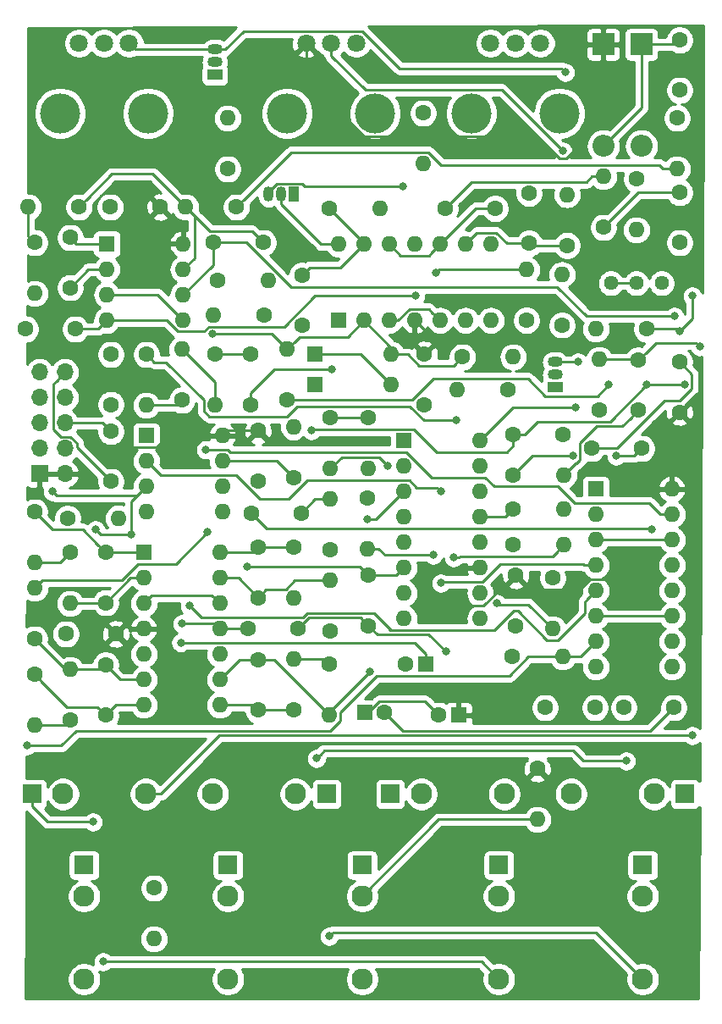
<source format=gbr>
G04 #@! TF.GenerationSoftware,KiCad,Pcbnew,(5.1.0)-1*
G04 #@! TF.CreationDate,2019-04-02T22:50:19-04:00*
G04 #@! TF.ProjectId,ripples,72697070-6c65-4732-9e6b-696361645f70,rev?*
G04 #@! TF.SameCoordinates,Original*
G04 #@! TF.FileFunction,Copper,L1,Top*
G04 #@! TF.FilePolarity,Positive*
%FSLAX46Y46*%
G04 Gerber Fmt 4.6, Leading zero omitted, Abs format (unit mm)*
G04 Created by KiCad (PCBNEW (5.1.0)-1) date 2019-04-02 22:50:19*
%MOMM*%
%LPD*%
G04 APERTURE LIST*
%ADD10C,1.600000*%
%ADD11R,1.600000X1.600000*%
%ADD12O,1.600000X1.600000*%
%ADD13R,2.200000X2.200000*%
%ADD14O,2.200000X2.200000*%
%ADD15C,2.130000*%
%ADD16R,1.830000X1.930000*%
%ADD17R,1.930000X1.830000*%
%ADD18R,1.700000X1.700000*%
%ADD19O,1.700000X1.700000*%
%ADD20O,1.500000X1.050000*%
%ADD21R,1.500000X1.050000*%
%ADD22O,1.050000X1.500000*%
%ADD23R,1.050000X1.500000*%
%ADD24C,1.800000*%
%ADD25C,4.000000*%
%ADD26C,1.440000*%
%ADD27C,0.800000*%
%ADD28C,0.250000*%
%ADD29C,0.254000*%
G04 APERTURE END LIST*
D10*
X110236000Y-89154000D03*
X105236000Y-89154000D03*
X114046000Y-85518000D03*
X114046000Y-80518000D03*
X108458000Y-115062000D03*
X113458000Y-115062000D03*
X98983800Y-63652400D03*
X98983800Y-68652400D03*
X97409000Y-87757000D03*
X102409000Y-87757000D03*
X57658000Y-107696000D03*
X52658000Y-107696000D03*
X70866000Y-107188000D03*
X75866000Y-107188000D03*
X114046000Y-63580000D03*
X114046000Y-68580000D03*
X88519000Y-79756000D03*
X88519000Y-84756000D03*
X95601800Y-65176400D03*
X90601800Y-65176400D03*
X57150000Y-79756000D03*
X57150000Y-84756000D03*
X76301600Y-71860400D03*
X76301600Y-76860400D03*
X71882000Y-92376000D03*
X71882000Y-87376000D03*
X57150000Y-92456000D03*
X57150000Y-87456000D03*
D11*
X88646000Y-110744000D03*
D10*
X86646000Y-110744000D03*
X71120000Y-84756000D03*
X71120000Y-79756000D03*
X57103000Y-65024000D03*
X62103000Y-65024000D03*
X53594000Y-77216000D03*
X48594000Y-77216000D03*
X97663000Y-101854000D03*
X97663000Y-106854000D03*
X82931000Y-106854000D03*
X82931000Y-101854000D03*
X109931200Y-80314800D03*
X109931200Y-85314800D03*
X71882000Y-115316000D03*
X71882000Y-110316000D03*
X71200000Y-95631000D03*
X76200000Y-95631000D03*
X114046000Y-48340000D03*
X114046000Y-53340000D03*
X67390000Y-68580000D03*
X72390000Y-68580000D03*
X56642000Y-104568000D03*
X56642000Y-99568000D03*
X56642000Y-115824000D03*
X56642000Y-110824000D03*
X105584000Y-115062000D03*
X100584000Y-115062000D03*
X53086000Y-73072000D03*
X53086000Y-68072000D03*
X71882000Y-99060000D03*
X71882000Y-104060000D03*
X89948000Y-115824000D03*
D11*
X91948000Y-115824000D03*
X82550000Y-115570000D03*
D10*
X84550000Y-115570000D03*
D11*
X77597000Y-79756000D03*
D12*
X85217000Y-79756000D03*
X85217000Y-82804000D03*
D11*
X77597000Y-82804000D03*
D13*
X106426000Y-48768000D03*
D14*
X106426000Y-58928000D03*
X110236000Y-58928000D03*
D13*
X110236000Y-48768000D03*
D15*
X111498332Y-123698000D03*
D16*
X114598332Y-123698000D03*
D15*
X103198332Y-123698000D03*
X88217554Y-123698000D03*
D16*
X85117554Y-123698000D03*
D15*
X96517554Y-123698000D03*
X67356777Y-123698000D03*
D16*
X78756777Y-123698000D03*
D15*
X75656777Y-123698000D03*
X52376000Y-123698000D03*
D16*
X49276000Y-123698000D03*
D15*
X60676000Y-123698000D03*
X82296000Y-133910000D03*
D17*
X82296000Y-130810000D03*
D15*
X82296000Y-142210000D03*
D18*
X50038000Y-91694000D03*
D19*
X52578000Y-91694000D03*
X50038000Y-89154000D03*
X52578000Y-89154000D03*
X50038000Y-86614000D03*
X52578000Y-86614000D03*
X50038000Y-84074000D03*
X52578000Y-84074000D03*
X50038000Y-81534000D03*
X52578000Y-81534000D03*
D15*
X110363000Y-142210000D03*
D17*
X110363000Y-130810000D03*
D15*
X110363000Y-133910000D03*
X95969666Y-142210000D03*
D17*
X95969666Y-130810000D03*
D15*
X95969666Y-133910000D03*
X54483000Y-142210000D03*
D17*
X54483000Y-130810000D03*
D15*
X54483000Y-133910000D03*
X68876333Y-133910000D03*
D17*
X68876333Y-130810000D03*
D15*
X68876333Y-142210000D03*
D20*
X101600000Y-81788000D03*
X101600000Y-80518000D03*
D21*
X101600000Y-83058000D03*
D22*
X74218800Y-63754000D03*
X72948800Y-63754000D03*
D23*
X75488800Y-63754000D03*
D10*
X96901000Y-83312000D03*
D12*
X91821000Y-83312000D03*
D10*
X109728000Y-62230000D03*
D12*
X109728000Y-67310000D03*
D10*
X98729800Y-76352400D03*
D12*
X98729800Y-71272400D03*
D10*
X102793800Y-68859400D03*
D12*
X102793800Y-63779400D03*
X61468000Y-138176000D03*
D10*
X61468000Y-133096000D03*
D12*
X97409000Y-80010000D03*
D10*
X92329000Y-80010000D03*
X68834000Y-61214000D03*
D12*
X68834000Y-56134000D03*
X102285800Y-71780400D03*
D10*
X102285800Y-76860400D03*
D12*
X74803000Y-79248000D03*
D10*
X74803000Y-84328000D03*
X106019600Y-85344000D03*
D12*
X106019600Y-80264000D03*
D10*
X106426000Y-67056000D03*
D12*
X106426000Y-61976000D03*
D10*
X101346000Y-102108000D03*
D12*
X101346000Y-107188000D03*
D10*
X99822000Y-121158000D03*
D12*
X99822000Y-126238000D03*
X84074000Y-65125600D03*
D10*
X78994000Y-65125600D03*
X60706000Y-79756000D03*
D12*
X60706000Y-84836000D03*
D10*
X88392000Y-55626000D03*
D12*
X88392000Y-60706000D03*
X82804000Y-99187000D03*
D10*
X82804000Y-94107000D03*
X64262000Y-84328000D03*
D12*
X64262000Y-79248000D03*
X79121000Y-91186000D03*
D10*
X79121000Y-86106000D03*
D12*
X82931000Y-91186000D03*
D10*
X82931000Y-86106000D03*
D12*
X67564000Y-84836000D03*
D10*
X67564000Y-79756000D03*
D12*
X102489000Y-95250000D03*
D10*
X97409000Y-95250000D03*
X110744000Y-77216000D03*
D12*
X105664000Y-77216000D03*
X102489000Y-91821000D03*
D10*
X97409000Y-91821000D03*
X78994000Y-110744000D03*
D12*
X78994000Y-115824000D03*
X72898000Y-72390000D03*
D10*
X67818000Y-72390000D03*
D12*
X102489000Y-98806000D03*
D10*
X97409000Y-98806000D03*
X75438000Y-115316000D03*
D12*
X75438000Y-110236000D03*
X75438000Y-86995000D03*
D10*
X75438000Y-92075000D03*
X113792000Y-56134000D03*
D12*
X113792000Y-61214000D03*
X57912000Y-96139000D03*
D10*
X52832000Y-96139000D03*
D12*
X49530000Y-103124000D03*
D10*
X49530000Y-108204000D03*
D12*
X64643000Y-65024000D03*
D10*
X69723000Y-65024000D03*
X53086000Y-99568000D03*
D12*
X53086000Y-104648000D03*
D10*
X53086000Y-116332000D03*
D12*
X53086000Y-111252000D03*
D10*
X49530000Y-95504000D03*
D12*
X49530000Y-100584000D03*
X49530000Y-116840000D03*
D10*
X49530000Y-111760000D03*
D12*
X48895000Y-65024000D03*
D10*
X53975000Y-65024000D03*
D12*
X102362000Y-109982000D03*
D10*
X97282000Y-109982000D03*
D12*
X67437000Y-75819000D03*
D10*
X72517000Y-75819000D03*
X79121000Y-99314000D03*
D12*
X79121000Y-94234000D03*
D10*
X49530000Y-68580000D03*
D12*
X49530000Y-73660000D03*
X79121000Y-102362000D03*
D10*
X79121000Y-107442000D03*
X75438000Y-99060000D03*
D12*
X75438000Y-104140000D03*
D24*
X81708000Y-48641000D03*
X79208000Y-48641000D03*
X76708000Y-48641000D03*
D25*
X83608000Y-55641000D03*
X74808000Y-55641000D03*
X93223000Y-55641000D03*
X102023000Y-55641000D03*
D24*
X95123000Y-48641000D03*
X97623000Y-48641000D03*
X100123000Y-48641000D03*
X58975000Y-48641000D03*
X56475000Y-48641000D03*
X53975000Y-48641000D03*
D25*
X60875000Y-55641000D03*
X52075000Y-55641000D03*
D26*
X107188000Y-72644000D03*
X109728000Y-72644000D03*
X112268000Y-72644000D03*
D11*
X60706000Y-87884000D03*
D12*
X68326000Y-95504000D03*
X60706000Y-90424000D03*
X68326000Y-92964000D03*
X60706000Y-92964000D03*
X68326000Y-90424000D03*
X60706000Y-95504000D03*
X68326000Y-87884000D03*
X113284000Y-93218000D03*
X105664000Y-110998000D03*
X113284000Y-95758000D03*
X105664000Y-108458000D03*
X113284000Y-98298000D03*
X105664000Y-105918000D03*
X113284000Y-100838000D03*
X105664000Y-103378000D03*
X113284000Y-103378000D03*
X105664000Y-100838000D03*
X113284000Y-105918000D03*
X105664000Y-98298000D03*
X113284000Y-108458000D03*
X105664000Y-95758000D03*
X113284000Y-110998000D03*
D11*
X105664000Y-93218000D03*
D12*
X64389000Y-68707000D03*
X56769000Y-76327000D03*
X64389000Y-71247000D03*
X56769000Y-73787000D03*
X64389000Y-73787000D03*
X56769000Y-71247000D03*
X64389000Y-76327000D03*
D11*
X56769000Y-68707000D03*
D21*
X67564000Y-51816000D03*
D20*
X67564000Y-49276000D03*
X67564000Y-50546000D03*
D12*
X79933800Y-68732400D03*
X95173800Y-76352400D03*
X82473800Y-68732400D03*
X92633800Y-76352400D03*
X85013800Y-68732400D03*
X90093800Y-76352400D03*
X87553800Y-68732400D03*
X87553800Y-76352400D03*
X90093800Y-68732400D03*
X85013800Y-76352400D03*
X92633800Y-68732400D03*
X82473800Y-76352400D03*
X95173800Y-68732400D03*
D11*
X79933800Y-76352400D03*
X60452000Y-99568000D03*
D12*
X68072000Y-114808000D03*
X60452000Y-102108000D03*
X68072000Y-112268000D03*
X60452000Y-104648000D03*
X68072000Y-109728000D03*
X60452000Y-107188000D03*
X68072000Y-107188000D03*
X60452000Y-109728000D03*
X68072000Y-104648000D03*
X60452000Y-112268000D03*
X68072000Y-102108000D03*
X60452000Y-114808000D03*
X68072000Y-99568000D03*
D11*
X86487000Y-88392000D03*
D12*
X94107000Y-106172000D03*
X86487000Y-90932000D03*
X94107000Y-103632000D03*
X86487000Y-93472000D03*
X94107000Y-101092000D03*
X86487000Y-96012000D03*
X94107000Y-98552000D03*
X86487000Y-98552000D03*
X94107000Y-96012000D03*
X86487000Y-101092000D03*
X94107000Y-93472000D03*
X86487000Y-103632000D03*
X94107000Y-90932000D03*
X86487000Y-106172000D03*
X94107000Y-88392000D03*
D27*
X55372000Y-126492000D03*
X79248000Y-81280000D03*
X114046000Y-77470000D03*
X115316000Y-73914000D03*
X90678000Y-109474000D03*
X51308000Y-93472000D03*
X59182000Y-97790000D03*
X55626000Y-97282000D03*
X64262000Y-106680000D03*
X87630000Y-73914000D03*
X70756999Y-100947001D03*
X92710000Y-104902000D03*
X98298000Y-115570000D03*
X61468000Y-120904000D03*
X54864000Y-92202000D03*
X54864000Y-88392000D03*
X103886000Y-78232000D03*
X113538000Y-88646000D03*
X110490000Y-102362000D03*
X99966999Y-103233001D03*
X114554000Y-82804000D03*
X110744000Y-82804000D03*
X77216000Y-87376000D03*
X67310000Y-77724000D03*
X107696000Y-89916000D03*
X102616000Y-51562000D03*
X90170000Y-102616000D03*
X90170000Y-93472000D03*
X91440000Y-100076000D03*
X64152999Y-108567001D03*
X89408000Y-99822000D03*
X115316000Y-117856000D03*
X116078000Y-78994000D03*
X83058000Y-111506000D03*
X111252000Y-97282000D03*
X66802000Y-97536000D03*
X113538000Y-75946000D03*
X65024000Y-104902000D03*
X89662000Y-71628000D03*
X78994000Y-137922000D03*
X56388000Y-140462000D03*
X103632000Y-85090000D03*
X103886000Y-80518000D03*
X86360000Y-62992000D03*
X102362000Y-59436000D03*
X106934000Y-82804000D03*
X95758000Y-104648000D03*
X91694000Y-86360000D03*
X84836000Y-90932000D03*
X66657001Y-89298999D03*
X82804000Y-96266000D03*
X103378000Y-89916000D03*
X108712000Y-120396000D03*
X77724000Y-120142000D03*
X48768000Y-118872000D03*
D28*
X113618000Y-48768000D02*
X114046000Y-48340000D01*
X110236000Y-48768000D02*
X113618000Y-48768000D01*
X89293801Y-75552401D02*
X90093800Y-76352400D01*
X88968799Y-75227399D02*
X89293801Y-75552401D01*
X87013799Y-75227399D02*
X88968799Y-75227399D01*
X85888798Y-76352400D02*
X87013799Y-75227399D01*
X85013800Y-76352400D02*
X85888798Y-76352400D01*
X79121000Y-86106000D02*
X82931000Y-86106000D01*
X82131001Y-106054001D02*
X82931000Y-106854000D01*
X76999999Y-106054001D02*
X82131001Y-106054001D01*
X75866000Y-107188000D02*
X76999999Y-106054001D01*
X49276000Y-124913000D02*
X50855000Y-126492000D01*
X49276000Y-123698000D02*
X49276000Y-124913000D01*
X50855000Y-126492000D02*
X55372000Y-126492000D01*
X55372000Y-126492000D02*
X55372000Y-126492000D01*
X61251999Y-103848001D02*
X60452000Y-104648000D01*
X67272001Y-103848001D02*
X61251999Y-103848001D01*
X68072000Y-104648000D02*
X67272001Y-103848001D01*
X56308000Y-86614000D02*
X57150000Y-87456000D01*
X52578000Y-86614000D02*
X56308000Y-86614000D01*
X61849000Y-73787000D02*
X56769000Y-73787000D01*
X64389000Y-76327000D02*
X61849000Y-73787000D01*
X71120000Y-83624630D02*
X73464630Y-81280000D01*
X71120000Y-84756000D02*
X71120000Y-83624630D01*
X73464630Y-81280000D02*
X79248000Y-81280000D01*
X79248000Y-81280000D02*
X79248000Y-81280000D01*
X110236000Y-55118000D02*
X106426000Y-58928000D01*
X110236000Y-48768000D02*
X110236000Y-55118000D01*
X115316000Y-76200000D02*
X115316000Y-73914000D01*
X114046000Y-77470000D02*
X115316000Y-76200000D01*
X113792000Y-77216000D02*
X114046000Y-77470000D01*
X110744000Y-77216000D02*
X113792000Y-77216000D01*
X89148001Y-115024001D02*
X89948000Y-115824000D01*
X88568999Y-114444999D02*
X89148001Y-115024001D01*
X84009999Y-114444999D02*
X88568999Y-114444999D01*
X82884998Y-115570000D02*
X84009999Y-114444999D01*
X82550000Y-115570000D02*
X82884998Y-115570000D01*
X83824011Y-107747011D02*
X88951011Y-107747011D01*
X82931000Y-106854000D02*
X83824011Y-107747011D01*
X88951011Y-107747011D02*
X90678000Y-109474000D01*
X90678000Y-109474000D02*
X90678000Y-109474000D01*
X51707999Y-93871999D02*
X51308000Y-93472000D01*
X59798001Y-93871999D02*
X51707999Y-93871999D01*
X60706000Y-92964000D02*
X59798001Y-93871999D01*
X59182000Y-94488000D02*
X59182000Y-97790000D01*
X60706000Y-92964000D02*
X59182000Y-94488000D01*
X89293801Y-69532399D02*
X90093800Y-68732400D01*
X88968799Y-69857401D02*
X89293801Y-69532399D01*
X86138801Y-69857401D02*
X88968799Y-69857401D01*
X85013800Y-68732400D02*
X86138801Y-69857401D01*
X93649800Y-65176400D02*
X95601800Y-65176400D01*
X90093800Y-68732400D02*
X93649800Y-65176400D01*
X106367370Y-89154000D02*
X105236000Y-89154000D01*
X114038003Y-84392999D02*
X112518003Y-84392999D01*
X115279001Y-83152001D02*
X114038003Y-84392999D01*
X112518003Y-84392999D02*
X107757002Y-89154000D01*
X115279001Y-81751001D02*
X115279001Y-83152001D01*
X107757002Y-89154000D02*
X106367370Y-89154000D01*
X114046000Y-80518000D02*
X115279001Y-81751001D01*
X56134000Y-97790000D02*
X55626000Y-97282000D01*
X59182000Y-97790000D02*
X56134000Y-97790000D01*
X55880000Y-77216000D02*
X56769000Y-76327000D01*
X53594000Y-77216000D02*
X55880000Y-77216000D01*
X67564000Y-106680000D02*
X68072000Y-107188000D01*
X64262000Y-106680000D02*
X67564000Y-106680000D01*
X68072000Y-107188000D02*
X70866000Y-107188000D01*
X85725000Y-101854000D02*
X86487000Y-101092000D01*
X82931000Y-101854000D02*
X85725000Y-101854000D01*
X85349999Y-116369999D02*
X84550000Y-115570000D01*
X86385990Y-117405990D02*
X85349999Y-116369999D01*
X111114010Y-117405990D02*
X86385990Y-117405990D01*
X113458000Y-115062000D02*
X111114010Y-117405990D01*
X74497999Y-76998999D02*
X77582998Y-73914000D01*
X66961999Y-76998999D02*
X74497999Y-76998999D01*
X66508997Y-77452001D02*
X66961999Y-76998999D01*
X63848999Y-77452001D02*
X66508997Y-77452001D01*
X56769000Y-76327000D02*
X62723998Y-76327000D01*
X62723998Y-76327000D02*
X63848999Y-77452001D01*
X77582998Y-73914000D02*
X87630000Y-73914000D01*
X87630000Y-73914000D02*
X87630000Y-73914000D01*
X82024001Y-100947001D02*
X82931000Y-101854000D01*
X70756999Y-100947001D02*
X82024001Y-100947001D01*
X91401799Y-64376401D02*
X90601800Y-65176400D01*
X93250801Y-62527399D02*
X91401799Y-64376401D01*
X104743231Y-62527399D02*
X93250801Y-62527399D01*
X105294630Y-61976000D02*
X104743231Y-62527399D01*
X106426000Y-61976000D02*
X105294630Y-61976000D01*
X51728001Y-82383999D02*
X52578000Y-81534000D01*
X51402999Y-82709001D02*
X51728001Y-82383999D01*
X51402999Y-87216999D02*
X51402999Y-82709001D01*
X52164999Y-87978999D02*
X51402999Y-87216999D01*
X53142001Y-87978999D02*
X52164999Y-87978999D01*
X53753001Y-88589999D02*
X53142001Y-87978999D01*
X53753001Y-89059001D02*
X53753001Y-88589999D01*
X57150000Y-92456000D02*
X53753001Y-89059001D01*
X99190800Y-68859400D02*
X98983800Y-68652400D01*
X102793800Y-68859400D02*
X99190800Y-68859400D01*
X93433799Y-67932401D02*
X92633800Y-68732400D01*
X93758801Y-67607399D02*
X93433799Y-67932401D01*
X95713801Y-67607399D02*
X93758801Y-67607399D01*
X96758802Y-68652400D02*
X95713801Y-67607399D01*
X98983800Y-68652400D02*
X96758802Y-68652400D01*
X51138000Y-91694000D02*
X52578000Y-91694000D01*
X50038000Y-91694000D02*
X51138000Y-91694000D01*
X68834000Y-87376000D02*
X68326000Y-87884000D01*
X71882000Y-87376000D02*
X68834000Y-87376000D01*
X96863001Y-102653999D02*
X97663000Y-101854000D01*
X96678999Y-102653999D02*
X96863001Y-102653999D01*
X94430998Y-104902000D02*
X96678999Y-102653999D01*
X92710000Y-104902000D02*
X94430998Y-104902000D01*
X61766001Y-89009001D02*
X55481001Y-89009001D01*
X68326000Y-87884000D02*
X62891002Y-87884000D01*
X62891002Y-87884000D02*
X61766001Y-89009001D01*
X55481001Y-89009001D02*
X54864000Y-88392000D01*
X54864000Y-88392000D02*
X54864000Y-88392000D01*
X76708000Y-49913792D02*
X76708000Y-48641000D01*
X76708000Y-52182002D02*
X76708000Y-49913792D01*
X82491999Y-57966001D02*
X76708000Y-52182002D01*
X99818999Y-57966001D02*
X82491999Y-57966001D01*
X102013999Y-60161001D02*
X99818999Y-57966001D01*
X106426000Y-56445002D02*
X102710001Y-60161001D01*
X102710001Y-60161001D02*
X102013999Y-60161001D01*
X106426000Y-48768000D02*
X106426000Y-56445002D01*
X90043000Y-78232000D02*
X88519000Y-79756000D01*
X103886000Y-78232000D02*
X90043000Y-78232000D01*
X89433400Y-78232000D02*
X87553800Y-76352400D01*
X90043000Y-78232000D02*
X89433400Y-78232000D01*
X105123999Y-102252999D02*
X110380999Y-102252999D01*
X104143997Y-103233001D02*
X105123999Y-102252999D01*
X97663000Y-101854000D02*
X99042001Y-103233001D01*
X99042001Y-103233001D02*
X99966999Y-103233001D01*
X110380999Y-102252999D02*
X110490000Y-102362000D01*
X110490000Y-102362000D02*
X110490000Y-102362000D01*
X99966999Y-103233001D02*
X104143997Y-103233001D01*
X106795370Y-105918000D02*
X113284000Y-105918000D01*
X105664000Y-105918000D02*
X106795370Y-105918000D01*
X105664000Y-98298000D02*
X113284000Y-98298000D01*
X107111997Y-86469001D02*
X110776998Y-82804000D01*
X99828369Y-86469001D02*
X107111997Y-86469001D01*
X97409000Y-87757000D02*
X98540370Y-87757000D01*
X98540370Y-87757000D02*
X99828369Y-86469001D01*
X110776998Y-82804000D02*
X114554000Y-82804000D01*
X114554000Y-82804000D02*
X114554000Y-82804000D01*
X87511003Y-87231001D02*
X77360999Y-87231001D01*
X89797003Y-89517001D02*
X87511003Y-87231001D01*
X96780369Y-89517001D02*
X89797003Y-89517001D01*
X97409000Y-87757000D02*
X97409000Y-88888370D01*
X97409000Y-88888370D02*
X96780369Y-89517001D01*
X77360999Y-87231001D02*
X77216000Y-87376000D01*
X77216000Y-87376000D02*
X77216000Y-87376000D01*
X73279000Y-77724000D02*
X74803000Y-79248000D01*
X67310000Y-77724000D02*
X73279000Y-77724000D01*
X75602999Y-78448001D02*
X74803000Y-79248000D01*
X76065599Y-77985401D02*
X75602999Y-78448001D01*
X80840799Y-77985401D02*
X76065599Y-77985401D01*
X82473800Y-76352400D02*
X80840799Y-77985401D01*
X91529001Y-80809999D02*
X92329000Y-80010000D01*
X91457999Y-80881001D02*
X91529001Y-80809999D01*
X87978999Y-80881001D02*
X91457999Y-80881001D01*
X86853998Y-79756000D02*
X87978999Y-80881001D01*
X85217000Y-79756000D02*
X86853998Y-79756000D01*
X85217000Y-79095600D02*
X85217000Y-79756000D01*
X82473800Y-76352400D02*
X85217000Y-79095600D01*
X109474000Y-89916000D02*
X110236000Y-89154000D01*
X107696000Y-89916000D02*
X109474000Y-89916000D01*
X109902000Y-63580000D02*
X106426000Y-67056000D01*
X114046000Y-63580000D02*
X109902000Y-63580000D01*
X59610000Y-49276000D02*
X58975000Y-48641000D01*
X67564000Y-49276000D02*
X59610000Y-49276000D01*
X68564000Y-49276000D02*
X67564000Y-49276000D01*
X70424001Y-47415999D02*
X68564000Y-49276000D01*
X82296001Y-47415999D02*
X70424001Y-47415999D01*
X86042003Y-51162001D02*
X82296001Y-47415999D01*
X102216001Y-51162001D02*
X86042003Y-51162001D01*
X102616000Y-51562000D02*
X102216001Y-51162001D01*
X63754000Y-84836000D02*
X64262000Y-84328000D01*
X60706000Y-84836000D02*
X63754000Y-84836000D01*
X94357003Y-102506999D02*
X90279001Y-102506999D01*
X96135003Y-100728999D02*
X94357003Y-102506999D01*
X104423629Y-100728999D02*
X96135003Y-100728999D01*
X105664000Y-100838000D02*
X104532630Y-100838000D01*
X104532630Y-100838000D02*
X104423629Y-100728999D01*
X90279001Y-102506999D02*
X90170000Y-102616000D01*
X90170000Y-102616000D02*
X90170000Y-102616000D01*
X87752003Y-93072001D02*
X89770001Y-93072001D01*
X60706000Y-90424000D02*
X62120999Y-91838999D01*
X62120999Y-91838999D02*
X69679997Y-91838999D01*
X89770001Y-93072001D02*
X90170000Y-93472000D01*
X87027001Y-92346999D02*
X87752003Y-93072001D01*
X69679997Y-91838999D02*
X72074998Y-94234000D01*
X72074998Y-94234000D02*
X74944002Y-94234000D01*
X74944002Y-94234000D02*
X76831003Y-92346999D01*
X76831003Y-92346999D02*
X87027001Y-92346999D01*
X82473800Y-68605400D02*
X82473800Y-68732400D01*
X78994000Y-65125600D02*
X82473800Y-68605400D01*
X81673801Y-69532399D02*
X82473800Y-68732400D01*
X80145799Y-71060401D02*
X81673801Y-69532399D01*
X77101599Y-71060401D02*
X80145799Y-71060401D01*
X76301600Y-71860400D02*
X77101599Y-71060401D01*
X78802430Y-68732400D02*
X79933800Y-68732400D01*
X78197200Y-68732400D02*
X78802430Y-68732400D01*
X74218800Y-64754000D02*
X78197200Y-68732400D01*
X74218800Y-63754000D02*
X74218800Y-64754000D01*
X53721000Y-68707000D02*
X53086000Y-68072000D01*
X56769000Y-68707000D02*
X53721000Y-68707000D01*
X101689001Y-99605999D02*
X102489000Y-98806000D01*
X101328001Y-99966999D02*
X101689001Y-99605999D01*
X92114686Y-99966999D02*
X101328001Y-99966999D01*
X92005685Y-100076000D02*
X92114686Y-99966999D01*
X91440000Y-100076000D02*
X92005685Y-100076000D01*
X87519001Y-108567001D02*
X64152999Y-108567001D01*
X88646000Y-110744000D02*
X88646000Y-109694000D01*
X88646000Y-109694000D02*
X87519001Y-108567001D01*
X64152999Y-108567001D02*
X64152999Y-108567001D01*
X83935370Y-99187000D02*
X84570370Y-99822000D01*
X82804000Y-99187000D02*
X83935370Y-99187000D01*
X84570370Y-99822000D02*
X89408000Y-99822000D01*
X89408000Y-99822000D02*
X89408000Y-99822000D01*
X67564000Y-79756000D02*
X71120000Y-79756000D01*
X109880400Y-80264000D02*
X109931200Y-80314800D01*
X106019600Y-80264000D02*
X109880400Y-80264000D01*
X62182137Y-123698000D02*
X68024137Y-117856000D01*
X60676000Y-123698000D02*
X62182137Y-123698000D01*
X68024137Y-117856000D02*
X115316000Y-117856000D01*
X115316000Y-117856000D02*
X115316000Y-117856000D01*
X110731199Y-79514801D02*
X109931200Y-80314800D01*
X111651999Y-78594001D02*
X110731199Y-79514801D01*
X115678001Y-78594001D02*
X111651999Y-78594001D01*
X116078000Y-78994000D02*
X115678001Y-78594001D01*
X108326989Y-86919011D02*
X109131201Y-86114799D01*
X104110999Y-88613999D02*
X105805987Y-86919011D01*
X104110999Y-90256003D02*
X104110999Y-88613999D01*
X105805987Y-86919011D02*
X108326989Y-86919011D01*
X103726001Y-90641001D02*
X104110999Y-90256003D01*
X103668999Y-90641001D02*
X103726001Y-90641001D01*
X109131201Y-86114799D02*
X109931200Y-85314800D01*
X102489000Y-91821000D02*
X103668999Y-90641001D01*
X71374000Y-114808000D02*
X71882000Y-115316000D01*
X68072000Y-114808000D02*
X71374000Y-114808000D01*
X73013370Y-115316000D02*
X75438000Y-115316000D01*
X71882000Y-115316000D02*
X73013370Y-115316000D01*
X70024000Y-110316000D02*
X71882000Y-110316000D01*
X68072000Y-112268000D02*
X70024000Y-110316000D01*
X78994000Y-115570000D02*
X78994000Y-115824000D01*
X83058000Y-111506000D02*
X78994000Y-115570000D01*
X73486000Y-110316000D02*
X71882000Y-110316000D01*
X78994000Y-115824000D02*
X73486000Y-110316000D01*
X72741999Y-97172999D02*
X111142999Y-97172999D01*
X71200000Y-95631000D02*
X72741999Y-97172999D01*
X111142999Y-97172999D02*
X111252000Y-97282000D01*
X111252000Y-97282000D02*
X111252000Y-97282000D01*
X77597000Y-94234000D02*
X79121000Y-94234000D01*
X76200000Y-95631000D02*
X77597000Y-94234000D01*
X73787000Y-90424000D02*
X75438000Y-92075000D01*
X68326000Y-90424000D02*
X73787000Y-90424000D01*
X59880589Y-100693001D02*
X63644999Y-100693001D01*
X58249589Y-102324001D02*
X59880589Y-100693001D01*
X49530000Y-103124000D02*
X50329999Y-102324001D01*
X50329999Y-102324001D02*
X58249589Y-102324001D01*
X63644999Y-100693001D02*
X66802000Y-97536000D01*
X66802000Y-97536000D02*
X66802000Y-97536000D01*
X67390000Y-70786000D02*
X67390000Y-68580000D01*
X64389000Y-73787000D02*
X67390000Y-70786000D01*
X68521370Y-68580000D02*
X67390000Y-68580000D01*
X70753002Y-68580000D02*
X68521370Y-68580000D01*
X75158403Y-72985401D02*
X70753002Y-68580000D01*
X101825799Y-72985401D02*
X75158403Y-72985401D01*
X104786398Y-75946000D02*
X101825799Y-72985401D01*
X113538000Y-75946000D02*
X104786398Y-75946000D01*
X65514001Y-65895001D02*
X65442999Y-65823999D01*
X65514001Y-70121999D02*
X65514001Y-65895001D01*
X64389000Y-71247000D02*
X65514001Y-70121999D01*
X65442999Y-65823999D02*
X64643000Y-65024000D01*
X67073999Y-67454999D02*
X65442999Y-65823999D01*
X71264999Y-67454999D02*
X67073999Y-67454999D01*
X72390000Y-68580000D02*
X71264999Y-67454999D01*
X54774999Y-64224001D02*
X53975000Y-65024000D01*
X57277000Y-61722000D02*
X54774999Y-64224001D01*
X61341000Y-61722000D02*
X57277000Y-61722000D01*
X64643000Y-65024000D02*
X61341000Y-61722000D01*
X59102000Y-102108000D02*
X60452000Y-102108000D01*
X56642000Y-104568000D02*
X59102000Y-102108000D01*
X56562000Y-104648000D02*
X56642000Y-104568000D01*
X53086000Y-104648000D02*
X56562000Y-104648000D01*
X55842001Y-98768001D02*
X56642000Y-99568000D01*
X54338001Y-97264001D02*
X55842001Y-98768001D01*
X51290001Y-97264001D02*
X54338001Y-97264001D01*
X49530000Y-95504000D02*
X51290001Y-97264001D01*
X56642000Y-99568000D02*
X60452000Y-99568000D01*
X57658000Y-114808000D02*
X56642000Y-115824000D01*
X60452000Y-114808000D02*
X57658000Y-114808000D01*
X50329999Y-112559999D02*
X49530000Y-111760000D01*
X52794001Y-115024001D02*
X50329999Y-112559999D01*
X55842001Y-115024001D02*
X52794001Y-115024001D01*
X56642000Y-115824000D02*
X55842001Y-115024001D01*
X52578000Y-111252000D02*
X53086000Y-111252000D01*
X49530000Y-108204000D02*
X52578000Y-111252000D01*
X56214000Y-111252000D02*
X56642000Y-110824000D01*
X53086000Y-111252000D02*
X56214000Y-111252000D01*
X58086000Y-112268000D02*
X60452000Y-112268000D01*
X56642000Y-110824000D02*
X58086000Y-112268000D01*
X54911000Y-71247000D02*
X56769000Y-71247000D01*
X53086000Y-73072000D02*
X54911000Y-71247000D01*
X104864001Y-104177999D02*
X105664000Y-103378000D01*
X104538999Y-104503001D02*
X104864001Y-104177999D01*
X101886001Y-108313001D02*
X104538999Y-105660003D01*
X100805999Y-108313001D02*
X101886001Y-108313001D01*
X97902998Y-105410000D02*
X100805999Y-108313001D01*
X97441998Y-105410000D02*
X97902998Y-105410000D01*
X104538999Y-105660003D02*
X104538999Y-104503001D01*
X95554997Y-107297001D02*
X97441998Y-105410000D01*
X65024000Y-104902000D02*
X66184999Y-106062999D01*
X83505991Y-105603991D02*
X85199001Y-107297001D01*
X76813599Y-105603991D02*
X83505991Y-105603991D01*
X76354591Y-106062999D02*
X76813599Y-105603991D01*
X66184999Y-106062999D02*
X76354591Y-106062999D01*
X85039003Y-107297001D02*
X85199001Y-107297001D01*
X85199001Y-107297001D02*
X95554997Y-107297001D01*
X71374000Y-99568000D02*
X71882000Y-99060000D01*
X68072000Y-99568000D02*
X71374000Y-99568000D01*
X71882000Y-99060000D02*
X75438000Y-99060000D01*
X69930000Y-102108000D02*
X68072000Y-102108000D01*
X71882000Y-104060000D02*
X69930000Y-102108000D01*
X77989630Y-102362000D02*
X79121000Y-102362000D01*
X75550998Y-102362000D02*
X77989630Y-102362000D01*
X74652997Y-103260001D02*
X75550998Y-102362000D01*
X72681999Y-103260001D02*
X74652997Y-103260001D01*
X71882000Y-104060000D02*
X72681999Y-103260001D01*
X82169000Y-79756000D02*
X77597000Y-79756000D01*
X85217000Y-82804000D02*
X82169000Y-79756000D01*
X90017600Y-71272400D02*
X89662000Y-71628000D01*
X98729800Y-71272400D02*
X90017600Y-71272400D01*
X89968000Y-126238000D02*
X99822000Y-126238000D01*
X82296000Y-133910000D02*
X89968000Y-126238000D01*
X78486000Y-110236000D02*
X78994000Y-110744000D01*
X75438000Y-110236000D02*
X78486000Y-110236000D01*
X109298001Y-141145001D02*
X110363000Y-142210000D01*
X105675001Y-137522001D02*
X109298001Y-141145001D01*
X79393999Y-137522001D02*
X105675001Y-137522001D01*
X78994000Y-137922000D02*
X79393999Y-137522001D01*
X94221666Y-140462000D02*
X95969666Y-142210000D01*
X56388000Y-140462000D02*
X94221666Y-140462000D01*
X52070000Y-100584000D02*
X53086000Y-99568000D01*
X49530000Y-100584000D02*
X52070000Y-100584000D01*
X52578000Y-116840000D02*
X53086000Y-116332000D01*
X49530000Y-116840000D02*
X52578000Y-116840000D01*
X94107000Y-88392000D02*
X97409000Y-85090000D01*
X97409000Y-85090000D02*
X103632000Y-85090000D01*
X103632000Y-85090000D02*
X103632000Y-85090000D01*
X101600000Y-80518000D02*
X103886000Y-80518000D01*
X72948800Y-63529000D02*
X72948800Y-63754000D01*
X73798810Y-62678990D02*
X72948800Y-63529000D01*
X76273792Y-62678990D02*
X73798810Y-62678990D01*
X76586802Y-62992000D02*
X76273792Y-62678990D01*
X86360000Y-62992000D02*
X76586802Y-62992000D01*
X82610207Y-53315999D02*
X96241999Y-53315999D01*
X79208000Y-48641000D02*
X79208000Y-49913792D01*
X79208000Y-49913792D02*
X82610207Y-53315999D01*
X96241999Y-53315999D02*
X102362000Y-59436000D01*
X102362000Y-59436000D02*
X102362000Y-59436000D01*
X108709767Y-72644000D02*
X107188000Y-72644000D01*
X109728000Y-72644000D02*
X108709767Y-72644000D01*
X100589999Y-83908001D02*
X105829999Y-83908001D01*
X98868997Y-82186999D02*
X100589999Y-83908001D01*
X89422999Y-82186999D02*
X98868997Y-82186999D01*
X74803000Y-84328000D02*
X87281998Y-84328000D01*
X87281998Y-84328000D02*
X89422999Y-82186999D01*
X105829999Y-83908001D02*
X106934000Y-82804000D01*
X106934000Y-82804000D02*
X106934000Y-82804000D01*
X98915001Y-104757001D02*
X95867001Y-104757001D01*
X101346000Y-107188000D02*
X98915001Y-104757001D01*
X95867001Y-104757001D02*
X95758000Y-104648000D01*
X95758000Y-104648000D02*
X95758000Y-104648000D01*
X87078997Y-84980999D02*
X88457998Y-86360000D01*
X75786999Y-84980999D02*
X87078997Y-84980999D01*
X74806997Y-85961001D02*
X75786999Y-84980999D01*
X60706000Y-79756000D02*
X61505999Y-80555999D01*
X61505999Y-80555999D02*
X62698999Y-80555999D01*
X62698999Y-80555999D02*
X66438999Y-84295999D01*
X66438999Y-84295999D02*
X66438999Y-85376001D01*
X66438999Y-85376001D02*
X67023999Y-85961001D01*
X67023999Y-85961001D02*
X74806997Y-85961001D01*
X88457998Y-86360000D02*
X91694000Y-86360000D01*
X91694000Y-86360000D02*
X91694000Y-86360000D01*
X80246001Y-90060999D02*
X83964999Y-90060999D01*
X79121000Y-91186000D02*
X80246001Y-90060999D01*
X83964999Y-90060999D02*
X84836000Y-90932000D01*
X84836000Y-90932000D02*
X84836000Y-90932000D01*
X86737003Y-89517001D02*
X72245001Y-89517001D01*
X89277003Y-92057001D02*
X86737003Y-89517001D01*
X94597001Y-92057001D02*
X89277003Y-92057001D01*
X103537001Y-94632999D02*
X101850003Y-92946001D01*
X101850003Y-92946001D02*
X95486001Y-92946001D01*
X111027629Y-94632999D02*
X103537001Y-94632999D01*
X95486001Y-92946001D02*
X94597001Y-92057001D01*
X112152630Y-95758000D02*
X111027629Y-94632999D01*
X113284000Y-95758000D02*
X112152630Y-95758000D01*
X67564000Y-82550000D02*
X64262000Y-79248000D01*
X67564000Y-84836000D02*
X67564000Y-82550000D01*
X68866001Y-89298999D02*
X66657001Y-89298999D01*
X72245001Y-89517001D02*
X69084003Y-89517001D01*
X69084003Y-89517001D02*
X68866001Y-89298999D01*
X66657001Y-89298999D02*
X66657001Y-89298999D01*
X83693000Y-96266000D02*
X86487000Y-93472000D01*
X82804000Y-96266000D02*
X83693000Y-96266000D01*
X96647000Y-96012000D02*
X97409000Y-95250000D01*
X94107000Y-96012000D02*
X96647000Y-96012000D01*
X99314000Y-89916000D02*
X97409000Y-91821000D01*
X103378000Y-89916000D02*
X99314000Y-89916000D01*
X70522999Y-64224001D02*
X69723000Y-65024000D01*
X75166001Y-59580999D02*
X70522999Y-64224001D01*
X88932001Y-59580999D02*
X75166001Y-59580999D01*
X90202001Y-60850999D02*
X88932001Y-59580999D01*
X112046001Y-60850999D02*
X90202001Y-60850999D01*
X112409002Y-61214000D02*
X112046001Y-60850999D01*
X113792000Y-61214000D02*
X112409002Y-61214000D01*
X108712000Y-120396000D02*
X104443130Y-120396000D01*
X78123999Y-119742001D02*
X77724000Y-120142000D01*
X78486000Y-119380000D02*
X78123999Y-119742001D01*
X103427130Y-119380000D02*
X78486000Y-119380000D01*
X104443130Y-120396000D02*
X103427130Y-119380000D01*
X48895000Y-67945000D02*
X49530000Y-68580000D01*
X48895000Y-65024000D02*
X48895000Y-67945000D01*
X104140000Y-109982000D02*
X105664000Y-108458000D01*
X102362000Y-109982000D02*
X104140000Y-109982000D01*
X53677012Y-117405990D02*
X52211002Y-118872000D01*
X79077012Y-117405990D02*
X53677012Y-117405990D01*
X98947002Y-109982000D02*
X97060001Y-111869001D01*
X97060001Y-111869001D02*
X83768001Y-111869001D01*
X102362000Y-109982000D02*
X98947002Y-109982000D01*
X83768001Y-111869001D02*
X80119001Y-115518001D01*
X80119001Y-115518001D02*
X80119001Y-116364001D01*
X80119001Y-116364001D02*
X79077012Y-117405990D01*
X52211002Y-118872000D02*
X48768000Y-118872000D01*
X48768000Y-118872000D02*
X48768000Y-118872000D01*
D29*
G36*
X62074401Y-122730935D02*
G01*
X61996477Y-122614313D01*
X61759687Y-122377523D01*
X61481252Y-122191479D01*
X61171872Y-122063330D01*
X60843435Y-121998000D01*
X60508565Y-121998000D01*
X60180128Y-122063330D01*
X59870748Y-122191479D01*
X59592313Y-122377523D01*
X59355523Y-122614313D01*
X59169479Y-122892748D01*
X59041330Y-123202128D01*
X58976000Y-123530565D01*
X58976000Y-123865435D01*
X59041330Y-124193872D01*
X59169479Y-124503252D01*
X59355523Y-124781687D01*
X59592313Y-125018477D01*
X59870748Y-125204521D01*
X60180128Y-125332670D01*
X60508565Y-125398000D01*
X60843435Y-125398000D01*
X61171872Y-125332670D01*
X61481252Y-125204521D01*
X61759687Y-125018477D01*
X61996477Y-124781687D01*
X62182521Y-124503252D01*
X62200491Y-124459868D01*
X62219459Y-124458000D01*
X62219470Y-124458000D01*
X62331123Y-124447003D01*
X62474384Y-124403546D01*
X62606413Y-124332974D01*
X62722138Y-124238001D01*
X62745941Y-124208997D01*
X63424373Y-123530565D01*
X65656777Y-123530565D01*
X65656777Y-123865435D01*
X65722107Y-124193872D01*
X65850256Y-124503252D01*
X66036300Y-124781687D01*
X66273090Y-125018477D01*
X66551525Y-125204521D01*
X66860905Y-125332670D01*
X67189342Y-125398000D01*
X67524212Y-125398000D01*
X67852649Y-125332670D01*
X68162029Y-125204521D01*
X68440464Y-125018477D01*
X68677254Y-124781687D01*
X68863298Y-124503252D01*
X68991447Y-124193872D01*
X69056777Y-123865435D01*
X69056777Y-123530565D01*
X73956777Y-123530565D01*
X73956777Y-123865435D01*
X74022107Y-124193872D01*
X74150256Y-124503252D01*
X74336300Y-124781687D01*
X74573090Y-125018477D01*
X74851525Y-125204521D01*
X75160905Y-125332670D01*
X75489342Y-125398000D01*
X75824212Y-125398000D01*
X76152649Y-125332670D01*
X76462029Y-125204521D01*
X76740464Y-125018477D01*
X76977254Y-124781687D01*
X77163298Y-124503252D01*
X77203705Y-124405701D01*
X77203705Y-124663000D01*
X77215965Y-124787482D01*
X77252275Y-124907180D01*
X77311240Y-125017494D01*
X77390592Y-125114185D01*
X77487283Y-125193537D01*
X77597597Y-125252502D01*
X77717295Y-125288812D01*
X77841777Y-125301072D01*
X79671777Y-125301072D01*
X79796259Y-125288812D01*
X79915957Y-125252502D01*
X80026271Y-125193537D01*
X80122962Y-125114185D01*
X80202314Y-125017494D01*
X80261279Y-124907180D01*
X80297589Y-124787482D01*
X80309849Y-124663000D01*
X80309849Y-122733000D01*
X83564482Y-122733000D01*
X83564482Y-124663000D01*
X83576742Y-124787482D01*
X83613052Y-124907180D01*
X83672017Y-125017494D01*
X83751369Y-125114185D01*
X83848060Y-125193537D01*
X83958374Y-125252502D01*
X84078072Y-125288812D01*
X84202554Y-125301072D01*
X86032554Y-125301072D01*
X86157036Y-125288812D01*
X86276734Y-125252502D01*
X86387048Y-125193537D01*
X86483739Y-125114185D01*
X86563091Y-125017494D01*
X86622056Y-124907180D01*
X86658366Y-124787482D01*
X86670626Y-124663000D01*
X86670626Y-124405701D01*
X86711033Y-124503252D01*
X86897077Y-124781687D01*
X87133867Y-125018477D01*
X87412302Y-125204521D01*
X87721682Y-125332670D01*
X88050119Y-125398000D01*
X88384989Y-125398000D01*
X88713426Y-125332670D01*
X89022806Y-125204521D01*
X89301241Y-125018477D01*
X89538031Y-124781687D01*
X89724075Y-124503252D01*
X89852224Y-124193872D01*
X89917554Y-123865435D01*
X89917554Y-123530565D01*
X94817554Y-123530565D01*
X94817554Y-123865435D01*
X94882884Y-124193872D01*
X95011033Y-124503252D01*
X95197077Y-124781687D01*
X95433867Y-125018477D01*
X95712302Y-125204521D01*
X96021682Y-125332670D01*
X96350119Y-125398000D01*
X96684989Y-125398000D01*
X97013426Y-125332670D01*
X97322806Y-125204521D01*
X97601241Y-125018477D01*
X97838031Y-124781687D01*
X98024075Y-124503252D01*
X98152224Y-124193872D01*
X98217554Y-123865435D01*
X98217554Y-123530565D01*
X101498332Y-123530565D01*
X101498332Y-123865435D01*
X101563662Y-124193872D01*
X101691811Y-124503252D01*
X101877855Y-124781687D01*
X102114645Y-125018477D01*
X102393080Y-125204521D01*
X102702460Y-125332670D01*
X103030897Y-125398000D01*
X103365767Y-125398000D01*
X103694204Y-125332670D01*
X104003584Y-125204521D01*
X104282019Y-125018477D01*
X104518809Y-124781687D01*
X104704853Y-124503252D01*
X104833002Y-124193872D01*
X104898332Y-123865435D01*
X104898332Y-123530565D01*
X104833002Y-123202128D01*
X104704853Y-122892748D01*
X104518809Y-122614313D01*
X104282019Y-122377523D01*
X104003584Y-122191479D01*
X103694204Y-122063330D01*
X103365767Y-121998000D01*
X103030897Y-121998000D01*
X102702460Y-122063330D01*
X102393080Y-122191479D01*
X102114645Y-122377523D01*
X101877855Y-122614313D01*
X101691811Y-122892748D01*
X101563662Y-123202128D01*
X101498332Y-123530565D01*
X98217554Y-123530565D01*
X98152224Y-123202128D01*
X98024075Y-122892748D01*
X97838031Y-122614313D01*
X97601241Y-122377523D01*
X97322806Y-122191479D01*
X97224362Y-122150702D01*
X99008903Y-122150702D01*
X99080486Y-122394671D01*
X99335996Y-122515571D01*
X99610184Y-122584300D01*
X99892512Y-122598217D01*
X100172130Y-122556787D01*
X100438292Y-122461603D01*
X100563514Y-122394671D01*
X100635097Y-122150702D01*
X99822000Y-121337605D01*
X99008903Y-122150702D01*
X97224362Y-122150702D01*
X97013426Y-122063330D01*
X96684989Y-121998000D01*
X96350119Y-121998000D01*
X96021682Y-122063330D01*
X95712302Y-122191479D01*
X95433867Y-122377523D01*
X95197077Y-122614313D01*
X95011033Y-122892748D01*
X94882884Y-123202128D01*
X94817554Y-123530565D01*
X89917554Y-123530565D01*
X89852224Y-123202128D01*
X89724075Y-122892748D01*
X89538031Y-122614313D01*
X89301241Y-122377523D01*
X89022806Y-122191479D01*
X88713426Y-122063330D01*
X88384989Y-121998000D01*
X88050119Y-121998000D01*
X87721682Y-122063330D01*
X87412302Y-122191479D01*
X87133867Y-122377523D01*
X86897077Y-122614313D01*
X86711033Y-122892748D01*
X86670626Y-122990299D01*
X86670626Y-122733000D01*
X86658366Y-122608518D01*
X86622056Y-122488820D01*
X86563091Y-122378506D01*
X86483739Y-122281815D01*
X86387048Y-122202463D01*
X86276734Y-122143498D01*
X86157036Y-122107188D01*
X86032554Y-122094928D01*
X84202554Y-122094928D01*
X84078072Y-122107188D01*
X83958374Y-122143498D01*
X83848060Y-122202463D01*
X83751369Y-122281815D01*
X83672017Y-122378506D01*
X83613052Y-122488820D01*
X83576742Y-122608518D01*
X83564482Y-122733000D01*
X80309849Y-122733000D01*
X80297589Y-122608518D01*
X80261279Y-122488820D01*
X80202314Y-122378506D01*
X80122962Y-122281815D01*
X80026271Y-122202463D01*
X79915957Y-122143498D01*
X79796259Y-122107188D01*
X79671777Y-122094928D01*
X77841777Y-122094928D01*
X77717295Y-122107188D01*
X77597597Y-122143498D01*
X77487283Y-122202463D01*
X77390592Y-122281815D01*
X77311240Y-122378506D01*
X77252275Y-122488820D01*
X77215965Y-122608518D01*
X77203705Y-122733000D01*
X77203705Y-122990299D01*
X77163298Y-122892748D01*
X76977254Y-122614313D01*
X76740464Y-122377523D01*
X76462029Y-122191479D01*
X76152649Y-122063330D01*
X75824212Y-121998000D01*
X75489342Y-121998000D01*
X75160905Y-122063330D01*
X74851525Y-122191479D01*
X74573090Y-122377523D01*
X74336300Y-122614313D01*
X74150256Y-122892748D01*
X74022107Y-123202128D01*
X73956777Y-123530565D01*
X69056777Y-123530565D01*
X68991447Y-123202128D01*
X68863298Y-122892748D01*
X68677254Y-122614313D01*
X68440464Y-122377523D01*
X68162029Y-122191479D01*
X67852649Y-122063330D01*
X67524212Y-121998000D01*
X67189342Y-121998000D01*
X66860905Y-122063330D01*
X66551525Y-122191479D01*
X66273090Y-122377523D01*
X66036300Y-122614313D01*
X65850256Y-122892748D01*
X65722107Y-123202128D01*
X65656777Y-123530565D01*
X63424373Y-123530565D01*
X66914877Y-120040061D01*
X76689000Y-120040061D01*
X76689000Y-120243939D01*
X76728774Y-120443898D01*
X76806795Y-120632256D01*
X76920063Y-120801774D01*
X77064226Y-120945937D01*
X77233744Y-121059205D01*
X77422102Y-121137226D01*
X77622061Y-121177000D01*
X77825939Y-121177000D01*
X78025898Y-121137226D01*
X78214256Y-121059205D01*
X78383774Y-120945937D01*
X78527937Y-120801774D01*
X78641205Y-120632256D01*
X78719226Y-120443898D01*
X78759000Y-120243939D01*
X78759000Y-120181801D01*
X78800801Y-120140000D01*
X98801653Y-120140000D01*
X98713023Y-120228630D01*
X98829296Y-120344903D01*
X98585329Y-120416486D01*
X98464429Y-120671996D01*
X98395700Y-120946184D01*
X98381783Y-121228512D01*
X98423213Y-121508130D01*
X98518397Y-121774292D01*
X98585329Y-121899514D01*
X98829298Y-121971097D01*
X99642395Y-121158000D01*
X99628253Y-121143858D01*
X99807858Y-120964253D01*
X99822000Y-120978395D01*
X99836143Y-120964253D01*
X100015748Y-121143858D01*
X100001605Y-121158000D01*
X100814702Y-121971097D01*
X101058671Y-121899514D01*
X101179571Y-121644004D01*
X101248300Y-121369816D01*
X101262217Y-121087488D01*
X101220787Y-120807870D01*
X101125603Y-120541708D01*
X101058671Y-120416486D01*
X100814704Y-120344903D01*
X100930977Y-120228630D01*
X100842347Y-120140000D01*
X103112329Y-120140000D01*
X103879331Y-120907003D01*
X103903129Y-120936001D01*
X103932127Y-120959799D01*
X104018853Y-121030974D01*
X104124583Y-121087488D01*
X104150883Y-121101546D01*
X104294144Y-121145003D01*
X104405797Y-121156000D01*
X104405807Y-121156000D01*
X104443130Y-121159676D01*
X104480452Y-121156000D01*
X108008289Y-121156000D01*
X108052226Y-121199937D01*
X108221744Y-121313205D01*
X108410102Y-121391226D01*
X108610061Y-121431000D01*
X108813939Y-121431000D01*
X109013898Y-121391226D01*
X109202256Y-121313205D01*
X109371774Y-121199937D01*
X109515937Y-121055774D01*
X109629205Y-120886256D01*
X109707226Y-120697898D01*
X109747000Y-120497939D01*
X109747000Y-120294061D01*
X109707226Y-120094102D01*
X109629205Y-119905744D01*
X109515937Y-119736226D01*
X109371774Y-119592063D01*
X109202256Y-119478795D01*
X109013898Y-119400774D01*
X108813939Y-119361000D01*
X108610061Y-119361000D01*
X108410102Y-119400774D01*
X108221744Y-119478795D01*
X108052226Y-119592063D01*
X108008289Y-119636000D01*
X104757932Y-119636000D01*
X103990934Y-118869002D01*
X103967131Y-118839999D01*
X103851406Y-118745026D01*
X103719377Y-118674454D01*
X103576116Y-118630997D01*
X103464463Y-118620000D01*
X103464452Y-118620000D01*
X103427130Y-118616324D01*
X103389808Y-118620000D01*
X78523325Y-118620000D01*
X78486000Y-118616324D01*
X78448675Y-118620000D01*
X78448667Y-118620000D01*
X78337014Y-118630997D01*
X78193753Y-118674454D01*
X78061724Y-118745026D01*
X77945999Y-118839999D01*
X77922196Y-118869003D01*
X77684199Y-119107000D01*
X77622061Y-119107000D01*
X77422102Y-119146774D01*
X77233744Y-119224795D01*
X77064226Y-119338063D01*
X76920063Y-119482226D01*
X76806795Y-119651744D01*
X76728774Y-119840102D01*
X76689000Y-120040061D01*
X66914877Y-120040061D01*
X68338939Y-118616000D01*
X114612289Y-118616000D01*
X114656226Y-118659937D01*
X114825744Y-118773205D01*
X115014102Y-118851226D01*
X115214061Y-118891000D01*
X115417939Y-118891000D01*
X115617898Y-118851226D01*
X115806256Y-118773205D01*
X115975774Y-118659937D01*
X116086912Y-118548799D01*
X116066846Y-122421492D01*
X116043869Y-122378506D01*
X115964517Y-122281815D01*
X115867826Y-122202463D01*
X115757512Y-122143498D01*
X115637814Y-122107188D01*
X115513332Y-122094928D01*
X113683332Y-122094928D01*
X113558850Y-122107188D01*
X113439152Y-122143498D01*
X113328838Y-122202463D01*
X113232147Y-122281815D01*
X113152795Y-122378506D01*
X113093830Y-122488820D01*
X113057520Y-122608518D01*
X113045260Y-122733000D01*
X113045260Y-122990299D01*
X113004853Y-122892748D01*
X112818809Y-122614313D01*
X112582019Y-122377523D01*
X112303584Y-122191479D01*
X111994204Y-122063330D01*
X111665767Y-121998000D01*
X111330897Y-121998000D01*
X111002460Y-122063330D01*
X110693080Y-122191479D01*
X110414645Y-122377523D01*
X110177855Y-122614313D01*
X109991811Y-122892748D01*
X109863662Y-123202128D01*
X109798332Y-123530565D01*
X109798332Y-123865435D01*
X109863662Y-124193872D01*
X109991811Y-124503252D01*
X110177855Y-124781687D01*
X110414645Y-125018477D01*
X110693080Y-125204521D01*
X111002460Y-125332670D01*
X111330897Y-125398000D01*
X111665767Y-125398000D01*
X111994204Y-125332670D01*
X112303584Y-125204521D01*
X112582019Y-125018477D01*
X112818809Y-124781687D01*
X113004853Y-124503252D01*
X113045260Y-124405701D01*
X113045260Y-124663000D01*
X113057520Y-124787482D01*
X113093830Y-124907180D01*
X113152795Y-125017494D01*
X113232147Y-125114185D01*
X113328838Y-125193537D01*
X113439152Y-125252502D01*
X113558850Y-125288812D01*
X113683332Y-125301072D01*
X115513332Y-125301072D01*
X115637814Y-125288812D01*
X115757512Y-125252502D01*
X115867826Y-125193537D01*
X115964517Y-125114185D01*
X116043869Y-125017494D01*
X116053489Y-124999497D01*
X115954419Y-144120000D01*
X48641398Y-144120000D01*
X48646822Y-142042565D01*
X52783000Y-142042565D01*
X52783000Y-142377435D01*
X52848330Y-142705872D01*
X52976479Y-143015252D01*
X53162523Y-143293687D01*
X53399313Y-143530477D01*
X53677748Y-143716521D01*
X53987128Y-143844670D01*
X54315565Y-143910000D01*
X54650435Y-143910000D01*
X54978872Y-143844670D01*
X55288252Y-143716521D01*
X55566687Y-143530477D01*
X55803477Y-143293687D01*
X55989521Y-143015252D01*
X56117670Y-142705872D01*
X56183000Y-142377435D01*
X56183000Y-142042565D01*
X56117670Y-141714128D01*
X55995757Y-141419804D01*
X56086102Y-141457226D01*
X56286061Y-141497000D01*
X56489939Y-141497000D01*
X56689898Y-141457226D01*
X56878256Y-141379205D01*
X57047774Y-141265937D01*
X57091711Y-141222000D01*
X67491920Y-141222000D01*
X67369812Y-141404748D01*
X67241663Y-141714128D01*
X67176333Y-142042565D01*
X67176333Y-142377435D01*
X67241663Y-142705872D01*
X67369812Y-143015252D01*
X67555856Y-143293687D01*
X67792646Y-143530477D01*
X68071081Y-143716521D01*
X68380461Y-143844670D01*
X68708898Y-143910000D01*
X69043768Y-143910000D01*
X69372205Y-143844670D01*
X69681585Y-143716521D01*
X69960020Y-143530477D01*
X70196810Y-143293687D01*
X70382854Y-143015252D01*
X70511003Y-142705872D01*
X70576333Y-142377435D01*
X70576333Y-142042565D01*
X70511003Y-141714128D01*
X70382854Y-141404748D01*
X70260746Y-141222000D01*
X80911587Y-141222000D01*
X80789479Y-141404748D01*
X80661330Y-141714128D01*
X80596000Y-142042565D01*
X80596000Y-142377435D01*
X80661330Y-142705872D01*
X80789479Y-143015252D01*
X80975523Y-143293687D01*
X81212313Y-143530477D01*
X81490748Y-143716521D01*
X81800128Y-143844670D01*
X82128565Y-143910000D01*
X82463435Y-143910000D01*
X82791872Y-143844670D01*
X83101252Y-143716521D01*
X83379687Y-143530477D01*
X83616477Y-143293687D01*
X83802521Y-143015252D01*
X83930670Y-142705872D01*
X83996000Y-142377435D01*
X83996000Y-142042565D01*
X83930670Y-141714128D01*
X83802521Y-141404748D01*
X83680413Y-141222000D01*
X93906865Y-141222000D01*
X94353740Y-141668876D01*
X94334996Y-141714128D01*
X94269666Y-142042565D01*
X94269666Y-142377435D01*
X94334996Y-142705872D01*
X94463145Y-143015252D01*
X94649189Y-143293687D01*
X94885979Y-143530477D01*
X95164414Y-143716521D01*
X95473794Y-143844670D01*
X95802231Y-143910000D01*
X96137101Y-143910000D01*
X96465538Y-143844670D01*
X96774918Y-143716521D01*
X97053353Y-143530477D01*
X97290143Y-143293687D01*
X97476187Y-143015252D01*
X97604336Y-142705872D01*
X97669666Y-142377435D01*
X97669666Y-142042565D01*
X97604336Y-141714128D01*
X97476187Y-141404748D01*
X97290143Y-141126313D01*
X97053353Y-140889523D01*
X96774918Y-140703479D01*
X96465538Y-140575330D01*
X96137101Y-140510000D01*
X95802231Y-140510000D01*
X95473794Y-140575330D01*
X95428542Y-140594074D01*
X94785470Y-139951003D01*
X94761667Y-139921999D01*
X94645942Y-139827026D01*
X94513913Y-139756454D01*
X94370652Y-139712997D01*
X94258999Y-139702000D01*
X94258988Y-139702000D01*
X94221666Y-139698324D01*
X94184344Y-139702000D01*
X57091711Y-139702000D01*
X57047774Y-139658063D01*
X56878256Y-139544795D01*
X56689898Y-139466774D01*
X56489939Y-139427000D01*
X56286061Y-139427000D01*
X56086102Y-139466774D01*
X55897744Y-139544795D01*
X55728226Y-139658063D01*
X55584063Y-139802226D01*
X55470795Y-139971744D01*
X55392774Y-140160102D01*
X55353000Y-140360061D01*
X55353000Y-140563939D01*
X55392774Y-140763898D01*
X55398169Y-140776923D01*
X55288252Y-140703479D01*
X54978872Y-140575330D01*
X54650435Y-140510000D01*
X54315565Y-140510000D01*
X53987128Y-140575330D01*
X53677748Y-140703479D01*
X53399313Y-140889523D01*
X53162523Y-141126313D01*
X52976479Y-141404748D01*
X52848330Y-141714128D01*
X52783000Y-142042565D01*
X48646822Y-142042565D01*
X48656916Y-138176000D01*
X60026057Y-138176000D01*
X60053764Y-138457309D01*
X60135818Y-138727808D01*
X60269068Y-138977101D01*
X60448392Y-139195608D01*
X60666899Y-139374932D01*
X60916192Y-139508182D01*
X61186691Y-139590236D01*
X61397508Y-139611000D01*
X61538492Y-139611000D01*
X61749309Y-139590236D01*
X62019808Y-139508182D01*
X62269101Y-139374932D01*
X62487608Y-139195608D01*
X62666932Y-138977101D01*
X62800182Y-138727808D01*
X62882236Y-138457309D01*
X62909943Y-138176000D01*
X62882236Y-137894691D01*
X62859598Y-137820061D01*
X77959000Y-137820061D01*
X77959000Y-138023939D01*
X77998774Y-138223898D01*
X78076795Y-138412256D01*
X78190063Y-138581774D01*
X78334226Y-138725937D01*
X78503744Y-138839205D01*
X78692102Y-138917226D01*
X78892061Y-138957000D01*
X79095939Y-138957000D01*
X79295898Y-138917226D01*
X79484256Y-138839205D01*
X79653774Y-138725937D01*
X79797937Y-138581774D01*
X79911205Y-138412256D01*
X79965159Y-138282001D01*
X105360200Y-138282001D01*
X108747074Y-141668876D01*
X108728330Y-141714128D01*
X108663000Y-142042565D01*
X108663000Y-142377435D01*
X108728330Y-142705872D01*
X108856479Y-143015252D01*
X109042523Y-143293687D01*
X109279313Y-143530477D01*
X109557748Y-143716521D01*
X109867128Y-143844670D01*
X110195565Y-143910000D01*
X110530435Y-143910000D01*
X110858872Y-143844670D01*
X111168252Y-143716521D01*
X111446687Y-143530477D01*
X111683477Y-143293687D01*
X111869521Y-143015252D01*
X111997670Y-142705872D01*
X112063000Y-142377435D01*
X112063000Y-142042565D01*
X111997670Y-141714128D01*
X111869521Y-141404748D01*
X111683477Y-141126313D01*
X111446687Y-140889523D01*
X111168252Y-140703479D01*
X110858872Y-140575330D01*
X110530435Y-140510000D01*
X110195565Y-140510000D01*
X109867128Y-140575330D01*
X109821876Y-140594074D01*
X106238805Y-137011004D01*
X106215002Y-136982000D01*
X106099277Y-136887027D01*
X105967248Y-136816455D01*
X105823987Y-136772998D01*
X105712334Y-136762001D01*
X105712323Y-136762001D01*
X105675001Y-136758325D01*
X105637679Y-136762001D01*
X79431321Y-136762001D01*
X79393998Y-136758325D01*
X79356676Y-136762001D01*
X79356666Y-136762001D01*
X79245013Y-136772998D01*
X79101752Y-136816455D01*
X78969774Y-136887000D01*
X78892061Y-136887000D01*
X78692102Y-136926774D01*
X78503744Y-137004795D01*
X78334226Y-137118063D01*
X78190063Y-137262226D01*
X78076795Y-137431744D01*
X77998774Y-137620102D01*
X77959000Y-137820061D01*
X62859598Y-137820061D01*
X62800182Y-137624192D01*
X62666932Y-137374899D01*
X62487608Y-137156392D01*
X62269101Y-136977068D01*
X62019808Y-136843818D01*
X61749309Y-136761764D01*
X61538492Y-136741000D01*
X61397508Y-136741000D01*
X61186691Y-136761764D01*
X60916192Y-136843818D01*
X60666899Y-136977068D01*
X60448392Y-137156392D01*
X60269068Y-137374899D01*
X60135818Y-137624192D01*
X60053764Y-137894691D01*
X60026057Y-138176000D01*
X48656916Y-138176000D01*
X48668492Y-133742565D01*
X52783000Y-133742565D01*
X52783000Y-134077435D01*
X52848330Y-134405872D01*
X52976479Y-134715252D01*
X53162523Y-134993687D01*
X53399313Y-135230477D01*
X53677748Y-135416521D01*
X53987128Y-135544670D01*
X54315565Y-135610000D01*
X54650435Y-135610000D01*
X54978872Y-135544670D01*
X55288252Y-135416521D01*
X55566687Y-135230477D01*
X55803477Y-134993687D01*
X55989521Y-134715252D01*
X56117670Y-134405872D01*
X56183000Y-134077435D01*
X56183000Y-133742565D01*
X56117670Y-133414128D01*
X55989521Y-133104748D01*
X55889239Y-132954665D01*
X60033000Y-132954665D01*
X60033000Y-133237335D01*
X60088147Y-133514574D01*
X60196320Y-133775727D01*
X60353363Y-134010759D01*
X60553241Y-134210637D01*
X60788273Y-134367680D01*
X61049426Y-134475853D01*
X61326665Y-134531000D01*
X61609335Y-134531000D01*
X61886574Y-134475853D01*
X62147727Y-134367680D01*
X62382759Y-134210637D01*
X62582637Y-134010759D01*
X62739680Y-133775727D01*
X62753416Y-133742565D01*
X67176333Y-133742565D01*
X67176333Y-134077435D01*
X67241663Y-134405872D01*
X67369812Y-134715252D01*
X67555856Y-134993687D01*
X67792646Y-135230477D01*
X68071081Y-135416521D01*
X68380461Y-135544670D01*
X68708898Y-135610000D01*
X69043768Y-135610000D01*
X69372205Y-135544670D01*
X69681585Y-135416521D01*
X69960020Y-135230477D01*
X70196810Y-134993687D01*
X70382854Y-134715252D01*
X70511003Y-134405872D01*
X70576333Y-134077435D01*
X70576333Y-133742565D01*
X80596000Y-133742565D01*
X80596000Y-134077435D01*
X80661330Y-134405872D01*
X80789479Y-134715252D01*
X80975523Y-134993687D01*
X81212313Y-135230477D01*
X81490748Y-135416521D01*
X81800128Y-135544670D01*
X82128565Y-135610000D01*
X82463435Y-135610000D01*
X82791872Y-135544670D01*
X83101252Y-135416521D01*
X83379687Y-135230477D01*
X83616477Y-134993687D01*
X83802521Y-134715252D01*
X83930670Y-134405872D01*
X83996000Y-134077435D01*
X83996000Y-133742565D01*
X94269666Y-133742565D01*
X94269666Y-134077435D01*
X94334996Y-134405872D01*
X94463145Y-134715252D01*
X94649189Y-134993687D01*
X94885979Y-135230477D01*
X95164414Y-135416521D01*
X95473794Y-135544670D01*
X95802231Y-135610000D01*
X96137101Y-135610000D01*
X96465538Y-135544670D01*
X96774918Y-135416521D01*
X97053353Y-135230477D01*
X97290143Y-134993687D01*
X97476187Y-134715252D01*
X97604336Y-134405872D01*
X97669666Y-134077435D01*
X97669666Y-133742565D01*
X108663000Y-133742565D01*
X108663000Y-134077435D01*
X108728330Y-134405872D01*
X108856479Y-134715252D01*
X109042523Y-134993687D01*
X109279313Y-135230477D01*
X109557748Y-135416521D01*
X109867128Y-135544670D01*
X110195565Y-135610000D01*
X110530435Y-135610000D01*
X110858872Y-135544670D01*
X111168252Y-135416521D01*
X111446687Y-135230477D01*
X111683477Y-134993687D01*
X111869521Y-134715252D01*
X111997670Y-134405872D01*
X112063000Y-134077435D01*
X112063000Y-133742565D01*
X111997670Y-133414128D01*
X111869521Y-133104748D01*
X111683477Y-132826313D01*
X111446687Y-132589523D01*
X111168252Y-132403479D01*
X111070701Y-132363072D01*
X111328000Y-132363072D01*
X111452482Y-132350812D01*
X111572180Y-132314502D01*
X111682494Y-132255537D01*
X111779185Y-132176185D01*
X111858537Y-132079494D01*
X111917502Y-131969180D01*
X111953812Y-131849482D01*
X111966072Y-131725000D01*
X111966072Y-129895000D01*
X111953812Y-129770518D01*
X111917502Y-129650820D01*
X111858537Y-129540506D01*
X111779185Y-129443815D01*
X111682494Y-129364463D01*
X111572180Y-129305498D01*
X111452482Y-129269188D01*
X111328000Y-129256928D01*
X109398000Y-129256928D01*
X109273518Y-129269188D01*
X109153820Y-129305498D01*
X109043506Y-129364463D01*
X108946815Y-129443815D01*
X108867463Y-129540506D01*
X108808498Y-129650820D01*
X108772188Y-129770518D01*
X108759928Y-129895000D01*
X108759928Y-131725000D01*
X108772188Y-131849482D01*
X108808498Y-131969180D01*
X108867463Y-132079494D01*
X108946815Y-132176185D01*
X109043506Y-132255537D01*
X109153820Y-132314502D01*
X109273518Y-132350812D01*
X109398000Y-132363072D01*
X109655299Y-132363072D01*
X109557748Y-132403479D01*
X109279313Y-132589523D01*
X109042523Y-132826313D01*
X108856479Y-133104748D01*
X108728330Y-133414128D01*
X108663000Y-133742565D01*
X97669666Y-133742565D01*
X97604336Y-133414128D01*
X97476187Y-133104748D01*
X97290143Y-132826313D01*
X97053353Y-132589523D01*
X96774918Y-132403479D01*
X96677367Y-132363072D01*
X96934666Y-132363072D01*
X97059148Y-132350812D01*
X97178846Y-132314502D01*
X97289160Y-132255537D01*
X97385851Y-132176185D01*
X97465203Y-132079494D01*
X97524168Y-131969180D01*
X97560478Y-131849482D01*
X97572738Y-131725000D01*
X97572738Y-129895000D01*
X97560478Y-129770518D01*
X97524168Y-129650820D01*
X97465203Y-129540506D01*
X97385851Y-129443815D01*
X97289160Y-129364463D01*
X97178846Y-129305498D01*
X97059148Y-129269188D01*
X96934666Y-129256928D01*
X95004666Y-129256928D01*
X94880184Y-129269188D01*
X94760486Y-129305498D01*
X94650172Y-129364463D01*
X94553481Y-129443815D01*
X94474129Y-129540506D01*
X94415164Y-129650820D01*
X94378854Y-129770518D01*
X94366594Y-129895000D01*
X94366594Y-131725000D01*
X94378854Y-131849482D01*
X94415164Y-131969180D01*
X94474129Y-132079494D01*
X94553481Y-132176185D01*
X94650172Y-132255537D01*
X94760486Y-132314502D01*
X94880184Y-132350812D01*
X95004666Y-132363072D01*
X95261965Y-132363072D01*
X95164414Y-132403479D01*
X94885979Y-132589523D01*
X94649189Y-132826313D01*
X94463145Y-133104748D01*
X94334996Y-133414128D01*
X94269666Y-133742565D01*
X83996000Y-133742565D01*
X83930670Y-133414128D01*
X83911926Y-133368875D01*
X90282803Y-126998000D01*
X98601099Y-126998000D01*
X98623068Y-127039101D01*
X98802392Y-127257608D01*
X99020899Y-127436932D01*
X99270192Y-127570182D01*
X99540691Y-127652236D01*
X99751508Y-127673000D01*
X99892492Y-127673000D01*
X100103309Y-127652236D01*
X100373808Y-127570182D01*
X100623101Y-127436932D01*
X100841608Y-127257608D01*
X101020932Y-127039101D01*
X101154182Y-126789808D01*
X101236236Y-126519309D01*
X101263943Y-126238000D01*
X101236236Y-125956691D01*
X101154182Y-125686192D01*
X101020932Y-125436899D01*
X100841608Y-125218392D01*
X100623101Y-125039068D01*
X100373808Y-124905818D01*
X100103309Y-124823764D01*
X99892492Y-124803000D01*
X99751508Y-124803000D01*
X99540691Y-124823764D01*
X99270192Y-124905818D01*
X99020899Y-125039068D01*
X98802392Y-125218392D01*
X98623068Y-125436899D01*
X98601099Y-125478000D01*
X90005322Y-125478000D01*
X89967999Y-125474324D01*
X89930676Y-125478000D01*
X89930667Y-125478000D01*
X89819014Y-125488997D01*
X89675753Y-125532454D01*
X89543724Y-125603026D01*
X89543722Y-125603027D01*
X89543723Y-125603027D01*
X89456996Y-125674201D01*
X89456992Y-125674205D01*
X89427999Y-125697999D01*
X89404205Y-125726992D01*
X83899072Y-131232126D01*
X83899072Y-129895000D01*
X83886812Y-129770518D01*
X83850502Y-129650820D01*
X83791537Y-129540506D01*
X83712185Y-129443815D01*
X83615494Y-129364463D01*
X83505180Y-129305498D01*
X83385482Y-129269188D01*
X83261000Y-129256928D01*
X81331000Y-129256928D01*
X81206518Y-129269188D01*
X81086820Y-129305498D01*
X80976506Y-129364463D01*
X80879815Y-129443815D01*
X80800463Y-129540506D01*
X80741498Y-129650820D01*
X80705188Y-129770518D01*
X80692928Y-129895000D01*
X80692928Y-131725000D01*
X80705188Y-131849482D01*
X80741498Y-131969180D01*
X80800463Y-132079494D01*
X80879815Y-132176185D01*
X80976506Y-132255537D01*
X81086820Y-132314502D01*
X81206518Y-132350812D01*
X81331000Y-132363072D01*
X81588299Y-132363072D01*
X81490748Y-132403479D01*
X81212313Y-132589523D01*
X80975523Y-132826313D01*
X80789479Y-133104748D01*
X80661330Y-133414128D01*
X80596000Y-133742565D01*
X70576333Y-133742565D01*
X70511003Y-133414128D01*
X70382854Y-133104748D01*
X70196810Y-132826313D01*
X69960020Y-132589523D01*
X69681585Y-132403479D01*
X69584034Y-132363072D01*
X69841333Y-132363072D01*
X69965815Y-132350812D01*
X70085513Y-132314502D01*
X70195827Y-132255537D01*
X70292518Y-132176185D01*
X70371870Y-132079494D01*
X70430835Y-131969180D01*
X70467145Y-131849482D01*
X70479405Y-131725000D01*
X70479405Y-129895000D01*
X70467145Y-129770518D01*
X70430835Y-129650820D01*
X70371870Y-129540506D01*
X70292518Y-129443815D01*
X70195827Y-129364463D01*
X70085513Y-129305498D01*
X69965815Y-129269188D01*
X69841333Y-129256928D01*
X67911333Y-129256928D01*
X67786851Y-129269188D01*
X67667153Y-129305498D01*
X67556839Y-129364463D01*
X67460148Y-129443815D01*
X67380796Y-129540506D01*
X67321831Y-129650820D01*
X67285521Y-129770518D01*
X67273261Y-129895000D01*
X67273261Y-131725000D01*
X67285521Y-131849482D01*
X67321831Y-131969180D01*
X67380796Y-132079494D01*
X67460148Y-132176185D01*
X67556839Y-132255537D01*
X67667153Y-132314502D01*
X67786851Y-132350812D01*
X67911333Y-132363072D01*
X68168632Y-132363072D01*
X68071081Y-132403479D01*
X67792646Y-132589523D01*
X67555856Y-132826313D01*
X67369812Y-133104748D01*
X67241663Y-133414128D01*
X67176333Y-133742565D01*
X62753416Y-133742565D01*
X62847853Y-133514574D01*
X62903000Y-133237335D01*
X62903000Y-132954665D01*
X62847853Y-132677426D01*
X62739680Y-132416273D01*
X62582637Y-132181241D01*
X62382759Y-131981363D01*
X62147727Y-131824320D01*
X61886574Y-131716147D01*
X61609335Y-131661000D01*
X61326665Y-131661000D01*
X61049426Y-131716147D01*
X60788273Y-131824320D01*
X60553241Y-131981363D01*
X60353363Y-132181241D01*
X60196320Y-132416273D01*
X60088147Y-132677426D01*
X60033000Y-132954665D01*
X55889239Y-132954665D01*
X55803477Y-132826313D01*
X55566687Y-132589523D01*
X55288252Y-132403479D01*
X55190701Y-132363072D01*
X55448000Y-132363072D01*
X55572482Y-132350812D01*
X55692180Y-132314502D01*
X55802494Y-132255537D01*
X55899185Y-132176185D01*
X55978537Y-132079494D01*
X56037502Y-131969180D01*
X56073812Y-131849482D01*
X56086072Y-131725000D01*
X56086072Y-129895000D01*
X56073812Y-129770518D01*
X56037502Y-129650820D01*
X55978537Y-129540506D01*
X55899185Y-129443815D01*
X55802494Y-129364463D01*
X55692180Y-129305498D01*
X55572482Y-129269188D01*
X55448000Y-129256928D01*
X53518000Y-129256928D01*
X53393518Y-129269188D01*
X53273820Y-129305498D01*
X53163506Y-129364463D01*
X53066815Y-129443815D01*
X52987463Y-129540506D01*
X52928498Y-129650820D01*
X52892188Y-129770518D01*
X52879928Y-129895000D01*
X52879928Y-131725000D01*
X52892188Y-131849482D01*
X52928498Y-131969180D01*
X52987463Y-132079494D01*
X53066815Y-132176185D01*
X53163506Y-132255537D01*
X53273820Y-132314502D01*
X53393518Y-132350812D01*
X53518000Y-132363072D01*
X53775299Y-132363072D01*
X53677748Y-132403479D01*
X53399313Y-132589523D01*
X53162523Y-132826313D01*
X52976479Y-133104748D01*
X52848330Y-133414128D01*
X52783000Y-133742565D01*
X48668492Y-133742565D01*
X48690282Y-125397294D01*
X48712201Y-125424002D01*
X48736000Y-125453001D01*
X48764998Y-125476799D01*
X50291201Y-127003003D01*
X50314999Y-127032001D01*
X50430724Y-127126974D01*
X50562753Y-127197546D01*
X50706014Y-127241003D01*
X50817667Y-127252000D01*
X50817676Y-127252000D01*
X50854999Y-127255676D01*
X50892322Y-127252000D01*
X54668289Y-127252000D01*
X54712226Y-127295937D01*
X54881744Y-127409205D01*
X55070102Y-127487226D01*
X55270061Y-127527000D01*
X55473939Y-127527000D01*
X55673898Y-127487226D01*
X55862256Y-127409205D01*
X56031774Y-127295937D01*
X56175937Y-127151774D01*
X56289205Y-126982256D01*
X56367226Y-126793898D01*
X56407000Y-126593939D01*
X56407000Y-126390061D01*
X56367226Y-126190102D01*
X56289205Y-126001744D01*
X56175937Y-125832226D01*
X56031774Y-125688063D01*
X55862256Y-125574795D01*
X55673898Y-125496774D01*
X55473939Y-125457000D01*
X55270061Y-125457000D01*
X55070102Y-125496774D01*
X54881744Y-125574795D01*
X54712226Y-125688063D01*
X54668289Y-125732000D01*
X51169802Y-125732000D01*
X50592644Y-125154842D01*
X50642185Y-125114185D01*
X50721537Y-125017494D01*
X50780502Y-124907180D01*
X50816812Y-124787482D01*
X50829072Y-124663000D01*
X50829072Y-124405701D01*
X50869479Y-124503252D01*
X51055523Y-124781687D01*
X51292313Y-125018477D01*
X51570748Y-125204521D01*
X51880128Y-125332670D01*
X52208565Y-125398000D01*
X52543435Y-125398000D01*
X52871872Y-125332670D01*
X53181252Y-125204521D01*
X53459687Y-125018477D01*
X53696477Y-124781687D01*
X53882521Y-124503252D01*
X54010670Y-124193872D01*
X54076000Y-123865435D01*
X54076000Y-123530565D01*
X54010670Y-123202128D01*
X53882521Y-122892748D01*
X53696477Y-122614313D01*
X53459687Y-122377523D01*
X53181252Y-122191479D01*
X52871872Y-122063330D01*
X52543435Y-121998000D01*
X52208565Y-121998000D01*
X51880128Y-122063330D01*
X51570748Y-122191479D01*
X51292313Y-122377523D01*
X51055523Y-122614313D01*
X50869479Y-122892748D01*
X50829072Y-122990299D01*
X50829072Y-122733000D01*
X50816812Y-122608518D01*
X50780502Y-122488820D01*
X50721537Y-122378506D01*
X50642185Y-122281815D01*
X50545494Y-122202463D01*
X50435180Y-122143498D01*
X50315482Y-122107188D01*
X50191000Y-122094928D01*
X48698905Y-122094928D01*
X48704617Y-119907000D01*
X48869939Y-119907000D01*
X49069898Y-119867226D01*
X49258256Y-119789205D01*
X49427774Y-119675937D01*
X49471711Y-119632000D01*
X52173680Y-119632000D01*
X52211002Y-119635676D01*
X52248324Y-119632000D01*
X52248335Y-119632000D01*
X52359988Y-119621003D01*
X52503249Y-119577546D01*
X52635278Y-119506974D01*
X52751003Y-119412001D01*
X52774806Y-119382997D01*
X53991814Y-118165990D01*
X66639345Y-118165990D01*
X62074401Y-122730935D01*
X62074401Y-122730935D01*
G37*
X62074401Y-122730935D02*
X61996477Y-122614313D01*
X61759687Y-122377523D01*
X61481252Y-122191479D01*
X61171872Y-122063330D01*
X60843435Y-121998000D01*
X60508565Y-121998000D01*
X60180128Y-122063330D01*
X59870748Y-122191479D01*
X59592313Y-122377523D01*
X59355523Y-122614313D01*
X59169479Y-122892748D01*
X59041330Y-123202128D01*
X58976000Y-123530565D01*
X58976000Y-123865435D01*
X59041330Y-124193872D01*
X59169479Y-124503252D01*
X59355523Y-124781687D01*
X59592313Y-125018477D01*
X59870748Y-125204521D01*
X60180128Y-125332670D01*
X60508565Y-125398000D01*
X60843435Y-125398000D01*
X61171872Y-125332670D01*
X61481252Y-125204521D01*
X61759687Y-125018477D01*
X61996477Y-124781687D01*
X62182521Y-124503252D01*
X62200491Y-124459868D01*
X62219459Y-124458000D01*
X62219470Y-124458000D01*
X62331123Y-124447003D01*
X62474384Y-124403546D01*
X62606413Y-124332974D01*
X62722138Y-124238001D01*
X62745941Y-124208997D01*
X63424373Y-123530565D01*
X65656777Y-123530565D01*
X65656777Y-123865435D01*
X65722107Y-124193872D01*
X65850256Y-124503252D01*
X66036300Y-124781687D01*
X66273090Y-125018477D01*
X66551525Y-125204521D01*
X66860905Y-125332670D01*
X67189342Y-125398000D01*
X67524212Y-125398000D01*
X67852649Y-125332670D01*
X68162029Y-125204521D01*
X68440464Y-125018477D01*
X68677254Y-124781687D01*
X68863298Y-124503252D01*
X68991447Y-124193872D01*
X69056777Y-123865435D01*
X69056777Y-123530565D01*
X73956777Y-123530565D01*
X73956777Y-123865435D01*
X74022107Y-124193872D01*
X74150256Y-124503252D01*
X74336300Y-124781687D01*
X74573090Y-125018477D01*
X74851525Y-125204521D01*
X75160905Y-125332670D01*
X75489342Y-125398000D01*
X75824212Y-125398000D01*
X76152649Y-125332670D01*
X76462029Y-125204521D01*
X76740464Y-125018477D01*
X76977254Y-124781687D01*
X77163298Y-124503252D01*
X77203705Y-124405701D01*
X77203705Y-124663000D01*
X77215965Y-124787482D01*
X77252275Y-124907180D01*
X77311240Y-125017494D01*
X77390592Y-125114185D01*
X77487283Y-125193537D01*
X77597597Y-125252502D01*
X77717295Y-125288812D01*
X77841777Y-125301072D01*
X79671777Y-125301072D01*
X79796259Y-125288812D01*
X79915957Y-125252502D01*
X80026271Y-125193537D01*
X80122962Y-125114185D01*
X80202314Y-125017494D01*
X80261279Y-124907180D01*
X80297589Y-124787482D01*
X80309849Y-124663000D01*
X80309849Y-122733000D01*
X83564482Y-122733000D01*
X83564482Y-124663000D01*
X83576742Y-124787482D01*
X83613052Y-124907180D01*
X83672017Y-125017494D01*
X83751369Y-125114185D01*
X83848060Y-125193537D01*
X83958374Y-125252502D01*
X84078072Y-125288812D01*
X84202554Y-125301072D01*
X86032554Y-125301072D01*
X86157036Y-125288812D01*
X86276734Y-125252502D01*
X86387048Y-125193537D01*
X86483739Y-125114185D01*
X86563091Y-125017494D01*
X86622056Y-124907180D01*
X86658366Y-124787482D01*
X86670626Y-124663000D01*
X86670626Y-124405701D01*
X86711033Y-124503252D01*
X86897077Y-124781687D01*
X87133867Y-125018477D01*
X87412302Y-125204521D01*
X87721682Y-125332670D01*
X88050119Y-125398000D01*
X88384989Y-125398000D01*
X88713426Y-125332670D01*
X89022806Y-125204521D01*
X89301241Y-125018477D01*
X89538031Y-124781687D01*
X89724075Y-124503252D01*
X89852224Y-124193872D01*
X89917554Y-123865435D01*
X89917554Y-123530565D01*
X94817554Y-123530565D01*
X94817554Y-123865435D01*
X94882884Y-124193872D01*
X95011033Y-124503252D01*
X95197077Y-124781687D01*
X95433867Y-125018477D01*
X95712302Y-125204521D01*
X96021682Y-125332670D01*
X96350119Y-125398000D01*
X96684989Y-125398000D01*
X97013426Y-125332670D01*
X97322806Y-125204521D01*
X97601241Y-125018477D01*
X97838031Y-124781687D01*
X98024075Y-124503252D01*
X98152224Y-124193872D01*
X98217554Y-123865435D01*
X98217554Y-123530565D01*
X101498332Y-123530565D01*
X101498332Y-123865435D01*
X101563662Y-124193872D01*
X101691811Y-124503252D01*
X101877855Y-124781687D01*
X102114645Y-125018477D01*
X102393080Y-125204521D01*
X102702460Y-125332670D01*
X103030897Y-125398000D01*
X103365767Y-125398000D01*
X103694204Y-125332670D01*
X104003584Y-125204521D01*
X104282019Y-125018477D01*
X104518809Y-124781687D01*
X104704853Y-124503252D01*
X104833002Y-124193872D01*
X104898332Y-123865435D01*
X104898332Y-123530565D01*
X104833002Y-123202128D01*
X104704853Y-122892748D01*
X104518809Y-122614313D01*
X104282019Y-122377523D01*
X104003584Y-122191479D01*
X103694204Y-122063330D01*
X103365767Y-121998000D01*
X103030897Y-121998000D01*
X102702460Y-122063330D01*
X102393080Y-122191479D01*
X102114645Y-122377523D01*
X101877855Y-122614313D01*
X101691811Y-122892748D01*
X101563662Y-123202128D01*
X101498332Y-123530565D01*
X98217554Y-123530565D01*
X98152224Y-123202128D01*
X98024075Y-122892748D01*
X97838031Y-122614313D01*
X97601241Y-122377523D01*
X97322806Y-122191479D01*
X97224362Y-122150702D01*
X99008903Y-122150702D01*
X99080486Y-122394671D01*
X99335996Y-122515571D01*
X99610184Y-122584300D01*
X99892512Y-122598217D01*
X100172130Y-122556787D01*
X100438292Y-122461603D01*
X100563514Y-122394671D01*
X100635097Y-122150702D01*
X99822000Y-121337605D01*
X99008903Y-122150702D01*
X97224362Y-122150702D01*
X97013426Y-122063330D01*
X96684989Y-121998000D01*
X96350119Y-121998000D01*
X96021682Y-122063330D01*
X95712302Y-122191479D01*
X95433867Y-122377523D01*
X95197077Y-122614313D01*
X95011033Y-122892748D01*
X94882884Y-123202128D01*
X94817554Y-123530565D01*
X89917554Y-123530565D01*
X89852224Y-123202128D01*
X89724075Y-122892748D01*
X89538031Y-122614313D01*
X89301241Y-122377523D01*
X89022806Y-122191479D01*
X88713426Y-122063330D01*
X88384989Y-121998000D01*
X88050119Y-121998000D01*
X87721682Y-122063330D01*
X87412302Y-122191479D01*
X87133867Y-122377523D01*
X86897077Y-122614313D01*
X86711033Y-122892748D01*
X86670626Y-122990299D01*
X86670626Y-122733000D01*
X86658366Y-122608518D01*
X86622056Y-122488820D01*
X86563091Y-122378506D01*
X86483739Y-122281815D01*
X86387048Y-122202463D01*
X86276734Y-122143498D01*
X86157036Y-122107188D01*
X86032554Y-122094928D01*
X84202554Y-122094928D01*
X84078072Y-122107188D01*
X83958374Y-122143498D01*
X83848060Y-122202463D01*
X83751369Y-122281815D01*
X83672017Y-122378506D01*
X83613052Y-122488820D01*
X83576742Y-122608518D01*
X83564482Y-122733000D01*
X80309849Y-122733000D01*
X80297589Y-122608518D01*
X80261279Y-122488820D01*
X80202314Y-122378506D01*
X80122962Y-122281815D01*
X80026271Y-122202463D01*
X79915957Y-122143498D01*
X79796259Y-122107188D01*
X79671777Y-122094928D01*
X77841777Y-122094928D01*
X77717295Y-122107188D01*
X77597597Y-122143498D01*
X77487283Y-122202463D01*
X77390592Y-122281815D01*
X77311240Y-122378506D01*
X77252275Y-122488820D01*
X77215965Y-122608518D01*
X77203705Y-122733000D01*
X77203705Y-122990299D01*
X77163298Y-122892748D01*
X76977254Y-122614313D01*
X76740464Y-122377523D01*
X76462029Y-122191479D01*
X76152649Y-122063330D01*
X75824212Y-121998000D01*
X75489342Y-121998000D01*
X75160905Y-122063330D01*
X74851525Y-122191479D01*
X74573090Y-122377523D01*
X74336300Y-122614313D01*
X74150256Y-122892748D01*
X74022107Y-123202128D01*
X73956777Y-123530565D01*
X69056777Y-123530565D01*
X68991447Y-123202128D01*
X68863298Y-122892748D01*
X68677254Y-122614313D01*
X68440464Y-122377523D01*
X68162029Y-122191479D01*
X67852649Y-122063330D01*
X67524212Y-121998000D01*
X67189342Y-121998000D01*
X66860905Y-122063330D01*
X66551525Y-122191479D01*
X66273090Y-122377523D01*
X66036300Y-122614313D01*
X65850256Y-122892748D01*
X65722107Y-123202128D01*
X65656777Y-123530565D01*
X63424373Y-123530565D01*
X66914877Y-120040061D01*
X76689000Y-120040061D01*
X76689000Y-120243939D01*
X76728774Y-120443898D01*
X76806795Y-120632256D01*
X76920063Y-120801774D01*
X77064226Y-120945937D01*
X77233744Y-121059205D01*
X77422102Y-121137226D01*
X77622061Y-121177000D01*
X77825939Y-121177000D01*
X78025898Y-121137226D01*
X78214256Y-121059205D01*
X78383774Y-120945937D01*
X78527937Y-120801774D01*
X78641205Y-120632256D01*
X78719226Y-120443898D01*
X78759000Y-120243939D01*
X78759000Y-120181801D01*
X78800801Y-120140000D01*
X98801653Y-120140000D01*
X98713023Y-120228630D01*
X98829296Y-120344903D01*
X98585329Y-120416486D01*
X98464429Y-120671996D01*
X98395700Y-120946184D01*
X98381783Y-121228512D01*
X98423213Y-121508130D01*
X98518397Y-121774292D01*
X98585329Y-121899514D01*
X98829298Y-121971097D01*
X99642395Y-121158000D01*
X99628253Y-121143858D01*
X99807858Y-120964253D01*
X99822000Y-120978395D01*
X99836143Y-120964253D01*
X100015748Y-121143858D01*
X100001605Y-121158000D01*
X100814702Y-121971097D01*
X101058671Y-121899514D01*
X101179571Y-121644004D01*
X101248300Y-121369816D01*
X101262217Y-121087488D01*
X101220787Y-120807870D01*
X101125603Y-120541708D01*
X101058671Y-120416486D01*
X100814704Y-120344903D01*
X100930977Y-120228630D01*
X100842347Y-120140000D01*
X103112329Y-120140000D01*
X103879331Y-120907003D01*
X103903129Y-120936001D01*
X103932127Y-120959799D01*
X104018853Y-121030974D01*
X104124583Y-121087488D01*
X104150883Y-121101546D01*
X104294144Y-121145003D01*
X104405797Y-121156000D01*
X104405807Y-121156000D01*
X104443130Y-121159676D01*
X104480452Y-121156000D01*
X108008289Y-121156000D01*
X108052226Y-121199937D01*
X108221744Y-121313205D01*
X108410102Y-121391226D01*
X108610061Y-121431000D01*
X108813939Y-121431000D01*
X109013898Y-121391226D01*
X109202256Y-121313205D01*
X109371774Y-121199937D01*
X109515937Y-121055774D01*
X109629205Y-120886256D01*
X109707226Y-120697898D01*
X109747000Y-120497939D01*
X109747000Y-120294061D01*
X109707226Y-120094102D01*
X109629205Y-119905744D01*
X109515937Y-119736226D01*
X109371774Y-119592063D01*
X109202256Y-119478795D01*
X109013898Y-119400774D01*
X108813939Y-119361000D01*
X108610061Y-119361000D01*
X108410102Y-119400774D01*
X108221744Y-119478795D01*
X108052226Y-119592063D01*
X108008289Y-119636000D01*
X104757932Y-119636000D01*
X103990934Y-118869002D01*
X103967131Y-118839999D01*
X103851406Y-118745026D01*
X103719377Y-118674454D01*
X103576116Y-118630997D01*
X103464463Y-118620000D01*
X103464452Y-118620000D01*
X103427130Y-118616324D01*
X103389808Y-118620000D01*
X78523325Y-118620000D01*
X78486000Y-118616324D01*
X78448675Y-118620000D01*
X78448667Y-118620000D01*
X78337014Y-118630997D01*
X78193753Y-118674454D01*
X78061724Y-118745026D01*
X77945999Y-118839999D01*
X77922196Y-118869003D01*
X77684199Y-119107000D01*
X77622061Y-119107000D01*
X77422102Y-119146774D01*
X77233744Y-119224795D01*
X77064226Y-119338063D01*
X76920063Y-119482226D01*
X76806795Y-119651744D01*
X76728774Y-119840102D01*
X76689000Y-120040061D01*
X66914877Y-120040061D01*
X68338939Y-118616000D01*
X114612289Y-118616000D01*
X114656226Y-118659937D01*
X114825744Y-118773205D01*
X115014102Y-118851226D01*
X115214061Y-118891000D01*
X115417939Y-118891000D01*
X115617898Y-118851226D01*
X115806256Y-118773205D01*
X115975774Y-118659937D01*
X116086912Y-118548799D01*
X116066846Y-122421492D01*
X116043869Y-122378506D01*
X115964517Y-122281815D01*
X115867826Y-122202463D01*
X115757512Y-122143498D01*
X115637814Y-122107188D01*
X115513332Y-122094928D01*
X113683332Y-122094928D01*
X113558850Y-122107188D01*
X113439152Y-122143498D01*
X113328838Y-122202463D01*
X113232147Y-122281815D01*
X113152795Y-122378506D01*
X113093830Y-122488820D01*
X113057520Y-122608518D01*
X113045260Y-122733000D01*
X113045260Y-122990299D01*
X113004853Y-122892748D01*
X112818809Y-122614313D01*
X112582019Y-122377523D01*
X112303584Y-122191479D01*
X111994204Y-122063330D01*
X111665767Y-121998000D01*
X111330897Y-121998000D01*
X111002460Y-122063330D01*
X110693080Y-122191479D01*
X110414645Y-122377523D01*
X110177855Y-122614313D01*
X109991811Y-122892748D01*
X109863662Y-123202128D01*
X109798332Y-123530565D01*
X109798332Y-123865435D01*
X109863662Y-124193872D01*
X109991811Y-124503252D01*
X110177855Y-124781687D01*
X110414645Y-125018477D01*
X110693080Y-125204521D01*
X111002460Y-125332670D01*
X111330897Y-125398000D01*
X111665767Y-125398000D01*
X111994204Y-125332670D01*
X112303584Y-125204521D01*
X112582019Y-125018477D01*
X112818809Y-124781687D01*
X113004853Y-124503252D01*
X113045260Y-124405701D01*
X113045260Y-124663000D01*
X113057520Y-124787482D01*
X113093830Y-124907180D01*
X113152795Y-125017494D01*
X113232147Y-125114185D01*
X113328838Y-125193537D01*
X113439152Y-125252502D01*
X113558850Y-125288812D01*
X113683332Y-125301072D01*
X115513332Y-125301072D01*
X115637814Y-125288812D01*
X115757512Y-125252502D01*
X115867826Y-125193537D01*
X115964517Y-125114185D01*
X116043869Y-125017494D01*
X116053489Y-124999497D01*
X115954419Y-144120000D01*
X48641398Y-144120000D01*
X48646822Y-142042565D01*
X52783000Y-142042565D01*
X52783000Y-142377435D01*
X52848330Y-142705872D01*
X52976479Y-143015252D01*
X53162523Y-143293687D01*
X53399313Y-143530477D01*
X53677748Y-143716521D01*
X53987128Y-143844670D01*
X54315565Y-143910000D01*
X54650435Y-143910000D01*
X54978872Y-143844670D01*
X55288252Y-143716521D01*
X55566687Y-143530477D01*
X55803477Y-143293687D01*
X55989521Y-143015252D01*
X56117670Y-142705872D01*
X56183000Y-142377435D01*
X56183000Y-142042565D01*
X56117670Y-141714128D01*
X55995757Y-141419804D01*
X56086102Y-141457226D01*
X56286061Y-141497000D01*
X56489939Y-141497000D01*
X56689898Y-141457226D01*
X56878256Y-141379205D01*
X57047774Y-141265937D01*
X57091711Y-141222000D01*
X67491920Y-141222000D01*
X67369812Y-141404748D01*
X67241663Y-141714128D01*
X67176333Y-142042565D01*
X67176333Y-142377435D01*
X67241663Y-142705872D01*
X67369812Y-143015252D01*
X67555856Y-143293687D01*
X67792646Y-143530477D01*
X68071081Y-143716521D01*
X68380461Y-143844670D01*
X68708898Y-143910000D01*
X69043768Y-143910000D01*
X69372205Y-143844670D01*
X69681585Y-143716521D01*
X69960020Y-143530477D01*
X70196810Y-143293687D01*
X70382854Y-143015252D01*
X70511003Y-142705872D01*
X70576333Y-142377435D01*
X70576333Y-142042565D01*
X70511003Y-141714128D01*
X70382854Y-141404748D01*
X70260746Y-141222000D01*
X80911587Y-141222000D01*
X80789479Y-141404748D01*
X80661330Y-141714128D01*
X80596000Y-142042565D01*
X80596000Y-142377435D01*
X80661330Y-142705872D01*
X80789479Y-143015252D01*
X80975523Y-143293687D01*
X81212313Y-143530477D01*
X81490748Y-143716521D01*
X81800128Y-143844670D01*
X82128565Y-143910000D01*
X82463435Y-143910000D01*
X82791872Y-143844670D01*
X83101252Y-143716521D01*
X83379687Y-143530477D01*
X83616477Y-143293687D01*
X83802521Y-143015252D01*
X83930670Y-142705872D01*
X83996000Y-142377435D01*
X83996000Y-142042565D01*
X83930670Y-141714128D01*
X83802521Y-141404748D01*
X83680413Y-141222000D01*
X93906865Y-141222000D01*
X94353740Y-141668876D01*
X94334996Y-141714128D01*
X94269666Y-142042565D01*
X94269666Y-142377435D01*
X94334996Y-142705872D01*
X94463145Y-143015252D01*
X94649189Y-143293687D01*
X94885979Y-143530477D01*
X95164414Y-143716521D01*
X95473794Y-143844670D01*
X95802231Y-143910000D01*
X96137101Y-143910000D01*
X96465538Y-143844670D01*
X96774918Y-143716521D01*
X97053353Y-143530477D01*
X97290143Y-143293687D01*
X97476187Y-143015252D01*
X97604336Y-142705872D01*
X97669666Y-142377435D01*
X97669666Y-142042565D01*
X97604336Y-141714128D01*
X97476187Y-141404748D01*
X97290143Y-141126313D01*
X97053353Y-140889523D01*
X96774918Y-140703479D01*
X96465538Y-140575330D01*
X96137101Y-140510000D01*
X95802231Y-140510000D01*
X95473794Y-140575330D01*
X95428542Y-140594074D01*
X94785470Y-139951003D01*
X94761667Y-139921999D01*
X94645942Y-139827026D01*
X94513913Y-139756454D01*
X94370652Y-139712997D01*
X94258999Y-139702000D01*
X94258988Y-139702000D01*
X94221666Y-139698324D01*
X94184344Y-139702000D01*
X57091711Y-139702000D01*
X57047774Y-139658063D01*
X56878256Y-139544795D01*
X56689898Y-139466774D01*
X56489939Y-139427000D01*
X56286061Y-139427000D01*
X56086102Y-139466774D01*
X55897744Y-139544795D01*
X55728226Y-139658063D01*
X55584063Y-139802226D01*
X55470795Y-139971744D01*
X55392774Y-140160102D01*
X55353000Y-140360061D01*
X55353000Y-140563939D01*
X55392774Y-140763898D01*
X55398169Y-140776923D01*
X55288252Y-140703479D01*
X54978872Y-140575330D01*
X54650435Y-140510000D01*
X54315565Y-140510000D01*
X53987128Y-140575330D01*
X53677748Y-140703479D01*
X53399313Y-140889523D01*
X53162523Y-141126313D01*
X52976479Y-141404748D01*
X52848330Y-141714128D01*
X52783000Y-142042565D01*
X48646822Y-142042565D01*
X48656916Y-138176000D01*
X60026057Y-138176000D01*
X60053764Y-138457309D01*
X60135818Y-138727808D01*
X60269068Y-138977101D01*
X60448392Y-139195608D01*
X60666899Y-139374932D01*
X60916192Y-139508182D01*
X61186691Y-139590236D01*
X61397508Y-139611000D01*
X61538492Y-139611000D01*
X61749309Y-139590236D01*
X62019808Y-139508182D01*
X62269101Y-139374932D01*
X62487608Y-139195608D01*
X62666932Y-138977101D01*
X62800182Y-138727808D01*
X62882236Y-138457309D01*
X62909943Y-138176000D01*
X62882236Y-137894691D01*
X62859598Y-137820061D01*
X77959000Y-137820061D01*
X77959000Y-138023939D01*
X77998774Y-138223898D01*
X78076795Y-138412256D01*
X78190063Y-138581774D01*
X78334226Y-138725937D01*
X78503744Y-138839205D01*
X78692102Y-138917226D01*
X78892061Y-138957000D01*
X79095939Y-138957000D01*
X79295898Y-138917226D01*
X79484256Y-138839205D01*
X79653774Y-138725937D01*
X79797937Y-138581774D01*
X79911205Y-138412256D01*
X79965159Y-138282001D01*
X105360200Y-138282001D01*
X108747074Y-141668876D01*
X108728330Y-141714128D01*
X108663000Y-142042565D01*
X108663000Y-142377435D01*
X108728330Y-142705872D01*
X108856479Y-143015252D01*
X109042523Y-143293687D01*
X109279313Y-143530477D01*
X109557748Y-143716521D01*
X109867128Y-143844670D01*
X110195565Y-143910000D01*
X110530435Y-143910000D01*
X110858872Y-143844670D01*
X111168252Y-143716521D01*
X111446687Y-143530477D01*
X111683477Y-143293687D01*
X111869521Y-143015252D01*
X111997670Y-142705872D01*
X112063000Y-142377435D01*
X112063000Y-142042565D01*
X111997670Y-141714128D01*
X111869521Y-141404748D01*
X111683477Y-141126313D01*
X111446687Y-140889523D01*
X111168252Y-140703479D01*
X110858872Y-140575330D01*
X110530435Y-140510000D01*
X110195565Y-140510000D01*
X109867128Y-140575330D01*
X109821876Y-140594074D01*
X106238805Y-137011004D01*
X106215002Y-136982000D01*
X106099277Y-136887027D01*
X105967248Y-136816455D01*
X105823987Y-136772998D01*
X105712334Y-136762001D01*
X105712323Y-136762001D01*
X105675001Y-136758325D01*
X105637679Y-136762001D01*
X79431321Y-136762001D01*
X79393998Y-136758325D01*
X79356676Y-136762001D01*
X79356666Y-136762001D01*
X79245013Y-136772998D01*
X79101752Y-136816455D01*
X78969774Y-136887000D01*
X78892061Y-136887000D01*
X78692102Y-136926774D01*
X78503744Y-137004795D01*
X78334226Y-137118063D01*
X78190063Y-137262226D01*
X78076795Y-137431744D01*
X77998774Y-137620102D01*
X77959000Y-137820061D01*
X62859598Y-137820061D01*
X62800182Y-137624192D01*
X62666932Y-137374899D01*
X62487608Y-137156392D01*
X62269101Y-136977068D01*
X62019808Y-136843818D01*
X61749309Y-136761764D01*
X61538492Y-136741000D01*
X61397508Y-136741000D01*
X61186691Y-136761764D01*
X60916192Y-136843818D01*
X60666899Y-136977068D01*
X60448392Y-137156392D01*
X60269068Y-137374899D01*
X60135818Y-137624192D01*
X60053764Y-137894691D01*
X60026057Y-138176000D01*
X48656916Y-138176000D01*
X48668492Y-133742565D01*
X52783000Y-133742565D01*
X52783000Y-134077435D01*
X52848330Y-134405872D01*
X52976479Y-134715252D01*
X53162523Y-134993687D01*
X53399313Y-135230477D01*
X53677748Y-135416521D01*
X53987128Y-135544670D01*
X54315565Y-135610000D01*
X54650435Y-135610000D01*
X54978872Y-135544670D01*
X55288252Y-135416521D01*
X55566687Y-135230477D01*
X55803477Y-134993687D01*
X55989521Y-134715252D01*
X56117670Y-134405872D01*
X56183000Y-134077435D01*
X56183000Y-133742565D01*
X56117670Y-133414128D01*
X55989521Y-133104748D01*
X55889239Y-132954665D01*
X60033000Y-132954665D01*
X60033000Y-133237335D01*
X60088147Y-133514574D01*
X60196320Y-133775727D01*
X60353363Y-134010759D01*
X60553241Y-134210637D01*
X60788273Y-134367680D01*
X61049426Y-134475853D01*
X61326665Y-134531000D01*
X61609335Y-134531000D01*
X61886574Y-134475853D01*
X62147727Y-134367680D01*
X62382759Y-134210637D01*
X62582637Y-134010759D01*
X62739680Y-133775727D01*
X62753416Y-133742565D01*
X67176333Y-133742565D01*
X67176333Y-134077435D01*
X67241663Y-134405872D01*
X67369812Y-134715252D01*
X67555856Y-134993687D01*
X67792646Y-135230477D01*
X68071081Y-135416521D01*
X68380461Y-135544670D01*
X68708898Y-135610000D01*
X69043768Y-135610000D01*
X69372205Y-135544670D01*
X69681585Y-135416521D01*
X69960020Y-135230477D01*
X70196810Y-134993687D01*
X70382854Y-134715252D01*
X70511003Y-134405872D01*
X70576333Y-134077435D01*
X70576333Y-133742565D01*
X80596000Y-133742565D01*
X80596000Y-134077435D01*
X80661330Y-134405872D01*
X80789479Y-134715252D01*
X80975523Y-134993687D01*
X81212313Y-135230477D01*
X81490748Y-135416521D01*
X81800128Y-135544670D01*
X82128565Y-135610000D01*
X82463435Y-135610000D01*
X82791872Y-135544670D01*
X83101252Y-135416521D01*
X83379687Y-135230477D01*
X83616477Y-134993687D01*
X83802521Y-134715252D01*
X83930670Y-134405872D01*
X83996000Y-134077435D01*
X83996000Y-133742565D01*
X94269666Y-133742565D01*
X94269666Y-134077435D01*
X94334996Y-134405872D01*
X94463145Y-134715252D01*
X94649189Y-134993687D01*
X94885979Y-135230477D01*
X95164414Y-135416521D01*
X95473794Y-135544670D01*
X95802231Y-135610000D01*
X96137101Y-135610000D01*
X96465538Y-135544670D01*
X96774918Y-135416521D01*
X97053353Y-135230477D01*
X97290143Y-134993687D01*
X97476187Y-134715252D01*
X97604336Y-134405872D01*
X97669666Y-134077435D01*
X97669666Y-133742565D01*
X108663000Y-133742565D01*
X108663000Y-134077435D01*
X108728330Y-134405872D01*
X108856479Y-134715252D01*
X109042523Y-134993687D01*
X109279313Y-135230477D01*
X109557748Y-135416521D01*
X109867128Y-135544670D01*
X110195565Y-135610000D01*
X110530435Y-135610000D01*
X110858872Y-135544670D01*
X111168252Y-135416521D01*
X111446687Y-135230477D01*
X111683477Y-134993687D01*
X111869521Y-134715252D01*
X111997670Y-134405872D01*
X112063000Y-134077435D01*
X112063000Y-133742565D01*
X111997670Y-133414128D01*
X111869521Y-133104748D01*
X111683477Y-132826313D01*
X111446687Y-132589523D01*
X111168252Y-132403479D01*
X111070701Y-132363072D01*
X111328000Y-132363072D01*
X111452482Y-132350812D01*
X111572180Y-132314502D01*
X111682494Y-132255537D01*
X111779185Y-132176185D01*
X111858537Y-132079494D01*
X111917502Y-131969180D01*
X111953812Y-131849482D01*
X111966072Y-131725000D01*
X111966072Y-129895000D01*
X111953812Y-129770518D01*
X111917502Y-129650820D01*
X111858537Y-129540506D01*
X111779185Y-129443815D01*
X111682494Y-129364463D01*
X111572180Y-129305498D01*
X111452482Y-129269188D01*
X111328000Y-129256928D01*
X109398000Y-129256928D01*
X109273518Y-129269188D01*
X109153820Y-129305498D01*
X109043506Y-129364463D01*
X108946815Y-129443815D01*
X108867463Y-129540506D01*
X108808498Y-129650820D01*
X108772188Y-129770518D01*
X108759928Y-129895000D01*
X108759928Y-131725000D01*
X108772188Y-131849482D01*
X108808498Y-131969180D01*
X108867463Y-132079494D01*
X108946815Y-132176185D01*
X109043506Y-132255537D01*
X109153820Y-132314502D01*
X109273518Y-132350812D01*
X109398000Y-132363072D01*
X109655299Y-132363072D01*
X109557748Y-132403479D01*
X109279313Y-132589523D01*
X109042523Y-132826313D01*
X108856479Y-133104748D01*
X108728330Y-133414128D01*
X108663000Y-133742565D01*
X97669666Y-133742565D01*
X97604336Y-133414128D01*
X97476187Y-133104748D01*
X97290143Y-132826313D01*
X97053353Y-132589523D01*
X96774918Y-132403479D01*
X96677367Y-132363072D01*
X96934666Y-132363072D01*
X97059148Y-132350812D01*
X97178846Y-132314502D01*
X97289160Y-132255537D01*
X97385851Y-132176185D01*
X97465203Y-132079494D01*
X97524168Y-131969180D01*
X97560478Y-131849482D01*
X97572738Y-131725000D01*
X97572738Y-129895000D01*
X97560478Y-129770518D01*
X97524168Y-129650820D01*
X97465203Y-129540506D01*
X97385851Y-129443815D01*
X97289160Y-129364463D01*
X97178846Y-129305498D01*
X97059148Y-129269188D01*
X96934666Y-129256928D01*
X95004666Y-129256928D01*
X94880184Y-129269188D01*
X94760486Y-129305498D01*
X94650172Y-129364463D01*
X94553481Y-129443815D01*
X94474129Y-129540506D01*
X94415164Y-129650820D01*
X94378854Y-129770518D01*
X94366594Y-129895000D01*
X94366594Y-131725000D01*
X94378854Y-131849482D01*
X94415164Y-131969180D01*
X94474129Y-132079494D01*
X94553481Y-132176185D01*
X94650172Y-132255537D01*
X94760486Y-132314502D01*
X94880184Y-132350812D01*
X95004666Y-132363072D01*
X95261965Y-132363072D01*
X95164414Y-132403479D01*
X94885979Y-132589523D01*
X94649189Y-132826313D01*
X94463145Y-133104748D01*
X94334996Y-133414128D01*
X94269666Y-133742565D01*
X83996000Y-133742565D01*
X83930670Y-133414128D01*
X83911926Y-133368875D01*
X90282803Y-126998000D01*
X98601099Y-126998000D01*
X98623068Y-127039101D01*
X98802392Y-127257608D01*
X99020899Y-127436932D01*
X99270192Y-127570182D01*
X99540691Y-127652236D01*
X99751508Y-127673000D01*
X99892492Y-127673000D01*
X100103309Y-127652236D01*
X100373808Y-127570182D01*
X100623101Y-127436932D01*
X100841608Y-127257608D01*
X101020932Y-127039101D01*
X101154182Y-126789808D01*
X101236236Y-126519309D01*
X101263943Y-126238000D01*
X101236236Y-125956691D01*
X101154182Y-125686192D01*
X101020932Y-125436899D01*
X100841608Y-125218392D01*
X100623101Y-125039068D01*
X100373808Y-124905818D01*
X100103309Y-124823764D01*
X99892492Y-124803000D01*
X99751508Y-124803000D01*
X99540691Y-124823764D01*
X99270192Y-124905818D01*
X99020899Y-125039068D01*
X98802392Y-125218392D01*
X98623068Y-125436899D01*
X98601099Y-125478000D01*
X90005322Y-125478000D01*
X89967999Y-125474324D01*
X89930676Y-125478000D01*
X89930667Y-125478000D01*
X89819014Y-125488997D01*
X89675753Y-125532454D01*
X89543724Y-125603026D01*
X89543722Y-125603027D01*
X89543723Y-125603027D01*
X89456996Y-125674201D01*
X89456992Y-125674205D01*
X89427999Y-125697999D01*
X89404205Y-125726992D01*
X83899072Y-131232126D01*
X83899072Y-129895000D01*
X83886812Y-129770518D01*
X83850502Y-129650820D01*
X83791537Y-129540506D01*
X83712185Y-129443815D01*
X83615494Y-129364463D01*
X83505180Y-129305498D01*
X83385482Y-129269188D01*
X83261000Y-129256928D01*
X81331000Y-129256928D01*
X81206518Y-129269188D01*
X81086820Y-129305498D01*
X80976506Y-129364463D01*
X80879815Y-129443815D01*
X80800463Y-129540506D01*
X80741498Y-129650820D01*
X80705188Y-129770518D01*
X80692928Y-129895000D01*
X80692928Y-131725000D01*
X80705188Y-131849482D01*
X80741498Y-131969180D01*
X80800463Y-132079494D01*
X80879815Y-132176185D01*
X80976506Y-132255537D01*
X81086820Y-132314502D01*
X81206518Y-132350812D01*
X81331000Y-132363072D01*
X81588299Y-132363072D01*
X81490748Y-132403479D01*
X81212313Y-132589523D01*
X80975523Y-132826313D01*
X80789479Y-133104748D01*
X80661330Y-133414128D01*
X80596000Y-133742565D01*
X70576333Y-133742565D01*
X70511003Y-133414128D01*
X70382854Y-133104748D01*
X70196810Y-132826313D01*
X69960020Y-132589523D01*
X69681585Y-132403479D01*
X69584034Y-132363072D01*
X69841333Y-132363072D01*
X69965815Y-132350812D01*
X70085513Y-132314502D01*
X70195827Y-132255537D01*
X70292518Y-132176185D01*
X70371870Y-132079494D01*
X70430835Y-131969180D01*
X70467145Y-131849482D01*
X70479405Y-131725000D01*
X70479405Y-129895000D01*
X70467145Y-129770518D01*
X70430835Y-129650820D01*
X70371870Y-129540506D01*
X70292518Y-129443815D01*
X70195827Y-129364463D01*
X70085513Y-129305498D01*
X69965815Y-129269188D01*
X69841333Y-129256928D01*
X67911333Y-129256928D01*
X67786851Y-129269188D01*
X67667153Y-129305498D01*
X67556839Y-129364463D01*
X67460148Y-129443815D01*
X67380796Y-129540506D01*
X67321831Y-129650820D01*
X67285521Y-129770518D01*
X67273261Y-129895000D01*
X67273261Y-131725000D01*
X67285521Y-131849482D01*
X67321831Y-131969180D01*
X67380796Y-132079494D01*
X67460148Y-132176185D01*
X67556839Y-132255537D01*
X67667153Y-132314502D01*
X67786851Y-132350812D01*
X67911333Y-132363072D01*
X68168632Y-132363072D01*
X68071081Y-132403479D01*
X67792646Y-132589523D01*
X67555856Y-132826313D01*
X67369812Y-133104748D01*
X67241663Y-133414128D01*
X67176333Y-133742565D01*
X62753416Y-133742565D01*
X62847853Y-133514574D01*
X62903000Y-133237335D01*
X62903000Y-132954665D01*
X62847853Y-132677426D01*
X62739680Y-132416273D01*
X62582637Y-132181241D01*
X62382759Y-131981363D01*
X62147727Y-131824320D01*
X61886574Y-131716147D01*
X61609335Y-131661000D01*
X61326665Y-131661000D01*
X61049426Y-131716147D01*
X60788273Y-131824320D01*
X60553241Y-131981363D01*
X60353363Y-132181241D01*
X60196320Y-132416273D01*
X60088147Y-132677426D01*
X60033000Y-132954665D01*
X55889239Y-132954665D01*
X55803477Y-132826313D01*
X55566687Y-132589523D01*
X55288252Y-132403479D01*
X55190701Y-132363072D01*
X55448000Y-132363072D01*
X55572482Y-132350812D01*
X55692180Y-132314502D01*
X55802494Y-132255537D01*
X55899185Y-132176185D01*
X55978537Y-132079494D01*
X56037502Y-131969180D01*
X56073812Y-131849482D01*
X56086072Y-131725000D01*
X56086072Y-129895000D01*
X56073812Y-129770518D01*
X56037502Y-129650820D01*
X55978537Y-129540506D01*
X55899185Y-129443815D01*
X55802494Y-129364463D01*
X55692180Y-129305498D01*
X55572482Y-129269188D01*
X55448000Y-129256928D01*
X53518000Y-129256928D01*
X53393518Y-129269188D01*
X53273820Y-129305498D01*
X53163506Y-129364463D01*
X53066815Y-129443815D01*
X52987463Y-129540506D01*
X52928498Y-129650820D01*
X52892188Y-129770518D01*
X52879928Y-129895000D01*
X52879928Y-131725000D01*
X52892188Y-131849482D01*
X52928498Y-131969180D01*
X52987463Y-132079494D01*
X53066815Y-132176185D01*
X53163506Y-132255537D01*
X53273820Y-132314502D01*
X53393518Y-132350812D01*
X53518000Y-132363072D01*
X53775299Y-132363072D01*
X53677748Y-132403479D01*
X53399313Y-132589523D01*
X53162523Y-132826313D01*
X52976479Y-133104748D01*
X52848330Y-133414128D01*
X52783000Y-133742565D01*
X48668492Y-133742565D01*
X48690282Y-125397294D01*
X48712201Y-125424002D01*
X48736000Y-125453001D01*
X48764998Y-125476799D01*
X50291201Y-127003003D01*
X50314999Y-127032001D01*
X50430724Y-127126974D01*
X50562753Y-127197546D01*
X50706014Y-127241003D01*
X50817667Y-127252000D01*
X50817676Y-127252000D01*
X50854999Y-127255676D01*
X50892322Y-127252000D01*
X54668289Y-127252000D01*
X54712226Y-127295937D01*
X54881744Y-127409205D01*
X55070102Y-127487226D01*
X55270061Y-127527000D01*
X55473939Y-127527000D01*
X55673898Y-127487226D01*
X55862256Y-127409205D01*
X56031774Y-127295937D01*
X56175937Y-127151774D01*
X56289205Y-126982256D01*
X56367226Y-126793898D01*
X56407000Y-126593939D01*
X56407000Y-126390061D01*
X56367226Y-126190102D01*
X56289205Y-126001744D01*
X56175937Y-125832226D01*
X56031774Y-125688063D01*
X55862256Y-125574795D01*
X55673898Y-125496774D01*
X55473939Y-125457000D01*
X55270061Y-125457000D01*
X55070102Y-125496774D01*
X54881744Y-125574795D01*
X54712226Y-125688063D01*
X54668289Y-125732000D01*
X51169802Y-125732000D01*
X50592644Y-125154842D01*
X50642185Y-125114185D01*
X50721537Y-125017494D01*
X50780502Y-124907180D01*
X50816812Y-124787482D01*
X50829072Y-124663000D01*
X50829072Y-124405701D01*
X50869479Y-124503252D01*
X51055523Y-124781687D01*
X51292313Y-125018477D01*
X51570748Y-125204521D01*
X51880128Y-125332670D01*
X52208565Y-125398000D01*
X52543435Y-125398000D01*
X52871872Y-125332670D01*
X53181252Y-125204521D01*
X53459687Y-125018477D01*
X53696477Y-124781687D01*
X53882521Y-124503252D01*
X54010670Y-124193872D01*
X54076000Y-123865435D01*
X54076000Y-123530565D01*
X54010670Y-123202128D01*
X53882521Y-122892748D01*
X53696477Y-122614313D01*
X53459687Y-122377523D01*
X53181252Y-122191479D01*
X52871872Y-122063330D01*
X52543435Y-121998000D01*
X52208565Y-121998000D01*
X51880128Y-122063330D01*
X51570748Y-122191479D01*
X51292313Y-122377523D01*
X51055523Y-122614313D01*
X50869479Y-122892748D01*
X50829072Y-122990299D01*
X50829072Y-122733000D01*
X50816812Y-122608518D01*
X50780502Y-122488820D01*
X50721537Y-122378506D01*
X50642185Y-122281815D01*
X50545494Y-122202463D01*
X50435180Y-122143498D01*
X50315482Y-122107188D01*
X50191000Y-122094928D01*
X48698905Y-122094928D01*
X48704617Y-119907000D01*
X48869939Y-119907000D01*
X49069898Y-119867226D01*
X49258256Y-119789205D01*
X49427774Y-119675937D01*
X49471711Y-119632000D01*
X52173680Y-119632000D01*
X52211002Y-119635676D01*
X52248324Y-119632000D01*
X52248335Y-119632000D01*
X52359988Y-119621003D01*
X52503249Y-119577546D01*
X52635278Y-119506974D01*
X52751003Y-119412001D01*
X52774806Y-119382997D01*
X53991814Y-118165990D01*
X66639345Y-118165990D01*
X62074401Y-122730935D01*
G36*
X115160795Y-79484256D02*
G01*
X115274063Y-79653774D01*
X115418226Y-79797937D01*
X115587744Y-79911205D01*
X115776102Y-79989226D01*
X115976061Y-80029000D01*
X116179939Y-80029000D01*
X116286606Y-80007783D01*
X116094054Y-117170343D01*
X115975774Y-117052063D01*
X115806256Y-116938795D01*
X115617898Y-116860774D01*
X115417939Y-116821000D01*
X115214061Y-116821000D01*
X115014102Y-116860774D01*
X114825744Y-116938795D01*
X114656226Y-117052063D01*
X114612289Y-117096000D01*
X112498802Y-117096000D01*
X113134114Y-116460688D01*
X113316665Y-116497000D01*
X113599335Y-116497000D01*
X113876574Y-116441853D01*
X114137727Y-116333680D01*
X114372759Y-116176637D01*
X114572637Y-115976759D01*
X114729680Y-115741727D01*
X114837853Y-115480574D01*
X114893000Y-115203335D01*
X114893000Y-114920665D01*
X114837853Y-114643426D01*
X114729680Y-114382273D01*
X114572637Y-114147241D01*
X114372759Y-113947363D01*
X114137727Y-113790320D01*
X113876574Y-113682147D01*
X113599335Y-113627000D01*
X113316665Y-113627000D01*
X113039426Y-113682147D01*
X112778273Y-113790320D01*
X112543241Y-113947363D01*
X112343363Y-114147241D01*
X112186320Y-114382273D01*
X112078147Y-114643426D01*
X112023000Y-114920665D01*
X112023000Y-115203335D01*
X112059312Y-115385886D01*
X110799209Y-116645990D01*
X93383906Y-116645990D01*
X93386072Y-116624000D01*
X93383000Y-116109750D01*
X93224250Y-115951000D01*
X92075000Y-115951000D01*
X92075000Y-115971000D01*
X91821000Y-115971000D01*
X91821000Y-115951000D01*
X91801000Y-115951000D01*
X91801000Y-115697000D01*
X91821000Y-115697000D01*
X91821000Y-114547750D01*
X92075000Y-114547750D01*
X92075000Y-115697000D01*
X93224250Y-115697000D01*
X93383000Y-115538250D01*
X93386072Y-115024000D01*
X93375895Y-114920665D01*
X99149000Y-114920665D01*
X99149000Y-115203335D01*
X99204147Y-115480574D01*
X99312320Y-115741727D01*
X99469363Y-115976759D01*
X99669241Y-116176637D01*
X99904273Y-116333680D01*
X100165426Y-116441853D01*
X100442665Y-116497000D01*
X100725335Y-116497000D01*
X101002574Y-116441853D01*
X101263727Y-116333680D01*
X101498759Y-116176637D01*
X101698637Y-115976759D01*
X101855680Y-115741727D01*
X101963853Y-115480574D01*
X102019000Y-115203335D01*
X102019000Y-114920665D01*
X104149000Y-114920665D01*
X104149000Y-115203335D01*
X104204147Y-115480574D01*
X104312320Y-115741727D01*
X104469363Y-115976759D01*
X104669241Y-116176637D01*
X104904273Y-116333680D01*
X105165426Y-116441853D01*
X105442665Y-116497000D01*
X105725335Y-116497000D01*
X106002574Y-116441853D01*
X106263727Y-116333680D01*
X106498759Y-116176637D01*
X106698637Y-115976759D01*
X106855680Y-115741727D01*
X106963853Y-115480574D01*
X107019000Y-115203335D01*
X107019000Y-114920665D01*
X107023000Y-114920665D01*
X107023000Y-115203335D01*
X107078147Y-115480574D01*
X107186320Y-115741727D01*
X107343363Y-115976759D01*
X107543241Y-116176637D01*
X107778273Y-116333680D01*
X108039426Y-116441853D01*
X108316665Y-116497000D01*
X108599335Y-116497000D01*
X108876574Y-116441853D01*
X109137727Y-116333680D01*
X109372759Y-116176637D01*
X109572637Y-115976759D01*
X109729680Y-115741727D01*
X109837853Y-115480574D01*
X109893000Y-115203335D01*
X109893000Y-114920665D01*
X109837853Y-114643426D01*
X109729680Y-114382273D01*
X109572637Y-114147241D01*
X109372759Y-113947363D01*
X109137727Y-113790320D01*
X108876574Y-113682147D01*
X108599335Y-113627000D01*
X108316665Y-113627000D01*
X108039426Y-113682147D01*
X107778273Y-113790320D01*
X107543241Y-113947363D01*
X107343363Y-114147241D01*
X107186320Y-114382273D01*
X107078147Y-114643426D01*
X107023000Y-114920665D01*
X107019000Y-114920665D01*
X106963853Y-114643426D01*
X106855680Y-114382273D01*
X106698637Y-114147241D01*
X106498759Y-113947363D01*
X106263727Y-113790320D01*
X106002574Y-113682147D01*
X105725335Y-113627000D01*
X105442665Y-113627000D01*
X105165426Y-113682147D01*
X104904273Y-113790320D01*
X104669241Y-113947363D01*
X104469363Y-114147241D01*
X104312320Y-114382273D01*
X104204147Y-114643426D01*
X104149000Y-114920665D01*
X102019000Y-114920665D01*
X101963853Y-114643426D01*
X101855680Y-114382273D01*
X101698637Y-114147241D01*
X101498759Y-113947363D01*
X101263727Y-113790320D01*
X101002574Y-113682147D01*
X100725335Y-113627000D01*
X100442665Y-113627000D01*
X100165426Y-113682147D01*
X99904273Y-113790320D01*
X99669241Y-113947363D01*
X99469363Y-114147241D01*
X99312320Y-114382273D01*
X99204147Y-114643426D01*
X99149000Y-114920665D01*
X93375895Y-114920665D01*
X93373812Y-114899518D01*
X93337502Y-114779820D01*
X93278537Y-114669506D01*
X93199185Y-114572815D01*
X93102494Y-114493463D01*
X92992180Y-114434498D01*
X92872482Y-114398188D01*
X92748000Y-114385928D01*
X92233750Y-114389000D01*
X92075000Y-114547750D01*
X91821000Y-114547750D01*
X91662250Y-114389000D01*
X91148000Y-114385928D01*
X91023518Y-114398188D01*
X90903820Y-114434498D01*
X90793506Y-114493463D01*
X90696815Y-114572815D01*
X90683210Y-114589393D01*
X90627727Y-114552320D01*
X90366574Y-114444147D01*
X90089335Y-114389000D01*
X89806665Y-114389000D01*
X89624115Y-114425312D01*
X89132802Y-113934001D01*
X89109000Y-113904998D01*
X88993275Y-113810025D01*
X88861246Y-113739453D01*
X88717985Y-113695996D01*
X88606332Y-113684999D01*
X88606321Y-113684999D01*
X88568999Y-113681323D01*
X88531677Y-113684999D01*
X84047324Y-113684999D01*
X84009999Y-113681323D01*
X83972674Y-113684999D01*
X83972666Y-113684999D01*
X83861013Y-113695996D01*
X83717752Y-113739453D01*
X83585723Y-113810025D01*
X83469998Y-113904998D01*
X83446200Y-113933996D01*
X83248268Y-114131928D01*
X82579876Y-114131928D01*
X84082803Y-112629001D01*
X97022679Y-112629001D01*
X97060001Y-112632677D01*
X97097323Y-112629001D01*
X97097334Y-112629001D01*
X97208987Y-112618004D01*
X97352248Y-112574547D01*
X97484277Y-112503975D01*
X97600002Y-112409002D01*
X97623804Y-112379999D01*
X99261805Y-110742000D01*
X101141099Y-110742000D01*
X101163068Y-110783101D01*
X101342392Y-111001608D01*
X101560899Y-111180932D01*
X101810192Y-111314182D01*
X102080691Y-111396236D01*
X102291508Y-111417000D01*
X102432492Y-111417000D01*
X102643309Y-111396236D01*
X102913808Y-111314182D01*
X103163101Y-111180932D01*
X103381608Y-111001608D01*
X103560932Y-110783101D01*
X103582901Y-110742000D01*
X104102678Y-110742000D01*
X104140000Y-110745676D01*
X104177322Y-110742000D01*
X104177333Y-110742000D01*
X104247956Y-110735044D01*
X104222057Y-110998000D01*
X104249764Y-111279309D01*
X104331818Y-111549808D01*
X104465068Y-111799101D01*
X104644392Y-112017608D01*
X104862899Y-112196932D01*
X105112192Y-112330182D01*
X105382691Y-112412236D01*
X105593508Y-112433000D01*
X105734492Y-112433000D01*
X105945309Y-112412236D01*
X106215808Y-112330182D01*
X106465101Y-112196932D01*
X106683608Y-112017608D01*
X106862932Y-111799101D01*
X106996182Y-111549808D01*
X107078236Y-111279309D01*
X107105943Y-110998000D01*
X107078236Y-110716691D01*
X106996182Y-110446192D01*
X106862932Y-110196899D01*
X106683608Y-109978392D01*
X106465101Y-109799068D01*
X106332142Y-109728000D01*
X106465101Y-109656932D01*
X106683608Y-109477608D01*
X106862932Y-109259101D01*
X106996182Y-109009808D01*
X107078236Y-108739309D01*
X107105943Y-108458000D01*
X107078236Y-108176691D01*
X106996182Y-107906192D01*
X106862932Y-107656899D01*
X106683608Y-107438392D01*
X106465101Y-107259068D01*
X106332142Y-107188000D01*
X106465101Y-107116932D01*
X106683608Y-106937608D01*
X106862932Y-106719101D01*
X106884901Y-106678000D01*
X112063099Y-106678000D01*
X112085068Y-106719101D01*
X112264392Y-106937608D01*
X112482899Y-107116932D01*
X112615858Y-107188000D01*
X112482899Y-107259068D01*
X112264392Y-107438392D01*
X112085068Y-107656899D01*
X111951818Y-107906192D01*
X111869764Y-108176691D01*
X111842057Y-108458000D01*
X111869764Y-108739309D01*
X111951818Y-109009808D01*
X112085068Y-109259101D01*
X112264392Y-109477608D01*
X112482899Y-109656932D01*
X112615858Y-109728000D01*
X112482899Y-109799068D01*
X112264392Y-109978392D01*
X112085068Y-110196899D01*
X111951818Y-110446192D01*
X111869764Y-110716691D01*
X111842057Y-110998000D01*
X111869764Y-111279309D01*
X111951818Y-111549808D01*
X112085068Y-111799101D01*
X112264392Y-112017608D01*
X112482899Y-112196932D01*
X112732192Y-112330182D01*
X113002691Y-112412236D01*
X113213508Y-112433000D01*
X113354492Y-112433000D01*
X113565309Y-112412236D01*
X113835808Y-112330182D01*
X114085101Y-112196932D01*
X114303608Y-112017608D01*
X114482932Y-111799101D01*
X114616182Y-111549808D01*
X114698236Y-111279309D01*
X114725943Y-110998000D01*
X114698236Y-110716691D01*
X114616182Y-110446192D01*
X114482932Y-110196899D01*
X114303608Y-109978392D01*
X114085101Y-109799068D01*
X113952142Y-109728000D01*
X114085101Y-109656932D01*
X114303608Y-109477608D01*
X114482932Y-109259101D01*
X114616182Y-109009808D01*
X114698236Y-108739309D01*
X114725943Y-108458000D01*
X114698236Y-108176691D01*
X114616182Y-107906192D01*
X114482932Y-107656899D01*
X114303608Y-107438392D01*
X114085101Y-107259068D01*
X113952142Y-107188000D01*
X114085101Y-107116932D01*
X114303608Y-106937608D01*
X114482932Y-106719101D01*
X114616182Y-106469808D01*
X114698236Y-106199309D01*
X114725943Y-105918000D01*
X114698236Y-105636691D01*
X114616182Y-105366192D01*
X114482932Y-105116899D01*
X114303608Y-104898392D01*
X114085101Y-104719068D01*
X113952142Y-104648000D01*
X114085101Y-104576932D01*
X114303608Y-104397608D01*
X114482932Y-104179101D01*
X114616182Y-103929808D01*
X114698236Y-103659309D01*
X114725943Y-103378000D01*
X114698236Y-103096691D01*
X114616182Y-102826192D01*
X114482932Y-102576899D01*
X114303608Y-102358392D01*
X114085101Y-102179068D01*
X113952142Y-102108000D01*
X114085101Y-102036932D01*
X114303608Y-101857608D01*
X114482932Y-101639101D01*
X114616182Y-101389808D01*
X114698236Y-101119309D01*
X114725943Y-100838000D01*
X114698236Y-100556691D01*
X114616182Y-100286192D01*
X114482932Y-100036899D01*
X114303608Y-99818392D01*
X114085101Y-99639068D01*
X113952142Y-99568000D01*
X114085101Y-99496932D01*
X114303608Y-99317608D01*
X114482932Y-99099101D01*
X114616182Y-98849808D01*
X114698236Y-98579309D01*
X114725943Y-98298000D01*
X114698236Y-98016691D01*
X114616182Y-97746192D01*
X114482932Y-97496899D01*
X114303608Y-97278392D01*
X114085101Y-97099068D01*
X113952142Y-97028000D01*
X114085101Y-96956932D01*
X114303608Y-96777608D01*
X114482932Y-96559101D01*
X114616182Y-96309808D01*
X114698236Y-96039309D01*
X114725943Y-95758000D01*
X114698236Y-95476691D01*
X114616182Y-95206192D01*
X114482932Y-94956899D01*
X114303608Y-94738392D01*
X114085101Y-94559068D01*
X113947318Y-94485421D01*
X114139131Y-94370385D01*
X114347519Y-94181414D01*
X114515037Y-93955420D01*
X114635246Y-93701087D01*
X114675904Y-93567039D01*
X114553915Y-93345000D01*
X113411000Y-93345000D01*
X113411000Y-93365000D01*
X113157000Y-93365000D01*
X113157000Y-93345000D01*
X112014085Y-93345000D01*
X111892096Y-93567039D01*
X111932754Y-93701087D01*
X112052963Y-93955420D01*
X112220481Y-94181414D01*
X112428869Y-94370385D01*
X112620682Y-94485421D01*
X112482899Y-94559068D01*
X112264392Y-94738392D01*
X112238894Y-94769462D01*
X111591433Y-94122001D01*
X111567630Y-94092998D01*
X111451905Y-93998025D01*
X111319876Y-93927453D01*
X111176615Y-93883996D01*
X111064962Y-93872999D01*
X111064951Y-93872999D01*
X111027629Y-93869323D01*
X110990307Y-93872999D01*
X107102072Y-93872999D01*
X107102072Y-92868961D01*
X111892096Y-92868961D01*
X112014085Y-93091000D01*
X113157000Y-93091000D01*
X113157000Y-91947376D01*
X113411000Y-91947376D01*
X113411000Y-93091000D01*
X114553915Y-93091000D01*
X114675904Y-92868961D01*
X114635246Y-92734913D01*
X114515037Y-92480580D01*
X114347519Y-92254586D01*
X114139131Y-92065615D01*
X113897881Y-91920930D01*
X113633040Y-91826091D01*
X113411000Y-91947376D01*
X113157000Y-91947376D01*
X112934960Y-91826091D01*
X112670119Y-91920930D01*
X112428869Y-92065615D01*
X112220481Y-92254586D01*
X112052963Y-92480580D01*
X111932754Y-92734913D01*
X111892096Y-92868961D01*
X107102072Y-92868961D01*
X107102072Y-92418000D01*
X107089812Y-92293518D01*
X107053502Y-92173820D01*
X106994537Y-92063506D01*
X106915185Y-91966815D01*
X106818494Y-91887463D01*
X106708180Y-91828498D01*
X106588482Y-91792188D01*
X106464000Y-91779928D01*
X104864000Y-91779928D01*
X104739518Y-91792188D01*
X104619820Y-91828498D01*
X104509506Y-91887463D01*
X104412815Y-91966815D01*
X104333463Y-92063506D01*
X104274498Y-92173820D01*
X104238188Y-92293518D01*
X104225928Y-92418000D01*
X104225928Y-93872999D01*
X103851804Y-93872999D01*
X103100226Y-93121422D01*
X103290101Y-93019932D01*
X103508608Y-92840608D01*
X103687932Y-92622101D01*
X103821182Y-92372808D01*
X103903236Y-92102309D01*
X103930943Y-91821000D01*
X103903236Y-91539691D01*
X103889708Y-91495094D01*
X104061229Y-91323573D01*
X104150277Y-91275975D01*
X104266002Y-91181002D01*
X104289804Y-91151999D01*
X104622002Y-90819802D01*
X104651000Y-90796004D01*
X104745973Y-90680279D01*
X104816545Y-90548250D01*
X104820714Y-90534507D01*
X105094665Y-90589000D01*
X105377335Y-90589000D01*
X105654574Y-90533853D01*
X105915727Y-90425680D01*
X106150759Y-90268637D01*
X106350637Y-90068759D01*
X106454043Y-89914000D01*
X106661000Y-89914000D01*
X106661000Y-90017939D01*
X106700774Y-90217898D01*
X106778795Y-90406256D01*
X106892063Y-90575774D01*
X107036226Y-90719937D01*
X107205744Y-90833205D01*
X107394102Y-90911226D01*
X107594061Y-90951000D01*
X107797939Y-90951000D01*
X107997898Y-90911226D01*
X108186256Y-90833205D01*
X108355774Y-90719937D01*
X108399711Y-90676000D01*
X109436678Y-90676000D01*
X109474000Y-90679676D01*
X109511322Y-90676000D01*
X109511333Y-90676000D01*
X109622986Y-90665003D01*
X109766247Y-90621546D01*
X109898276Y-90550974D01*
X109899295Y-90550138D01*
X110094665Y-90589000D01*
X110377335Y-90589000D01*
X110654574Y-90533853D01*
X110915727Y-90425680D01*
X111150759Y-90268637D01*
X111350637Y-90068759D01*
X111507680Y-89833727D01*
X111615853Y-89572574D01*
X111671000Y-89295335D01*
X111671000Y-89012665D01*
X111615853Y-88735426D01*
X111507680Y-88474273D01*
X111350637Y-88239241D01*
X111150759Y-88039363D01*
X110915727Y-87882320D01*
X110654574Y-87774147D01*
X110377335Y-87719000D01*
X110266803Y-87719000D01*
X111475101Y-86510702D01*
X113232903Y-86510702D01*
X113304486Y-86754671D01*
X113559996Y-86875571D01*
X113834184Y-86944300D01*
X114116512Y-86958217D01*
X114396130Y-86916787D01*
X114662292Y-86821603D01*
X114787514Y-86754671D01*
X114859097Y-86510702D01*
X114046000Y-85697605D01*
X113232903Y-86510702D01*
X111475101Y-86510702D01*
X112616593Y-85369211D01*
X112605783Y-85588512D01*
X112647213Y-85868130D01*
X112742397Y-86134292D01*
X112809329Y-86259514D01*
X113053298Y-86331097D01*
X113866395Y-85518000D01*
X114225605Y-85518000D01*
X115038702Y-86331097D01*
X115282671Y-86259514D01*
X115403571Y-86004004D01*
X115472300Y-85729816D01*
X115486217Y-85447488D01*
X115444787Y-85167870D01*
X115349603Y-84901708D01*
X115282671Y-84776486D01*
X115038702Y-84704903D01*
X114225605Y-85518000D01*
X113866395Y-85518000D01*
X113852253Y-85503858D01*
X114031858Y-85324253D01*
X114046000Y-85338395D01*
X114266517Y-85117878D01*
X114330250Y-85098545D01*
X114462279Y-85027973D01*
X114578004Y-84933000D01*
X114601807Y-84903996D01*
X115790004Y-83715800D01*
X115819002Y-83692002D01*
X115913975Y-83576277D01*
X115984547Y-83444248D01*
X116028004Y-83300987D01*
X116039001Y-83189334D01*
X116039001Y-83189325D01*
X116042677Y-83152002D01*
X116039001Y-83114679D01*
X116039001Y-81788326D01*
X116042677Y-81751001D01*
X116039001Y-81713676D01*
X116039001Y-81713668D01*
X116028004Y-81602015D01*
X115984547Y-81458754D01*
X115913975Y-81326725D01*
X115819002Y-81211000D01*
X115790005Y-81187203D01*
X115444688Y-80841886D01*
X115481000Y-80659335D01*
X115481000Y-80376665D01*
X115425853Y-80099426D01*
X115317680Y-79838273D01*
X115160637Y-79603241D01*
X114960759Y-79403363D01*
X114886883Y-79354001D01*
X115106841Y-79354001D01*
X115160795Y-79484256D01*
X115160795Y-79484256D01*
G37*
X115160795Y-79484256D02*
X115274063Y-79653774D01*
X115418226Y-79797937D01*
X115587744Y-79911205D01*
X115776102Y-79989226D01*
X115976061Y-80029000D01*
X116179939Y-80029000D01*
X116286606Y-80007783D01*
X116094054Y-117170343D01*
X115975774Y-117052063D01*
X115806256Y-116938795D01*
X115617898Y-116860774D01*
X115417939Y-116821000D01*
X115214061Y-116821000D01*
X115014102Y-116860774D01*
X114825744Y-116938795D01*
X114656226Y-117052063D01*
X114612289Y-117096000D01*
X112498802Y-117096000D01*
X113134114Y-116460688D01*
X113316665Y-116497000D01*
X113599335Y-116497000D01*
X113876574Y-116441853D01*
X114137727Y-116333680D01*
X114372759Y-116176637D01*
X114572637Y-115976759D01*
X114729680Y-115741727D01*
X114837853Y-115480574D01*
X114893000Y-115203335D01*
X114893000Y-114920665D01*
X114837853Y-114643426D01*
X114729680Y-114382273D01*
X114572637Y-114147241D01*
X114372759Y-113947363D01*
X114137727Y-113790320D01*
X113876574Y-113682147D01*
X113599335Y-113627000D01*
X113316665Y-113627000D01*
X113039426Y-113682147D01*
X112778273Y-113790320D01*
X112543241Y-113947363D01*
X112343363Y-114147241D01*
X112186320Y-114382273D01*
X112078147Y-114643426D01*
X112023000Y-114920665D01*
X112023000Y-115203335D01*
X112059312Y-115385886D01*
X110799209Y-116645990D01*
X93383906Y-116645990D01*
X93386072Y-116624000D01*
X93383000Y-116109750D01*
X93224250Y-115951000D01*
X92075000Y-115951000D01*
X92075000Y-115971000D01*
X91821000Y-115971000D01*
X91821000Y-115951000D01*
X91801000Y-115951000D01*
X91801000Y-115697000D01*
X91821000Y-115697000D01*
X91821000Y-114547750D01*
X92075000Y-114547750D01*
X92075000Y-115697000D01*
X93224250Y-115697000D01*
X93383000Y-115538250D01*
X93386072Y-115024000D01*
X93375895Y-114920665D01*
X99149000Y-114920665D01*
X99149000Y-115203335D01*
X99204147Y-115480574D01*
X99312320Y-115741727D01*
X99469363Y-115976759D01*
X99669241Y-116176637D01*
X99904273Y-116333680D01*
X100165426Y-116441853D01*
X100442665Y-116497000D01*
X100725335Y-116497000D01*
X101002574Y-116441853D01*
X101263727Y-116333680D01*
X101498759Y-116176637D01*
X101698637Y-115976759D01*
X101855680Y-115741727D01*
X101963853Y-115480574D01*
X102019000Y-115203335D01*
X102019000Y-114920665D01*
X104149000Y-114920665D01*
X104149000Y-115203335D01*
X104204147Y-115480574D01*
X104312320Y-115741727D01*
X104469363Y-115976759D01*
X104669241Y-116176637D01*
X104904273Y-116333680D01*
X105165426Y-116441853D01*
X105442665Y-116497000D01*
X105725335Y-116497000D01*
X106002574Y-116441853D01*
X106263727Y-116333680D01*
X106498759Y-116176637D01*
X106698637Y-115976759D01*
X106855680Y-115741727D01*
X106963853Y-115480574D01*
X107019000Y-115203335D01*
X107019000Y-114920665D01*
X107023000Y-114920665D01*
X107023000Y-115203335D01*
X107078147Y-115480574D01*
X107186320Y-115741727D01*
X107343363Y-115976759D01*
X107543241Y-116176637D01*
X107778273Y-116333680D01*
X108039426Y-116441853D01*
X108316665Y-116497000D01*
X108599335Y-116497000D01*
X108876574Y-116441853D01*
X109137727Y-116333680D01*
X109372759Y-116176637D01*
X109572637Y-115976759D01*
X109729680Y-115741727D01*
X109837853Y-115480574D01*
X109893000Y-115203335D01*
X109893000Y-114920665D01*
X109837853Y-114643426D01*
X109729680Y-114382273D01*
X109572637Y-114147241D01*
X109372759Y-113947363D01*
X109137727Y-113790320D01*
X108876574Y-113682147D01*
X108599335Y-113627000D01*
X108316665Y-113627000D01*
X108039426Y-113682147D01*
X107778273Y-113790320D01*
X107543241Y-113947363D01*
X107343363Y-114147241D01*
X107186320Y-114382273D01*
X107078147Y-114643426D01*
X107023000Y-114920665D01*
X107019000Y-114920665D01*
X106963853Y-114643426D01*
X106855680Y-114382273D01*
X106698637Y-114147241D01*
X106498759Y-113947363D01*
X106263727Y-113790320D01*
X106002574Y-113682147D01*
X105725335Y-113627000D01*
X105442665Y-113627000D01*
X105165426Y-113682147D01*
X104904273Y-113790320D01*
X104669241Y-113947363D01*
X104469363Y-114147241D01*
X104312320Y-114382273D01*
X104204147Y-114643426D01*
X104149000Y-114920665D01*
X102019000Y-114920665D01*
X101963853Y-114643426D01*
X101855680Y-114382273D01*
X101698637Y-114147241D01*
X101498759Y-113947363D01*
X101263727Y-113790320D01*
X101002574Y-113682147D01*
X100725335Y-113627000D01*
X100442665Y-113627000D01*
X100165426Y-113682147D01*
X99904273Y-113790320D01*
X99669241Y-113947363D01*
X99469363Y-114147241D01*
X99312320Y-114382273D01*
X99204147Y-114643426D01*
X99149000Y-114920665D01*
X93375895Y-114920665D01*
X93373812Y-114899518D01*
X93337502Y-114779820D01*
X93278537Y-114669506D01*
X93199185Y-114572815D01*
X93102494Y-114493463D01*
X92992180Y-114434498D01*
X92872482Y-114398188D01*
X92748000Y-114385928D01*
X92233750Y-114389000D01*
X92075000Y-114547750D01*
X91821000Y-114547750D01*
X91662250Y-114389000D01*
X91148000Y-114385928D01*
X91023518Y-114398188D01*
X90903820Y-114434498D01*
X90793506Y-114493463D01*
X90696815Y-114572815D01*
X90683210Y-114589393D01*
X90627727Y-114552320D01*
X90366574Y-114444147D01*
X90089335Y-114389000D01*
X89806665Y-114389000D01*
X89624115Y-114425312D01*
X89132802Y-113934001D01*
X89109000Y-113904998D01*
X88993275Y-113810025D01*
X88861246Y-113739453D01*
X88717985Y-113695996D01*
X88606332Y-113684999D01*
X88606321Y-113684999D01*
X88568999Y-113681323D01*
X88531677Y-113684999D01*
X84047324Y-113684999D01*
X84009999Y-113681323D01*
X83972674Y-113684999D01*
X83972666Y-113684999D01*
X83861013Y-113695996D01*
X83717752Y-113739453D01*
X83585723Y-113810025D01*
X83469998Y-113904998D01*
X83446200Y-113933996D01*
X83248268Y-114131928D01*
X82579876Y-114131928D01*
X84082803Y-112629001D01*
X97022679Y-112629001D01*
X97060001Y-112632677D01*
X97097323Y-112629001D01*
X97097334Y-112629001D01*
X97208987Y-112618004D01*
X97352248Y-112574547D01*
X97484277Y-112503975D01*
X97600002Y-112409002D01*
X97623804Y-112379999D01*
X99261805Y-110742000D01*
X101141099Y-110742000D01*
X101163068Y-110783101D01*
X101342392Y-111001608D01*
X101560899Y-111180932D01*
X101810192Y-111314182D01*
X102080691Y-111396236D01*
X102291508Y-111417000D01*
X102432492Y-111417000D01*
X102643309Y-111396236D01*
X102913808Y-111314182D01*
X103163101Y-111180932D01*
X103381608Y-111001608D01*
X103560932Y-110783101D01*
X103582901Y-110742000D01*
X104102678Y-110742000D01*
X104140000Y-110745676D01*
X104177322Y-110742000D01*
X104177333Y-110742000D01*
X104247956Y-110735044D01*
X104222057Y-110998000D01*
X104249764Y-111279309D01*
X104331818Y-111549808D01*
X104465068Y-111799101D01*
X104644392Y-112017608D01*
X104862899Y-112196932D01*
X105112192Y-112330182D01*
X105382691Y-112412236D01*
X105593508Y-112433000D01*
X105734492Y-112433000D01*
X105945309Y-112412236D01*
X106215808Y-112330182D01*
X106465101Y-112196932D01*
X106683608Y-112017608D01*
X106862932Y-111799101D01*
X106996182Y-111549808D01*
X107078236Y-111279309D01*
X107105943Y-110998000D01*
X107078236Y-110716691D01*
X106996182Y-110446192D01*
X106862932Y-110196899D01*
X106683608Y-109978392D01*
X106465101Y-109799068D01*
X106332142Y-109728000D01*
X106465101Y-109656932D01*
X106683608Y-109477608D01*
X106862932Y-109259101D01*
X106996182Y-109009808D01*
X107078236Y-108739309D01*
X107105943Y-108458000D01*
X107078236Y-108176691D01*
X106996182Y-107906192D01*
X106862932Y-107656899D01*
X106683608Y-107438392D01*
X106465101Y-107259068D01*
X106332142Y-107188000D01*
X106465101Y-107116932D01*
X106683608Y-106937608D01*
X106862932Y-106719101D01*
X106884901Y-106678000D01*
X112063099Y-106678000D01*
X112085068Y-106719101D01*
X112264392Y-106937608D01*
X112482899Y-107116932D01*
X112615858Y-107188000D01*
X112482899Y-107259068D01*
X112264392Y-107438392D01*
X112085068Y-107656899D01*
X111951818Y-107906192D01*
X111869764Y-108176691D01*
X111842057Y-108458000D01*
X111869764Y-108739309D01*
X111951818Y-109009808D01*
X112085068Y-109259101D01*
X112264392Y-109477608D01*
X112482899Y-109656932D01*
X112615858Y-109728000D01*
X112482899Y-109799068D01*
X112264392Y-109978392D01*
X112085068Y-110196899D01*
X111951818Y-110446192D01*
X111869764Y-110716691D01*
X111842057Y-110998000D01*
X111869764Y-111279309D01*
X111951818Y-111549808D01*
X112085068Y-111799101D01*
X112264392Y-112017608D01*
X112482899Y-112196932D01*
X112732192Y-112330182D01*
X113002691Y-112412236D01*
X113213508Y-112433000D01*
X113354492Y-112433000D01*
X113565309Y-112412236D01*
X113835808Y-112330182D01*
X114085101Y-112196932D01*
X114303608Y-112017608D01*
X114482932Y-111799101D01*
X114616182Y-111549808D01*
X114698236Y-111279309D01*
X114725943Y-110998000D01*
X114698236Y-110716691D01*
X114616182Y-110446192D01*
X114482932Y-110196899D01*
X114303608Y-109978392D01*
X114085101Y-109799068D01*
X113952142Y-109728000D01*
X114085101Y-109656932D01*
X114303608Y-109477608D01*
X114482932Y-109259101D01*
X114616182Y-109009808D01*
X114698236Y-108739309D01*
X114725943Y-108458000D01*
X114698236Y-108176691D01*
X114616182Y-107906192D01*
X114482932Y-107656899D01*
X114303608Y-107438392D01*
X114085101Y-107259068D01*
X113952142Y-107188000D01*
X114085101Y-107116932D01*
X114303608Y-106937608D01*
X114482932Y-106719101D01*
X114616182Y-106469808D01*
X114698236Y-106199309D01*
X114725943Y-105918000D01*
X114698236Y-105636691D01*
X114616182Y-105366192D01*
X114482932Y-105116899D01*
X114303608Y-104898392D01*
X114085101Y-104719068D01*
X113952142Y-104648000D01*
X114085101Y-104576932D01*
X114303608Y-104397608D01*
X114482932Y-104179101D01*
X114616182Y-103929808D01*
X114698236Y-103659309D01*
X114725943Y-103378000D01*
X114698236Y-103096691D01*
X114616182Y-102826192D01*
X114482932Y-102576899D01*
X114303608Y-102358392D01*
X114085101Y-102179068D01*
X113952142Y-102108000D01*
X114085101Y-102036932D01*
X114303608Y-101857608D01*
X114482932Y-101639101D01*
X114616182Y-101389808D01*
X114698236Y-101119309D01*
X114725943Y-100838000D01*
X114698236Y-100556691D01*
X114616182Y-100286192D01*
X114482932Y-100036899D01*
X114303608Y-99818392D01*
X114085101Y-99639068D01*
X113952142Y-99568000D01*
X114085101Y-99496932D01*
X114303608Y-99317608D01*
X114482932Y-99099101D01*
X114616182Y-98849808D01*
X114698236Y-98579309D01*
X114725943Y-98298000D01*
X114698236Y-98016691D01*
X114616182Y-97746192D01*
X114482932Y-97496899D01*
X114303608Y-97278392D01*
X114085101Y-97099068D01*
X113952142Y-97028000D01*
X114085101Y-96956932D01*
X114303608Y-96777608D01*
X114482932Y-96559101D01*
X114616182Y-96309808D01*
X114698236Y-96039309D01*
X114725943Y-95758000D01*
X114698236Y-95476691D01*
X114616182Y-95206192D01*
X114482932Y-94956899D01*
X114303608Y-94738392D01*
X114085101Y-94559068D01*
X113947318Y-94485421D01*
X114139131Y-94370385D01*
X114347519Y-94181414D01*
X114515037Y-93955420D01*
X114635246Y-93701087D01*
X114675904Y-93567039D01*
X114553915Y-93345000D01*
X113411000Y-93345000D01*
X113411000Y-93365000D01*
X113157000Y-93365000D01*
X113157000Y-93345000D01*
X112014085Y-93345000D01*
X111892096Y-93567039D01*
X111932754Y-93701087D01*
X112052963Y-93955420D01*
X112220481Y-94181414D01*
X112428869Y-94370385D01*
X112620682Y-94485421D01*
X112482899Y-94559068D01*
X112264392Y-94738392D01*
X112238894Y-94769462D01*
X111591433Y-94122001D01*
X111567630Y-94092998D01*
X111451905Y-93998025D01*
X111319876Y-93927453D01*
X111176615Y-93883996D01*
X111064962Y-93872999D01*
X111064951Y-93872999D01*
X111027629Y-93869323D01*
X110990307Y-93872999D01*
X107102072Y-93872999D01*
X107102072Y-92868961D01*
X111892096Y-92868961D01*
X112014085Y-93091000D01*
X113157000Y-93091000D01*
X113157000Y-91947376D01*
X113411000Y-91947376D01*
X113411000Y-93091000D01*
X114553915Y-93091000D01*
X114675904Y-92868961D01*
X114635246Y-92734913D01*
X114515037Y-92480580D01*
X114347519Y-92254586D01*
X114139131Y-92065615D01*
X113897881Y-91920930D01*
X113633040Y-91826091D01*
X113411000Y-91947376D01*
X113157000Y-91947376D01*
X112934960Y-91826091D01*
X112670119Y-91920930D01*
X112428869Y-92065615D01*
X112220481Y-92254586D01*
X112052963Y-92480580D01*
X111932754Y-92734913D01*
X111892096Y-92868961D01*
X107102072Y-92868961D01*
X107102072Y-92418000D01*
X107089812Y-92293518D01*
X107053502Y-92173820D01*
X106994537Y-92063506D01*
X106915185Y-91966815D01*
X106818494Y-91887463D01*
X106708180Y-91828498D01*
X106588482Y-91792188D01*
X106464000Y-91779928D01*
X104864000Y-91779928D01*
X104739518Y-91792188D01*
X104619820Y-91828498D01*
X104509506Y-91887463D01*
X104412815Y-91966815D01*
X104333463Y-92063506D01*
X104274498Y-92173820D01*
X104238188Y-92293518D01*
X104225928Y-92418000D01*
X104225928Y-93872999D01*
X103851804Y-93872999D01*
X103100226Y-93121422D01*
X103290101Y-93019932D01*
X103508608Y-92840608D01*
X103687932Y-92622101D01*
X103821182Y-92372808D01*
X103903236Y-92102309D01*
X103930943Y-91821000D01*
X103903236Y-91539691D01*
X103889708Y-91495094D01*
X104061229Y-91323573D01*
X104150277Y-91275975D01*
X104266002Y-91181002D01*
X104289804Y-91151999D01*
X104622002Y-90819802D01*
X104651000Y-90796004D01*
X104745973Y-90680279D01*
X104816545Y-90548250D01*
X104820714Y-90534507D01*
X105094665Y-90589000D01*
X105377335Y-90589000D01*
X105654574Y-90533853D01*
X105915727Y-90425680D01*
X106150759Y-90268637D01*
X106350637Y-90068759D01*
X106454043Y-89914000D01*
X106661000Y-89914000D01*
X106661000Y-90017939D01*
X106700774Y-90217898D01*
X106778795Y-90406256D01*
X106892063Y-90575774D01*
X107036226Y-90719937D01*
X107205744Y-90833205D01*
X107394102Y-90911226D01*
X107594061Y-90951000D01*
X107797939Y-90951000D01*
X107997898Y-90911226D01*
X108186256Y-90833205D01*
X108355774Y-90719937D01*
X108399711Y-90676000D01*
X109436678Y-90676000D01*
X109474000Y-90679676D01*
X109511322Y-90676000D01*
X109511333Y-90676000D01*
X109622986Y-90665003D01*
X109766247Y-90621546D01*
X109898276Y-90550974D01*
X109899295Y-90550138D01*
X110094665Y-90589000D01*
X110377335Y-90589000D01*
X110654574Y-90533853D01*
X110915727Y-90425680D01*
X111150759Y-90268637D01*
X111350637Y-90068759D01*
X111507680Y-89833727D01*
X111615853Y-89572574D01*
X111671000Y-89295335D01*
X111671000Y-89012665D01*
X111615853Y-88735426D01*
X111507680Y-88474273D01*
X111350637Y-88239241D01*
X111150759Y-88039363D01*
X110915727Y-87882320D01*
X110654574Y-87774147D01*
X110377335Y-87719000D01*
X110266803Y-87719000D01*
X111475101Y-86510702D01*
X113232903Y-86510702D01*
X113304486Y-86754671D01*
X113559996Y-86875571D01*
X113834184Y-86944300D01*
X114116512Y-86958217D01*
X114396130Y-86916787D01*
X114662292Y-86821603D01*
X114787514Y-86754671D01*
X114859097Y-86510702D01*
X114046000Y-85697605D01*
X113232903Y-86510702D01*
X111475101Y-86510702D01*
X112616593Y-85369211D01*
X112605783Y-85588512D01*
X112647213Y-85868130D01*
X112742397Y-86134292D01*
X112809329Y-86259514D01*
X113053298Y-86331097D01*
X113866395Y-85518000D01*
X114225605Y-85518000D01*
X115038702Y-86331097D01*
X115282671Y-86259514D01*
X115403571Y-86004004D01*
X115472300Y-85729816D01*
X115486217Y-85447488D01*
X115444787Y-85167870D01*
X115349603Y-84901708D01*
X115282671Y-84776486D01*
X115038702Y-84704903D01*
X114225605Y-85518000D01*
X113866395Y-85518000D01*
X113852253Y-85503858D01*
X114031858Y-85324253D01*
X114046000Y-85338395D01*
X114266517Y-85117878D01*
X114330250Y-85098545D01*
X114462279Y-85027973D01*
X114578004Y-84933000D01*
X114601807Y-84903996D01*
X115790004Y-83715800D01*
X115819002Y-83692002D01*
X115913975Y-83576277D01*
X115984547Y-83444248D01*
X116028004Y-83300987D01*
X116039001Y-83189334D01*
X116039001Y-83189325D01*
X116042677Y-83152002D01*
X116039001Y-83114679D01*
X116039001Y-81788326D01*
X116042677Y-81751001D01*
X116039001Y-81713676D01*
X116039001Y-81713668D01*
X116028004Y-81602015D01*
X115984547Y-81458754D01*
X115913975Y-81326725D01*
X115819002Y-81211000D01*
X115790005Y-81187203D01*
X115444688Y-80841886D01*
X115481000Y-80659335D01*
X115481000Y-80376665D01*
X115425853Y-80099426D01*
X115317680Y-79838273D01*
X115160637Y-79603241D01*
X114960759Y-79403363D01*
X114886883Y-79354001D01*
X115106841Y-79354001D01*
X115160795Y-79484256D01*
G36*
X59432392Y-103127608D02*
G01*
X59650899Y-103306932D01*
X59783858Y-103378000D01*
X59650899Y-103449068D01*
X59432392Y-103628392D01*
X59253068Y-103846899D01*
X59119818Y-104096192D01*
X59037764Y-104366691D01*
X59010057Y-104648000D01*
X59037764Y-104929309D01*
X59119818Y-105199808D01*
X59253068Y-105449101D01*
X59432392Y-105667608D01*
X59650899Y-105846932D01*
X59788682Y-105920579D01*
X59596869Y-106035615D01*
X59388481Y-106224586D01*
X59220963Y-106450580D01*
X59100754Y-106704913D01*
X59060096Y-106838961D01*
X59182085Y-107061000D01*
X60325000Y-107061000D01*
X60325000Y-107041000D01*
X60579000Y-107041000D01*
X60579000Y-107061000D01*
X61721915Y-107061000D01*
X61843904Y-106838961D01*
X61803246Y-106704913D01*
X61683037Y-106450580D01*
X61515519Y-106224586D01*
X61307131Y-106035615D01*
X61115318Y-105920579D01*
X61253101Y-105846932D01*
X61471608Y-105667608D01*
X61650932Y-105449101D01*
X61784182Y-105199808D01*
X61866236Y-104929309D01*
X61893943Y-104648000D01*
X61890003Y-104608001D01*
X64027203Y-104608001D01*
X63989000Y-104800061D01*
X63989000Y-105003939D01*
X64028774Y-105203898D01*
X64106795Y-105392256D01*
X64220063Y-105561774D01*
X64303289Y-105645000D01*
X64160061Y-105645000D01*
X63960102Y-105684774D01*
X63771744Y-105762795D01*
X63602226Y-105876063D01*
X63458063Y-106020226D01*
X63344795Y-106189744D01*
X63266774Y-106378102D01*
X63227000Y-106578061D01*
X63227000Y-106781939D01*
X63266774Y-106981898D01*
X63344795Y-107170256D01*
X63458063Y-107339774D01*
X63602226Y-107483937D01*
X63771744Y-107597205D01*
X63780726Y-107600925D01*
X63662743Y-107649796D01*
X63493225Y-107763064D01*
X63349062Y-107907227D01*
X63235794Y-108076745D01*
X63157773Y-108265103D01*
X63117999Y-108465062D01*
X63117999Y-108668940D01*
X63157773Y-108868899D01*
X63235794Y-109057257D01*
X63349062Y-109226775D01*
X63493225Y-109370938D01*
X63662743Y-109484206D01*
X63851101Y-109562227D01*
X64051060Y-109602001D01*
X64254938Y-109602001D01*
X64454897Y-109562227D01*
X64643255Y-109484206D01*
X64812773Y-109370938D01*
X64856710Y-109327001D01*
X66694071Y-109327001D01*
X66657764Y-109446691D01*
X66630057Y-109728000D01*
X66657764Y-110009309D01*
X66739818Y-110279808D01*
X66873068Y-110529101D01*
X67052392Y-110747608D01*
X67270899Y-110926932D01*
X67403858Y-110998000D01*
X67270899Y-111069068D01*
X67052392Y-111248392D01*
X66873068Y-111466899D01*
X66739818Y-111716192D01*
X66657764Y-111986691D01*
X66630057Y-112268000D01*
X66657764Y-112549309D01*
X66739818Y-112819808D01*
X66873068Y-113069101D01*
X67052392Y-113287608D01*
X67270899Y-113466932D01*
X67403858Y-113538000D01*
X67270899Y-113609068D01*
X67052392Y-113788392D01*
X66873068Y-114006899D01*
X66739818Y-114256192D01*
X66657764Y-114526691D01*
X66630057Y-114808000D01*
X66657764Y-115089309D01*
X66739818Y-115359808D01*
X66873068Y-115609101D01*
X67052392Y-115827608D01*
X67270899Y-116006932D01*
X67520192Y-116140182D01*
X67790691Y-116222236D01*
X68001508Y-116243000D01*
X68142492Y-116243000D01*
X68353309Y-116222236D01*
X68623808Y-116140182D01*
X68873101Y-116006932D01*
X69091608Y-115827608D01*
X69270932Y-115609101D01*
X69292901Y-115568000D01*
X70469013Y-115568000D01*
X70502147Y-115734574D01*
X70610320Y-115995727D01*
X70767363Y-116230759D01*
X70967241Y-116430637D01*
X71202273Y-116587680D01*
X71343046Y-116645990D01*
X57818623Y-116645990D01*
X57913680Y-116503727D01*
X58021853Y-116242574D01*
X58077000Y-115965335D01*
X58077000Y-115682665D01*
X58054191Y-115568000D01*
X59231099Y-115568000D01*
X59253068Y-115609101D01*
X59432392Y-115827608D01*
X59650899Y-116006932D01*
X59900192Y-116140182D01*
X60170691Y-116222236D01*
X60381508Y-116243000D01*
X60522492Y-116243000D01*
X60733309Y-116222236D01*
X61003808Y-116140182D01*
X61253101Y-116006932D01*
X61471608Y-115827608D01*
X61650932Y-115609101D01*
X61784182Y-115359808D01*
X61866236Y-115089309D01*
X61893943Y-114808000D01*
X61866236Y-114526691D01*
X61784182Y-114256192D01*
X61650932Y-114006899D01*
X61471608Y-113788392D01*
X61253101Y-113609068D01*
X61120142Y-113538000D01*
X61253101Y-113466932D01*
X61471608Y-113287608D01*
X61650932Y-113069101D01*
X61784182Y-112819808D01*
X61866236Y-112549309D01*
X61893943Y-112268000D01*
X61866236Y-111986691D01*
X61784182Y-111716192D01*
X61650932Y-111466899D01*
X61471608Y-111248392D01*
X61253101Y-111069068D01*
X61120142Y-110998000D01*
X61253101Y-110926932D01*
X61471608Y-110747608D01*
X61650932Y-110529101D01*
X61784182Y-110279808D01*
X61866236Y-110009309D01*
X61893943Y-109728000D01*
X61866236Y-109446691D01*
X61784182Y-109176192D01*
X61650932Y-108926899D01*
X61471608Y-108708392D01*
X61253101Y-108529068D01*
X61115318Y-108455421D01*
X61307131Y-108340385D01*
X61515519Y-108151414D01*
X61683037Y-107925420D01*
X61803246Y-107671087D01*
X61843904Y-107537039D01*
X61721915Y-107315000D01*
X60579000Y-107315000D01*
X60579000Y-107335000D01*
X60325000Y-107335000D01*
X60325000Y-107315000D01*
X59182085Y-107315000D01*
X59079798Y-107501178D01*
X59056787Y-107345870D01*
X58961603Y-107079708D01*
X58894671Y-106954486D01*
X58650702Y-106882903D01*
X57837605Y-107696000D01*
X58650702Y-108509097D01*
X58894671Y-108437514D01*
X59015571Y-108182004D01*
X59084300Y-107907816D01*
X59096638Y-107657517D01*
X59100754Y-107671087D01*
X59220963Y-107925420D01*
X59388481Y-108151414D01*
X59596869Y-108340385D01*
X59788682Y-108455421D01*
X59650899Y-108529068D01*
X59432392Y-108708392D01*
X59253068Y-108926899D01*
X59119818Y-109176192D01*
X59037764Y-109446691D01*
X59010057Y-109728000D01*
X59037764Y-110009309D01*
X59119818Y-110279808D01*
X59253068Y-110529101D01*
X59432392Y-110747608D01*
X59650899Y-110926932D01*
X59783858Y-110998000D01*
X59650899Y-111069068D01*
X59432392Y-111248392D01*
X59253068Y-111466899D01*
X59231099Y-111508000D01*
X58400803Y-111508000D01*
X58040688Y-111147886D01*
X58077000Y-110965335D01*
X58077000Y-110682665D01*
X58021853Y-110405426D01*
X57913680Y-110144273D01*
X57756637Y-109909241D01*
X57556759Y-109709363D01*
X57321727Y-109552320D01*
X57060574Y-109444147D01*
X56783335Y-109389000D01*
X56500665Y-109389000D01*
X56223426Y-109444147D01*
X55962273Y-109552320D01*
X55727241Y-109709363D01*
X55527363Y-109909241D01*
X55370320Y-110144273D01*
X55262147Y-110405426D01*
X55244926Y-110492000D01*
X54306901Y-110492000D01*
X54284932Y-110450899D01*
X54105608Y-110232392D01*
X53887101Y-110053068D01*
X53637808Y-109919818D01*
X53367309Y-109837764D01*
X53156492Y-109817000D01*
X53015508Y-109817000D01*
X52804691Y-109837764D01*
X52534192Y-109919818D01*
X52395013Y-109994211D01*
X50928688Y-108527886D01*
X50965000Y-108345335D01*
X50965000Y-108062665D01*
X50909853Y-107785426D01*
X50814269Y-107554665D01*
X51223000Y-107554665D01*
X51223000Y-107837335D01*
X51278147Y-108114574D01*
X51386320Y-108375727D01*
X51543363Y-108610759D01*
X51743241Y-108810637D01*
X51978273Y-108967680D01*
X52239426Y-109075853D01*
X52516665Y-109131000D01*
X52799335Y-109131000D01*
X53076574Y-109075853D01*
X53337727Y-108967680D01*
X53572759Y-108810637D01*
X53694694Y-108688702D01*
X56844903Y-108688702D01*
X56916486Y-108932671D01*
X57171996Y-109053571D01*
X57446184Y-109122300D01*
X57728512Y-109136217D01*
X58008130Y-109094787D01*
X58274292Y-108999603D01*
X58399514Y-108932671D01*
X58471097Y-108688702D01*
X57658000Y-107875605D01*
X56844903Y-108688702D01*
X53694694Y-108688702D01*
X53772637Y-108610759D01*
X53929680Y-108375727D01*
X54037853Y-108114574D01*
X54093000Y-107837335D01*
X54093000Y-107766512D01*
X56217783Y-107766512D01*
X56259213Y-108046130D01*
X56354397Y-108312292D01*
X56421329Y-108437514D01*
X56665298Y-108509097D01*
X57478395Y-107696000D01*
X56665298Y-106882903D01*
X56421329Y-106954486D01*
X56300429Y-107209996D01*
X56231700Y-107484184D01*
X56217783Y-107766512D01*
X54093000Y-107766512D01*
X54093000Y-107554665D01*
X54037853Y-107277426D01*
X53929680Y-107016273D01*
X53772637Y-106781241D01*
X53694694Y-106703298D01*
X56844903Y-106703298D01*
X57658000Y-107516395D01*
X58471097Y-106703298D01*
X58399514Y-106459329D01*
X58144004Y-106338429D01*
X57869816Y-106269700D01*
X57587488Y-106255783D01*
X57307870Y-106297213D01*
X57041708Y-106392397D01*
X56916486Y-106459329D01*
X56844903Y-106703298D01*
X53694694Y-106703298D01*
X53572759Y-106581363D01*
X53337727Y-106424320D01*
X53076574Y-106316147D01*
X52799335Y-106261000D01*
X52516665Y-106261000D01*
X52239426Y-106316147D01*
X51978273Y-106424320D01*
X51743241Y-106581363D01*
X51543363Y-106781241D01*
X51386320Y-107016273D01*
X51278147Y-107277426D01*
X51223000Y-107554665D01*
X50814269Y-107554665D01*
X50801680Y-107524273D01*
X50644637Y-107289241D01*
X50444759Y-107089363D01*
X50209727Y-106932320D01*
X49948574Y-106824147D01*
X49671335Y-106769000D01*
X49388665Y-106769000D01*
X49111426Y-106824147D01*
X48850273Y-106932320D01*
X48738298Y-107007139D01*
X48745284Y-104331690D01*
X48978192Y-104456182D01*
X49248691Y-104538236D01*
X49459508Y-104559000D01*
X49600492Y-104559000D01*
X49811309Y-104538236D01*
X50081808Y-104456182D01*
X50331101Y-104322932D01*
X50549608Y-104143608D01*
X50728932Y-103925101D01*
X50862182Y-103675808D01*
X50944236Y-103405309D01*
X50971943Y-103124000D01*
X50968003Y-103084001D01*
X57051198Y-103084001D01*
X56965886Y-103169312D01*
X56783335Y-103133000D01*
X56500665Y-103133000D01*
X56223426Y-103188147D01*
X55962273Y-103296320D01*
X55727241Y-103453363D01*
X55527363Y-103653241D01*
X55370502Y-103888000D01*
X54306901Y-103888000D01*
X54284932Y-103846899D01*
X54105608Y-103628392D01*
X53887101Y-103449068D01*
X53637808Y-103315818D01*
X53367309Y-103233764D01*
X53156492Y-103213000D01*
X53015508Y-103213000D01*
X52804691Y-103233764D01*
X52534192Y-103315818D01*
X52284899Y-103449068D01*
X52066392Y-103628392D01*
X51887068Y-103846899D01*
X51753818Y-104096192D01*
X51671764Y-104366691D01*
X51644057Y-104648000D01*
X51671764Y-104929309D01*
X51753818Y-105199808D01*
X51887068Y-105449101D01*
X52066392Y-105667608D01*
X52284899Y-105846932D01*
X52534192Y-105980182D01*
X52804691Y-106062236D01*
X53015508Y-106083000D01*
X53156492Y-106083000D01*
X53367309Y-106062236D01*
X53637808Y-105980182D01*
X53887101Y-105846932D01*
X54105608Y-105667608D01*
X54284932Y-105449101D01*
X54306901Y-105408000D01*
X55477411Y-105408000D01*
X55527363Y-105482759D01*
X55727241Y-105682637D01*
X55962273Y-105839680D01*
X56223426Y-105947853D01*
X56500665Y-106003000D01*
X56783335Y-106003000D01*
X57060574Y-105947853D01*
X57321727Y-105839680D01*
X57556759Y-105682637D01*
X57756637Y-105482759D01*
X57913680Y-105247727D01*
X58021853Y-104986574D01*
X58077000Y-104709335D01*
X58077000Y-104426665D01*
X58040688Y-104244114D01*
X59308345Y-102976457D01*
X59432392Y-103127608D01*
X59432392Y-103127608D01*
G37*
X59432392Y-103127608D02*
X59650899Y-103306932D01*
X59783858Y-103378000D01*
X59650899Y-103449068D01*
X59432392Y-103628392D01*
X59253068Y-103846899D01*
X59119818Y-104096192D01*
X59037764Y-104366691D01*
X59010057Y-104648000D01*
X59037764Y-104929309D01*
X59119818Y-105199808D01*
X59253068Y-105449101D01*
X59432392Y-105667608D01*
X59650899Y-105846932D01*
X59788682Y-105920579D01*
X59596869Y-106035615D01*
X59388481Y-106224586D01*
X59220963Y-106450580D01*
X59100754Y-106704913D01*
X59060096Y-106838961D01*
X59182085Y-107061000D01*
X60325000Y-107061000D01*
X60325000Y-107041000D01*
X60579000Y-107041000D01*
X60579000Y-107061000D01*
X61721915Y-107061000D01*
X61843904Y-106838961D01*
X61803246Y-106704913D01*
X61683037Y-106450580D01*
X61515519Y-106224586D01*
X61307131Y-106035615D01*
X61115318Y-105920579D01*
X61253101Y-105846932D01*
X61471608Y-105667608D01*
X61650932Y-105449101D01*
X61784182Y-105199808D01*
X61866236Y-104929309D01*
X61893943Y-104648000D01*
X61890003Y-104608001D01*
X64027203Y-104608001D01*
X63989000Y-104800061D01*
X63989000Y-105003939D01*
X64028774Y-105203898D01*
X64106795Y-105392256D01*
X64220063Y-105561774D01*
X64303289Y-105645000D01*
X64160061Y-105645000D01*
X63960102Y-105684774D01*
X63771744Y-105762795D01*
X63602226Y-105876063D01*
X63458063Y-106020226D01*
X63344795Y-106189744D01*
X63266774Y-106378102D01*
X63227000Y-106578061D01*
X63227000Y-106781939D01*
X63266774Y-106981898D01*
X63344795Y-107170256D01*
X63458063Y-107339774D01*
X63602226Y-107483937D01*
X63771744Y-107597205D01*
X63780726Y-107600925D01*
X63662743Y-107649796D01*
X63493225Y-107763064D01*
X63349062Y-107907227D01*
X63235794Y-108076745D01*
X63157773Y-108265103D01*
X63117999Y-108465062D01*
X63117999Y-108668940D01*
X63157773Y-108868899D01*
X63235794Y-109057257D01*
X63349062Y-109226775D01*
X63493225Y-109370938D01*
X63662743Y-109484206D01*
X63851101Y-109562227D01*
X64051060Y-109602001D01*
X64254938Y-109602001D01*
X64454897Y-109562227D01*
X64643255Y-109484206D01*
X64812773Y-109370938D01*
X64856710Y-109327001D01*
X66694071Y-109327001D01*
X66657764Y-109446691D01*
X66630057Y-109728000D01*
X66657764Y-110009309D01*
X66739818Y-110279808D01*
X66873068Y-110529101D01*
X67052392Y-110747608D01*
X67270899Y-110926932D01*
X67403858Y-110998000D01*
X67270899Y-111069068D01*
X67052392Y-111248392D01*
X66873068Y-111466899D01*
X66739818Y-111716192D01*
X66657764Y-111986691D01*
X66630057Y-112268000D01*
X66657764Y-112549309D01*
X66739818Y-112819808D01*
X66873068Y-113069101D01*
X67052392Y-113287608D01*
X67270899Y-113466932D01*
X67403858Y-113538000D01*
X67270899Y-113609068D01*
X67052392Y-113788392D01*
X66873068Y-114006899D01*
X66739818Y-114256192D01*
X66657764Y-114526691D01*
X66630057Y-114808000D01*
X66657764Y-115089309D01*
X66739818Y-115359808D01*
X66873068Y-115609101D01*
X67052392Y-115827608D01*
X67270899Y-116006932D01*
X67520192Y-116140182D01*
X67790691Y-116222236D01*
X68001508Y-116243000D01*
X68142492Y-116243000D01*
X68353309Y-116222236D01*
X68623808Y-116140182D01*
X68873101Y-116006932D01*
X69091608Y-115827608D01*
X69270932Y-115609101D01*
X69292901Y-115568000D01*
X70469013Y-115568000D01*
X70502147Y-115734574D01*
X70610320Y-115995727D01*
X70767363Y-116230759D01*
X70967241Y-116430637D01*
X71202273Y-116587680D01*
X71343046Y-116645990D01*
X57818623Y-116645990D01*
X57913680Y-116503727D01*
X58021853Y-116242574D01*
X58077000Y-115965335D01*
X58077000Y-115682665D01*
X58054191Y-115568000D01*
X59231099Y-115568000D01*
X59253068Y-115609101D01*
X59432392Y-115827608D01*
X59650899Y-116006932D01*
X59900192Y-116140182D01*
X60170691Y-116222236D01*
X60381508Y-116243000D01*
X60522492Y-116243000D01*
X60733309Y-116222236D01*
X61003808Y-116140182D01*
X61253101Y-116006932D01*
X61471608Y-115827608D01*
X61650932Y-115609101D01*
X61784182Y-115359808D01*
X61866236Y-115089309D01*
X61893943Y-114808000D01*
X61866236Y-114526691D01*
X61784182Y-114256192D01*
X61650932Y-114006899D01*
X61471608Y-113788392D01*
X61253101Y-113609068D01*
X61120142Y-113538000D01*
X61253101Y-113466932D01*
X61471608Y-113287608D01*
X61650932Y-113069101D01*
X61784182Y-112819808D01*
X61866236Y-112549309D01*
X61893943Y-112268000D01*
X61866236Y-111986691D01*
X61784182Y-111716192D01*
X61650932Y-111466899D01*
X61471608Y-111248392D01*
X61253101Y-111069068D01*
X61120142Y-110998000D01*
X61253101Y-110926932D01*
X61471608Y-110747608D01*
X61650932Y-110529101D01*
X61784182Y-110279808D01*
X61866236Y-110009309D01*
X61893943Y-109728000D01*
X61866236Y-109446691D01*
X61784182Y-109176192D01*
X61650932Y-108926899D01*
X61471608Y-108708392D01*
X61253101Y-108529068D01*
X61115318Y-108455421D01*
X61307131Y-108340385D01*
X61515519Y-108151414D01*
X61683037Y-107925420D01*
X61803246Y-107671087D01*
X61843904Y-107537039D01*
X61721915Y-107315000D01*
X60579000Y-107315000D01*
X60579000Y-107335000D01*
X60325000Y-107335000D01*
X60325000Y-107315000D01*
X59182085Y-107315000D01*
X59079798Y-107501178D01*
X59056787Y-107345870D01*
X58961603Y-107079708D01*
X58894671Y-106954486D01*
X58650702Y-106882903D01*
X57837605Y-107696000D01*
X58650702Y-108509097D01*
X58894671Y-108437514D01*
X59015571Y-108182004D01*
X59084300Y-107907816D01*
X59096638Y-107657517D01*
X59100754Y-107671087D01*
X59220963Y-107925420D01*
X59388481Y-108151414D01*
X59596869Y-108340385D01*
X59788682Y-108455421D01*
X59650899Y-108529068D01*
X59432392Y-108708392D01*
X59253068Y-108926899D01*
X59119818Y-109176192D01*
X59037764Y-109446691D01*
X59010057Y-109728000D01*
X59037764Y-110009309D01*
X59119818Y-110279808D01*
X59253068Y-110529101D01*
X59432392Y-110747608D01*
X59650899Y-110926932D01*
X59783858Y-110998000D01*
X59650899Y-111069068D01*
X59432392Y-111248392D01*
X59253068Y-111466899D01*
X59231099Y-111508000D01*
X58400803Y-111508000D01*
X58040688Y-111147886D01*
X58077000Y-110965335D01*
X58077000Y-110682665D01*
X58021853Y-110405426D01*
X57913680Y-110144273D01*
X57756637Y-109909241D01*
X57556759Y-109709363D01*
X57321727Y-109552320D01*
X57060574Y-109444147D01*
X56783335Y-109389000D01*
X56500665Y-109389000D01*
X56223426Y-109444147D01*
X55962273Y-109552320D01*
X55727241Y-109709363D01*
X55527363Y-109909241D01*
X55370320Y-110144273D01*
X55262147Y-110405426D01*
X55244926Y-110492000D01*
X54306901Y-110492000D01*
X54284932Y-110450899D01*
X54105608Y-110232392D01*
X53887101Y-110053068D01*
X53637808Y-109919818D01*
X53367309Y-109837764D01*
X53156492Y-109817000D01*
X53015508Y-109817000D01*
X52804691Y-109837764D01*
X52534192Y-109919818D01*
X52395013Y-109994211D01*
X50928688Y-108527886D01*
X50965000Y-108345335D01*
X50965000Y-108062665D01*
X50909853Y-107785426D01*
X50814269Y-107554665D01*
X51223000Y-107554665D01*
X51223000Y-107837335D01*
X51278147Y-108114574D01*
X51386320Y-108375727D01*
X51543363Y-108610759D01*
X51743241Y-108810637D01*
X51978273Y-108967680D01*
X52239426Y-109075853D01*
X52516665Y-109131000D01*
X52799335Y-109131000D01*
X53076574Y-109075853D01*
X53337727Y-108967680D01*
X53572759Y-108810637D01*
X53694694Y-108688702D01*
X56844903Y-108688702D01*
X56916486Y-108932671D01*
X57171996Y-109053571D01*
X57446184Y-109122300D01*
X57728512Y-109136217D01*
X58008130Y-109094787D01*
X58274292Y-108999603D01*
X58399514Y-108932671D01*
X58471097Y-108688702D01*
X57658000Y-107875605D01*
X56844903Y-108688702D01*
X53694694Y-108688702D01*
X53772637Y-108610759D01*
X53929680Y-108375727D01*
X54037853Y-108114574D01*
X54093000Y-107837335D01*
X54093000Y-107766512D01*
X56217783Y-107766512D01*
X56259213Y-108046130D01*
X56354397Y-108312292D01*
X56421329Y-108437514D01*
X56665298Y-108509097D01*
X57478395Y-107696000D01*
X56665298Y-106882903D01*
X56421329Y-106954486D01*
X56300429Y-107209996D01*
X56231700Y-107484184D01*
X56217783Y-107766512D01*
X54093000Y-107766512D01*
X54093000Y-107554665D01*
X54037853Y-107277426D01*
X53929680Y-107016273D01*
X53772637Y-106781241D01*
X53694694Y-106703298D01*
X56844903Y-106703298D01*
X57658000Y-107516395D01*
X58471097Y-106703298D01*
X58399514Y-106459329D01*
X58144004Y-106338429D01*
X57869816Y-106269700D01*
X57587488Y-106255783D01*
X57307870Y-106297213D01*
X57041708Y-106392397D01*
X56916486Y-106459329D01*
X56844903Y-106703298D01*
X53694694Y-106703298D01*
X53572759Y-106581363D01*
X53337727Y-106424320D01*
X53076574Y-106316147D01*
X52799335Y-106261000D01*
X52516665Y-106261000D01*
X52239426Y-106316147D01*
X51978273Y-106424320D01*
X51743241Y-106581363D01*
X51543363Y-106781241D01*
X51386320Y-107016273D01*
X51278147Y-107277426D01*
X51223000Y-107554665D01*
X50814269Y-107554665D01*
X50801680Y-107524273D01*
X50644637Y-107289241D01*
X50444759Y-107089363D01*
X50209727Y-106932320D01*
X49948574Y-106824147D01*
X49671335Y-106769000D01*
X49388665Y-106769000D01*
X49111426Y-106824147D01*
X48850273Y-106932320D01*
X48738298Y-107007139D01*
X48745284Y-104331690D01*
X48978192Y-104456182D01*
X49248691Y-104538236D01*
X49459508Y-104559000D01*
X49600492Y-104559000D01*
X49811309Y-104538236D01*
X50081808Y-104456182D01*
X50331101Y-104322932D01*
X50549608Y-104143608D01*
X50728932Y-103925101D01*
X50862182Y-103675808D01*
X50944236Y-103405309D01*
X50971943Y-103124000D01*
X50968003Y-103084001D01*
X57051198Y-103084001D01*
X56965886Y-103169312D01*
X56783335Y-103133000D01*
X56500665Y-103133000D01*
X56223426Y-103188147D01*
X55962273Y-103296320D01*
X55727241Y-103453363D01*
X55527363Y-103653241D01*
X55370502Y-103888000D01*
X54306901Y-103888000D01*
X54284932Y-103846899D01*
X54105608Y-103628392D01*
X53887101Y-103449068D01*
X53637808Y-103315818D01*
X53367309Y-103233764D01*
X53156492Y-103213000D01*
X53015508Y-103213000D01*
X52804691Y-103233764D01*
X52534192Y-103315818D01*
X52284899Y-103449068D01*
X52066392Y-103628392D01*
X51887068Y-103846899D01*
X51753818Y-104096192D01*
X51671764Y-104366691D01*
X51644057Y-104648000D01*
X51671764Y-104929309D01*
X51753818Y-105199808D01*
X51887068Y-105449101D01*
X52066392Y-105667608D01*
X52284899Y-105846932D01*
X52534192Y-105980182D01*
X52804691Y-106062236D01*
X53015508Y-106083000D01*
X53156492Y-106083000D01*
X53367309Y-106062236D01*
X53637808Y-105980182D01*
X53887101Y-105846932D01*
X54105608Y-105667608D01*
X54284932Y-105449101D01*
X54306901Y-105408000D01*
X55477411Y-105408000D01*
X55527363Y-105482759D01*
X55727241Y-105682637D01*
X55962273Y-105839680D01*
X56223426Y-105947853D01*
X56500665Y-106003000D01*
X56783335Y-106003000D01*
X57060574Y-105947853D01*
X57321727Y-105839680D01*
X57556759Y-105682637D01*
X57756637Y-105482759D01*
X57913680Y-105247727D01*
X58021853Y-104986574D01*
X58077000Y-104709335D01*
X58077000Y-104426665D01*
X58040688Y-104244114D01*
X59308345Y-102976457D01*
X59432392Y-103127608D01*
G36*
X90405000Y-100177939D02*
G01*
X90444774Y-100377898D01*
X90522795Y-100566256D01*
X90636063Y-100735774D01*
X90780226Y-100879937D01*
X90949744Y-100993205D01*
X91138102Y-101071226D01*
X91338061Y-101111000D01*
X91541939Y-101111000D01*
X91741898Y-101071226D01*
X91930256Y-100993205D01*
X92099774Y-100879937D01*
X92154724Y-100824987D01*
X92297932Y-100781546D01*
X92399981Y-100726999D01*
X92719937Y-100726999D01*
X92715096Y-100742961D01*
X92837085Y-100965000D01*
X93980000Y-100965000D01*
X93980000Y-100945000D01*
X94234000Y-100945000D01*
X94234000Y-100965000D01*
X94254000Y-100965000D01*
X94254000Y-101219000D01*
X94234000Y-101219000D01*
X94234000Y-101239000D01*
X93980000Y-101239000D01*
X93980000Y-101219000D01*
X92837085Y-101219000D01*
X92715096Y-101441039D01*
X92755754Y-101575087D01*
X92837007Y-101746999D01*
X90732399Y-101746999D01*
X90660256Y-101698795D01*
X90471898Y-101620774D01*
X90271939Y-101581000D01*
X90068061Y-101581000D01*
X89868102Y-101620774D01*
X89679744Y-101698795D01*
X89510226Y-101812063D01*
X89366063Y-101956226D01*
X89252795Y-102125744D01*
X89174774Y-102314102D01*
X89135000Y-102514061D01*
X89135000Y-102717939D01*
X89174774Y-102917898D01*
X89252795Y-103106256D01*
X89366063Y-103275774D01*
X89510226Y-103419937D01*
X89679744Y-103533205D01*
X89868102Y-103611226D01*
X90068061Y-103651000D01*
X90271939Y-103651000D01*
X90471898Y-103611226D01*
X90660256Y-103533205D01*
X90829774Y-103419937D01*
X90973937Y-103275774D01*
X90979800Y-103266999D01*
X92718151Y-103266999D01*
X92692764Y-103350691D01*
X92665057Y-103632000D01*
X92692764Y-103913309D01*
X92774818Y-104183808D01*
X92908068Y-104433101D01*
X93087392Y-104651608D01*
X93305899Y-104830932D01*
X93438858Y-104902000D01*
X93305899Y-104973068D01*
X93087392Y-105152392D01*
X92908068Y-105370899D01*
X92774818Y-105620192D01*
X92692764Y-105890691D01*
X92665057Y-106172000D01*
X92692764Y-106453309D01*
X92718151Y-106537001D01*
X87875849Y-106537001D01*
X87901236Y-106453309D01*
X87928943Y-106172000D01*
X87901236Y-105890691D01*
X87819182Y-105620192D01*
X87685932Y-105370899D01*
X87506608Y-105152392D01*
X87288101Y-104973068D01*
X87155142Y-104902000D01*
X87288101Y-104830932D01*
X87506608Y-104651608D01*
X87685932Y-104433101D01*
X87819182Y-104183808D01*
X87901236Y-103913309D01*
X87928943Y-103632000D01*
X87901236Y-103350691D01*
X87819182Y-103080192D01*
X87685932Y-102830899D01*
X87506608Y-102612392D01*
X87288101Y-102433068D01*
X87155142Y-102362000D01*
X87288101Y-102290932D01*
X87506608Y-102111608D01*
X87685932Y-101893101D01*
X87819182Y-101643808D01*
X87901236Y-101373309D01*
X87928943Y-101092000D01*
X87901236Y-100810691D01*
X87831864Y-100582000D01*
X88704289Y-100582000D01*
X88748226Y-100625937D01*
X88917744Y-100739205D01*
X89106102Y-100817226D01*
X89306061Y-100857000D01*
X89509939Y-100857000D01*
X89709898Y-100817226D01*
X89898256Y-100739205D01*
X90067774Y-100625937D01*
X90211937Y-100481774D01*
X90325205Y-100312256D01*
X90403226Y-100123898D01*
X90405000Y-100114979D01*
X90405000Y-100177939D01*
X90405000Y-100177939D01*
G37*
X90405000Y-100177939D02*
X90444774Y-100377898D01*
X90522795Y-100566256D01*
X90636063Y-100735774D01*
X90780226Y-100879937D01*
X90949744Y-100993205D01*
X91138102Y-101071226D01*
X91338061Y-101111000D01*
X91541939Y-101111000D01*
X91741898Y-101071226D01*
X91930256Y-100993205D01*
X92099774Y-100879937D01*
X92154724Y-100824987D01*
X92297932Y-100781546D01*
X92399981Y-100726999D01*
X92719937Y-100726999D01*
X92715096Y-100742961D01*
X92837085Y-100965000D01*
X93980000Y-100965000D01*
X93980000Y-100945000D01*
X94234000Y-100945000D01*
X94234000Y-100965000D01*
X94254000Y-100965000D01*
X94254000Y-101219000D01*
X94234000Y-101219000D01*
X94234000Y-101239000D01*
X93980000Y-101239000D01*
X93980000Y-101219000D01*
X92837085Y-101219000D01*
X92715096Y-101441039D01*
X92755754Y-101575087D01*
X92837007Y-101746999D01*
X90732399Y-101746999D01*
X90660256Y-101698795D01*
X90471898Y-101620774D01*
X90271939Y-101581000D01*
X90068061Y-101581000D01*
X89868102Y-101620774D01*
X89679744Y-101698795D01*
X89510226Y-101812063D01*
X89366063Y-101956226D01*
X89252795Y-102125744D01*
X89174774Y-102314102D01*
X89135000Y-102514061D01*
X89135000Y-102717939D01*
X89174774Y-102917898D01*
X89252795Y-103106256D01*
X89366063Y-103275774D01*
X89510226Y-103419937D01*
X89679744Y-103533205D01*
X89868102Y-103611226D01*
X90068061Y-103651000D01*
X90271939Y-103651000D01*
X90471898Y-103611226D01*
X90660256Y-103533205D01*
X90829774Y-103419937D01*
X90973937Y-103275774D01*
X90979800Y-103266999D01*
X92718151Y-103266999D01*
X92692764Y-103350691D01*
X92665057Y-103632000D01*
X92692764Y-103913309D01*
X92774818Y-104183808D01*
X92908068Y-104433101D01*
X93087392Y-104651608D01*
X93305899Y-104830932D01*
X93438858Y-104902000D01*
X93305899Y-104973068D01*
X93087392Y-105152392D01*
X92908068Y-105370899D01*
X92774818Y-105620192D01*
X92692764Y-105890691D01*
X92665057Y-106172000D01*
X92692764Y-106453309D01*
X92718151Y-106537001D01*
X87875849Y-106537001D01*
X87901236Y-106453309D01*
X87928943Y-106172000D01*
X87901236Y-105890691D01*
X87819182Y-105620192D01*
X87685932Y-105370899D01*
X87506608Y-105152392D01*
X87288101Y-104973068D01*
X87155142Y-104902000D01*
X87288101Y-104830932D01*
X87506608Y-104651608D01*
X87685932Y-104433101D01*
X87819182Y-104183808D01*
X87901236Y-103913309D01*
X87928943Y-103632000D01*
X87901236Y-103350691D01*
X87819182Y-103080192D01*
X87685932Y-102830899D01*
X87506608Y-102612392D01*
X87288101Y-102433068D01*
X87155142Y-102362000D01*
X87288101Y-102290932D01*
X87506608Y-102111608D01*
X87685932Y-101893101D01*
X87819182Y-101643808D01*
X87901236Y-101373309D01*
X87928943Y-101092000D01*
X87901236Y-100810691D01*
X87831864Y-100582000D01*
X88704289Y-100582000D01*
X88748226Y-100625937D01*
X88917744Y-100739205D01*
X89106102Y-100817226D01*
X89306061Y-100857000D01*
X89509939Y-100857000D01*
X89709898Y-100817226D01*
X89898256Y-100739205D01*
X90067774Y-100625937D01*
X90211937Y-100481774D01*
X90325205Y-100312256D01*
X90403226Y-100123898D01*
X90405000Y-100114979D01*
X90405000Y-100177939D01*
G36*
X99966147Y-101689426D02*
G01*
X99911000Y-101966665D01*
X99911000Y-102249335D01*
X99966147Y-102526574D01*
X100074320Y-102787727D01*
X100231363Y-103022759D01*
X100431241Y-103222637D01*
X100666273Y-103379680D01*
X100927426Y-103487853D01*
X101204665Y-103543000D01*
X101487335Y-103543000D01*
X101764574Y-103487853D01*
X102025727Y-103379680D01*
X102260759Y-103222637D01*
X102460637Y-103022759D01*
X102617680Y-102787727D01*
X102725853Y-102526574D01*
X102781000Y-102249335D01*
X102781000Y-101966665D01*
X102725853Y-101689426D01*
X102642834Y-101488999D01*
X104138334Y-101488999D01*
X104240383Y-101543546D01*
X104383644Y-101587003D01*
X104440198Y-101592573D01*
X104465068Y-101639101D01*
X104644392Y-101857608D01*
X104862899Y-102036932D01*
X104995858Y-102108000D01*
X104862899Y-102179068D01*
X104644392Y-102358392D01*
X104465068Y-102576899D01*
X104331818Y-102826192D01*
X104249764Y-103096691D01*
X104222057Y-103378000D01*
X104249764Y-103659309D01*
X104263292Y-103703907D01*
X104027997Y-103939202D01*
X103998999Y-103963000D01*
X103975201Y-103991998D01*
X103975200Y-103991999D01*
X103904025Y-104078725D01*
X103833453Y-104210755D01*
X103814791Y-104272278D01*
X103792398Y-104346102D01*
X103789997Y-104354016D01*
X103775323Y-104503001D01*
X103779000Y-104540333D01*
X103778999Y-105345201D01*
X102611939Y-106512261D01*
X102544932Y-106386899D01*
X102365608Y-106168392D01*
X102147101Y-105989068D01*
X101897808Y-105855818D01*
X101627309Y-105773764D01*
X101416492Y-105753000D01*
X101275508Y-105753000D01*
X101064691Y-105773764D01*
X101020094Y-105787292D01*
X99478805Y-104246004D01*
X99455002Y-104217000D01*
X99339277Y-104122027D01*
X99207248Y-104051455D01*
X99063987Y-104007998D01*
X98952334Y-103997001D01*
X98952323Y-103997001D01*
X98915001Y-103993325D01*
X98877679Y-103997001D01*
X96567800Y-103997001D01*
X96561937Y-103988226D01*
X96417774Y-103844063D01*
X96248256Y-103730795D01*
X96059898Y-103652774D01*
X95859939Y-103613000D01*
X95656061Y-103613000D01*
X95548711Y-103634353D01*
X95548943Y-103632000D01*
X95521236Y-103350691D01*
X95439182Y-103080192D01*
X95314379Y-102846702D01*
X96849903Y-102846702D01*
X96921486Y-103090671D01*
X97176996Y-103211571D01*
X97451184Y-103280300D01*
X97733512Y-103294217D01*
X98013130Y-103252787D01*
X98279292Y-103157603D01*
X98404514Y-103090671D01*
X98476097Y-102846702D01*
X97663000Y-102033605D01*
X96849903Y-102846702D01*
X95314379Y-102846702D01*
X95305932Y-102830899D01*
X95216670Y-102722133D01*
X96233593Y-101705211D01*
X96222783Y-101924512D01*
X96264213Y-102204130D01*
X96359397Y-102470292D01*
X96426329Y-102595514D01*
X96670298Y-102667097D01*
X97483395Y-101854000D01*
X97469253Y-101839858D01*
X97648858Y-101660253D01*
X97663000Y-101674395D01*
X97677143Y-101660253D01*
X97856748Y-101839858D01*
X97842605Y-101854000D01*
X98655702Y-102667097D01*
X98899671Y-102595514D01*
X99020571Y-102340004D01*
X99089300Y-102065816D01*
X99103217Y-101783488D01*
X99061787Y-101503870D01*
X99056469Y-101488999D01*
X100049166Y-101488999D01*
X99966147Y-101689426D01*
X99966147Y-101689426D01*
G37*
X99966147Y-101689426D02*
X99911000Y-101966665D01*
X99911000Y-102249335D01*
X99966147Y-102526574D01*
X100074320Y-102787727D01*
X100231363Y-103022759D01*
X100431241Y-103222637D01*
X100666273Y-103379680D01*
X100927426Y-103487853D01*
X101204665Y-103543000D01*
X101487335Y-103543000D01*
X101764574Y-103487853D01*
X102025727Y-103379680D01*
X102260759Y-103222637D01*
X102460637Y-103022759D01*
X102617680Y-102787727D01*
X102725853Y-102526574D01*
X102781000Y-102249335D01*
X102781000Y-101966665D01*
X102725853Y-101689426D01*
X102642834Y-101488999D01*
X104138334Y-101488999D01*
X104240383Y-101543546D01*
X104383644Y-101587003D01*
X104440198Y-101592573D01*
X104465068Y-101639101D01*
X104644392Y-101857608D01*
X104862899Y-102036932D01*
X104995858Y-102108000D01*
X104862899Y-102179068D01*
X104644392Y-102358392D01*
X104465068Y-102576899D01*
X104331818Y-102826192D01*
X104249764Y-103096691D01*
X104222057Y-103378000D01*
X104249764Y-103659309D01*
X104263292Y-103703907D01*
X104027997Y-103939202D01*
X103998999Y-103963000D01*
X103975201Y-103991998D01*
X103975200Y-103991999D01*
X103904025Y-104078725D01*
X103833453Y-104210755D01*
X103814791Y-104272278D01*
X103792398Y-104346102D01*
X103789997Y-104354016D01*
X103775323Y-104503001D01*
X103779000Y-104540333D01*
X103778999Y-105345201D01*
X102611939Y-106512261D01*
X102544932Y-106386899D01*
X102365608Y-106168392D01*
X102147101Y-105989068D01*
X101897808Y-105855818D01*
X101627309Y-105773764D01*
X101416492Y-105753000D01*
X101275508Y-105753000D01*
X101064691Y-105773764D01*
X101020094Y-105787292D01*
X99478805Y-104246004D01*
X99455002Y-104217000D01*
X99339277Y-104122027D01*
X99207248Y-104051455D01*
X99063987Y-104007998D01*
X98952334Y-103997001D01*
X98952323Y-103997001D01*
X98915001Y-103993325D01*
X98877679Y-103997001D01*
X96567800Y-103997001D01*
X96561937Y-103988226D01*
X96417774Y-103844063D01*
X96248256Y-103730795D01*
X96059898Y-103652774D01*
X95859939Y-103613000D01*
X95656061Y-103613000D01*
X95548711Y-103634353D01*
X95548943Y-103632000D01*
X95521236Y-103350691D01*
X95439182Y-103080192D01*
X95314379Y-102846702D01*
X96849903Y-102846702D01*
X96921486Y-103090671D01*
X97176996Y-103211571D01*
X97451184Y-103280300D01*
X97733512Y-103294217D01*
X98013130Y-103252787D01*
X98279292Y-103157603D01*
X98404514Y-103090671D01*
X98476097Y-102846702D01*
X97663000Y-102033605D01*
X96849903Y-102846702D01*
X95314379Y-102846702D01*
X95305932Y-102830899D01*
X95216670Y-102722133D01*
X96233593Y-101705211D01*
X96222783Y-101924512D01*
X96264213Y-102204130D01*
X96359397Y-102470292D01*
X96426329Y-102595514D01*
X96670298Y-102667097D01*
X97483395Y-101854000D01*
X97469253Y-101839858D01*
X97648858Y-101660253D01*
X97663000Y-101674395D01*
X97677143Y-101660253D01*
X97856748Y-101839858D01*
X97842605Y-101854000D01*
X98655702Y-102667097D01*
X98899671Y-102595514D01*
X99020571Y-102340004D01*
X99089300Y-102065816D01*
X99103217Y-101783488D01*
X99061787Y-101503870D01*
X99056469Y-101488999D01*
X100049166Y-101488999D01*
X99966147Y-101689426D01*
G36*
X112085068Y-99099101D02*
G01*
X112264392Y-99317608D01*
X112482899Y-99496932D01*
X112615858Y-99568000D01*
X112482899Y-99639068D01*
X112264392Y-99818392D01*
X112085068Y-100036899D01*
X111951818Y-100286192D01*
X111869764Y-100556691D01*
X111842057Y-100838000D01*
X111869764Y-101119309D01*
X111951818Y-101389808D01*
X112085068Y-101639101D01*
X112264392Y-101857608D01*
X112482899Y-102036932D01*
X112615858Y-102108000D01*
X112482899Y-102179068D01*
X112264392Y-102358392D01*
X112085068Y-102576899D01*
X111951818Y-102826192D01*
X111869764Y-103096691D01*
X111842057Y-103378000D01*
X111869764Y-103659309D01*
X111951818Y-103929808D01*
X112085068Y-104179101D01*
X112264392Y-104397608D01*
X112482899Y-104576932D01*
X112615858Y-104648000D01*
X112482899Y-104719068D01*
X112264392Y-104898392D01*
X112085068Y-105116899D01*
X112063099Y-105158000D01*
X106884901Y-105158000D01*
X106862932Y-105116899D01*
X106683608Y-104898392D01*
X106465101Y-104719068D01*
X106332142Y-104648000D01*
X106465101Y-104576932D01*
X106683608Y-104397608D01*
X106862932Y-104179101D01*
X106996182Y-103929808D01*
X107078236Y-103659309D01*
X107105943Y-103378000D01*
X107078236Y-103096691D01*
X106996182Y-102826192D01*
X106862932Y-102576899D01*
X106683608Y-102358392D01*
X106465101Y-102179068D01*
X106332142Y-102108000D01*
X106465101Y-102036932D01*
X106683608Y-101857608D01*
X106862932Y-101639101D01*
X106996182Y-101389808D01*
X107078236Y-101119309D01*
X107105943Y-100838000D01*
X107078236Y-100556691D01*
X106996182Y-100286192D01*
X106862932Y-100036899D01*
X106683608Y-99818392D01*
X106465101Y-99639068D01*
X106332142Y-99568000D01*
X106465101Y-99496932D01*
X106683608Y-99317608D01*
X106862932Y-99099101D01*
X106884901Y-99058000D01*
X112063099Y-99058000D01*
X112085068Y-99099101D01*
X112085068Y-99099101D01*
G37*
X112085068Y-99099101D02*
X112264392Y-99317608D01*
X112482899Y-99496932D01*
X112615858Y-99568000D01*
X112482899Y-99639068D01*
X112264392Y-99818392D01*
X112085068Y-100036899D01*
X111951818Y-100286192D01*
X111869764Y-100556691D01*
X111842057Y-100838000D01*
X111869764Y-101119309D01*
X111951818Y-101389808D01*
X112085068Y-101639101D01*
X112264392Y-101857608D01*
X112482899Y-102036932D01*
X112615858Y-102108000D01*
X112482899Y-102179068D01*
X112264392Y-102358392D01*
X112085068Y-102576899D01*
X111951818Y-102826192D01*
X111869764Y-103096691D01*
X111842057Y-103378000D01*
X111869764Y-103659309D01*
X111951818Y-103929808D01*
X112085068Y-104179101D01*
X112264392Y-104397608D01*
X112482899Y-104576932D01*
X112615858Y-104648000D01*
X112482899Y-104719068D01*
X112264392Y-104898392D01*
X112085068Y-105116899D01*
X112063099Y-105158000D01*
X106884901Y-105158000D01*
X106862932Y-105116899D01*
X106683608Y-104898392D01*
X106465101Y-104719068D01*
X106332142Y-104648000D01*
X106465101Y-104576932D01*
X106683608Y-104397608D01*
X106862932Y-104179101D01*
X106996182Y-103929808D01*
X107078236Y-103659309D01*
X107105943Y-103378000D01*
X107078236Y-103096691D01*
X106996182Y-102826192D01*
X106862932Y-102576899D01*
X106683608Y-102358392D01*
X106465101Y-102179068D01*
X106332142Y-102108000D01*
X106465101Y-102036932D01*
X106683608Y-101857608D01*
X106862932Y-101639101D01*
X106996182Y-101389808D01*
X107078236Y-101119309D01*
X107105943Y-100838000D01*
X107078236Y-100556691D01*
X106996182Y-100286192D01*
X106862932Y-100036899D01*
X106683608Y-99818392D01*
X106465101Y-99639068D01*
X106332142Y-99568000D01*
X106465101Y-99496932D01*
X106683608Y-99317608D01*
X106862932Y-99099101D01*
X106884901Y-99058000D01*
X112063099Y-99058000D01*
X112085068Y-99099101D01*
G36*
X55751312Y-92132114D02*
G01*
X55715000Y-92314665D01*
X55715000Y-92597335D01*
X55770147Y-92874574D01*
X55868492Y-93111999D01*
X53001088Y-93111999D01*
X53209252Y-93038157D01*
X53459355Y-92889178D01*
X53675588Y-92694269D01*
X53849641Y-92460920D01*
X53974825Y-92198099D01*
X54019476Y-92050890D01*
X53898155Y-91821000D01*
X52705000Y-91821000D01*
X52705000Y-91841000D01*
X52451000Y-91841000D01*
X52451000Y-91821000D01*
X50165000Y-91821000D01*
X50165000Y-93020250D01*
X50313383Y-93168633D01*
X50312774Y-93170102D01*
X50273000Y-93370061D01*
X50273000Y-93573939D01*
X50312774Y-93773898D01*
X50390795Y-93962256D01*
X50504063Y-94131774D01*
X50648226Y-94275937D01*
X50817744Y-94389205D01*
X51006102Y-94467226D01*
X51206061Y-94507000D01*
X51283774Y-94507000D01*
X51415752Y-94577545D01*
X51559013Y-94621002D01*
X51670666Y-94631999D01*
X51670676Y-94631999D01*
X51707998Y-94635675D01*
X51745321Y-94631999D01*
X58422000Y-94631999D01*
X58422000Y-94794136D01*
X58193309Y-94724764D01*
X57982492Y-94704000D01*
X57841508Y-94704000D01*
X57630691Y-94724764D01*
X57360192Y-94806818D01*
X57110899Y-94940068D01*
X56892392Y-95119392D01*
X56713068Y-95337899D01*
X56579818Y-95587192D01*
X56497764Y-95857691D01*
X56470057Y-96139000D01*
X56497764Y-96420309D01*
X56579818Y-96690808D01*
X56713068Y-96940101D01*
X56786846Y-97030000D01*
X56631151Y-97030000D01*
X56621226Y-96980102D01*
X56543205Y-96791744D01*
X56429937Y-96622226D01*
X56285774Y-96478063D01*
X56116256Y-96364795D01*
X55927898Y-96286774D01*
X55727939Y-96247000D01*
X55524061Y-96247000D01*
X55324102Y-96286774D01*
X55135744Y-96364795D01*
X54966226Y-96478063D01*
X54822063Y-96622226D01*
X54797955Y-96658307D01*
X54762277Y-96629027D01*
X54630248Y-96558455D01*
X54486987Y-96514998D01*
X54375334Y-96504001D01*
X54375323Y-96504001D01*
X54338001Y-96500325D01*
X54300679Y-96504001D01*
X54222509Y-96504001D01*
X54267000Y-96280335D01*
X54267000Y-95997665D01*
X54211853Y-95720426D01*
X54103680Y-95459273D01*
X53946637Y-95224241D01*
X53746759Y-95024363D01*
X53511727Y-94867320D01*
X53250574Y-94759147D01*
X52973335Y-94704000D01*
X52690665Y-94704000D01*
X52413426Y-94759147D01*
X52152273Y-94867320D01*
X51917241Y-95024363D01*
X51717363Y-95224241D01*
X51560320Y-95459273D01*
X51452147Y-95720426D01*
X51397000Y-95997665D01*
X51397000Y-96280335D01*
X51400939Y-96300137D01*
X50928688Y-95827886D01*
X50965000Y-95645335D01*
X50965000Y-95362665D01*
X50909853Y-95085426D01*
X50801680Y-94824273D01*
X50644637Y-94589241D01*
X50444759Y-94389363D01*
X50209727Y-94232320D01*
X49948574Y-94124147D01*
X49671335Y-94069000D01*
X49388665Y-94069000D01*
X49111426Y-94124147D01*
X48850273Y-94232320D01*
X48771516Y-94284944D01*
X48774802Y-93026360D01*
X48833506Y-93074537D01*
X48943820Y-93133502D01*
X49063518Y-93169812D01*
X49188000Y-93182072D01*
X49752250Y-93179000D01*
X49911000Y-93020250D01*
X49911000Y-91821000D01*
X49891000Y-91821000D01*
X49891000Y-91567000D01*
X49911000Y-91567000D01*
X49911000Y-91547000D01*
X50165000Y-91547000D01*
X50165000Y-91567000D01*
X52451000Y-91567000D01*
X52451000Y-91547000D01*
X52705000Y-91547000D01*
X52705000Y-91567000D01*
X53898155Y-91567000D01*
X54019476Y-91337110D01*
X53974825Y-91189901D01*
X53849641Y-90927080D01*
X53675588Y-90693731D01*
X53459355Y-90498822D01*
X53342477Y-90429201D01*
X53407014Y-90394706D01*
X53633134Y-90209134D01*
X53721121Y-90101922D01*
X55751312Y-92132114D01*
X55751312Y-92132114D01*
G37*
X55751312Y-92132114D02*
X55715000Y-92314665D01*
X55715000Y-92597335D01*
X55770147Y-92874574D01*
X55868492Y-93111999D01*
X53001088Y-93111999D01*
X53209252Y-93038157D01*
X53459355Y-92889178D01*
X53675588Y-92694269D01*
X53849641Y-92460920D01*
X53974825Y-92198099D01*
X54019476Y-92050890D01*
X53898155Y-91821000D01*
X52705000Y-91821000D01*
X52705000Y-91841000D01*
X52451000Y-91841000D01*
X52451000Y-91821000D01*
X50165000Y-91821000D01*
X50165000Y-93020250D01*
X50313383Y-93168633D01*
X50312774Y-93170102D01*
X50273000Y-93370061D01*
X50273000Y-93573939D01*
X50312774Y-93773898D01*
X50390795Y-93962256D01*
X50504063Y-94131774D01*
X50648226Y-94275937D01*
X50817744Y-94389205D01*
X51006102Y-94467226D01*
X51206061Y-94507000D01*
X51283774Y-94507000D01*
X51415752Y-94577545D01*
X51559013Y-94621002D01*
X51670666Y-94631999D01*
X51670676Y-94631999D01*
X51707998Y-94635675D01*
X51745321Y-94631999D01*
X58422000Y-94631999D01*
X58422000Y-94794136D01*
X58193309Y-94724764D01*
X57982492Y-94704000D01*
X57841508Y-94704000D01*
X57630691Y-94724764D01*
X57360192Y-94806818D01*
X57110899Y-94940068D01*
X56892392Y-95119392D01*
X56713068Y-95337899D01*
X56579818Y-95587192D01*
X56497764Y-95857691D01*
X56470057Y-96139000D01*
X56497764Y-96420309D01*
X56579818Y-96690808D01*
X56713068Y-96940101D01*
X56786846Y-97030000D01*
X56631151Y-97030000D01*
X56621226Y-96980102D01*
X56543205Y-96791744D01*
X56429937Y-96622226D01*
X56285774Y-96478063D01*
X56116256Y-96364795D01*
X55927898Y-96286774D01*
X55727939Y-96247000D01*
X55524061Y-96247000D01*
X55324102Y-96286774D01*
X55135744Y-96364795D01*
X54966226Y-96478063D01*
X54822063Y-96622226D01*
X54797955Y-96658307D01*
X54762277Y-96629027D01*
X54630248Y-96558455D01*
X54486987Y-96514998D01*
X54375334Y-96504001D01*
X54375323Y-96504001D01*
X54338001Y-96500325D01*
X54300679Y-96504001D01*
X54222509Y-96504001D01*
X54267000Y-96280335D01*
X54267000Y-95997665D01*
X54211853Y-95720426D01*
X54103680Y-95459273D01*
X53946637Y-95224241D01*
X53746759Y-95024363D01*
X53511727Y-94867320D01*
X53250574Y-94759147D01*
X52973335Y-94704000D01*
X52690665Y-94704000D01*
X52413426Y-94759147D01*
X52152273Y-94867320D01*
X51917241Y-95024363D01*
X51717363Y-95224241D01*
X51560320Y-95459273D01*
X51452147Y-95720426D01*
X51397000Y-95997665D01*
X51397000Y-96280335D01*
X51400939Y-96300137D01*
X50928688Y-95827886D01*
X50965000Y-95645335D01*
X50965000Y-95362665D01*
X50909853Y-95085426D01*
X50801680Y-94824273D01*
X50644637Y-94589241D01*
X50444759Y-94389363D01*
X50209727Y-94232320D01*
X49948574Y-94124147D01*
X49671335Y-94069000D01*
X49388665Y-94069000D01*
X49111426Y-94124147D01*
X48850273Y-94232320D01*
X48771516Y-94284944D01*
X48774802Y-93026360D01*
X48833506Y-93074537D01*
X48943820Y-93133502D01*
X49063518Y-93169812D01*
X49188000Y-93182072D01*
X49752250Y-93179000D01*
X49911000Y-93020250D01*
X49911000Y-91821000D01*
X49891000Y-91821000D01*
X49891000Y-91567000D01*
X49911000Y-91567000D01*
X49911000Y-91547000D01*
X50165000Y-91547000D01*
X50165000Y-91567000D01*
X52451000Y-91567000D01*
X52451000Y-91547000D01*
X52705000Y-91547000D01*
X52705000Y-91567000D01*
X53898155Y-91567000D01*
X54019476Y-91337110D01*
X53974825Y-91189901D01*
X53849641Y-90927080D01*
X53675588Y-90693731D01*
X53459355Y-90498822D01*
X53342477Y-90429201D01*
X53407014Y-90394706D01*
X53633134Y-90209134D01*
X53721121Y-90101922D01*
X55751312Y-92132114D01*
G36*
X68448547Y-48316651D02*
G01*
X68436579Y-48306829D01*
X68235060Y-48199115D01*
X68016400Y-48132785D01*
X67845979Y-48116000D01*
X67282021Y-48116000D01*
X67111600Y-48132785D01*
X66892940Y-48199115D01*
X66691421Y-48306829D01*
X66514788Y-48451788D01*
X66462091Y-48516000D01*
X60510000Y-48516000D01*
X60510000Y-48489816D01*
X60451011Y-48193257D01*
X60335299Y-47913905D01*
X60167312Y-47662495D01*
X59953505Y-47448688D01*
X59702095Y-47280701D01*
X59422743Y-47164989D01*
X59126184Y-47106000D01*
X58823816Y-47106000D01*
X58527257Y-47164989D01*
X58247905Y-47280701D01*
X57996495Y-47448688D01*
X57782688Y-47662495D01*
X57725000Y-47748831D01*
X57667312Y-47662495D01*
X57453505Y-47448688D01*
X57202095Y-47280701D01*
X56922743Y-47164989D01*
X56626184Y-47106000D01*
X56323816Y-47106000D01*
X56027257Y-47164989D01*
X55747905Y-47280701D01*
X55496495Y-47448688D01*
X55282688Y-47662495D01*
X55225000Y-47748831D01*
X55167312Y-47662495D01*
X54953505Y-47448688D01*
X54702095Y-47280701D01*
X54422743Y-47164989D01*
X54126184Y-47106000D01*
X53823816Y-47106000D01*
X53527257Y-47164989D01*
X53247905Y-47280701D01*
X52996495Y-47448688D01*
X52782688Y-47662495D01*
X52614701Y-47913905D01*
X52498989Y-48193257D01*
X52440000Y-48489816D01*
X52440000Y-48792184D01*
X52498989Y-49088743D01*
X52614701Y-49368095D01*
X52782688Y-49619505D01*
X52996495Y-49833312D01*
X53247905Y-50001299D01*
X53527257Y-50117011D01*
X53823816Y-50176000D01*
X54126184Y-50176000D01*
X54422743Y-50117011D01*
X54702095Y-50001299D01*
X54953505Y-49833312D01*
X55167312Y-49619505D01*
X55225000Y-49533169D01*
X55282688Y-49619505D01*
X55496495Y-49833312D01*
X55747905Y-50001299D01*
X56027257Y-50117011D01*
X56323816Y-50176000D01*
X56626184Y-50176000D01*
X56922743Y-50117011D01*
X57202095Y-50001299D01*
X57453505Y-49833312D01*
X57667312Y-49619505D01*
X57725000Y-49533169D01*
X57782688Y-49619505D01*
X57996495Y-49833312D01*
X58247905Y-50001299D01*
X58527257Y-50117011D01*
X58823816Y-50176000D01*
X59126184Y-50176000D01*
X59422743Y-50117011D01*
X59609550Y-50039633D01*
X59610000Y-50039677D01*
X59647333Y-50036000D01*
X66296292Y-50036000D01*
X66262115Y-50099940D01*
X66195785Y-50318600D01*
X66173388Y-50546000D01*
X66195785Y-50773400D01*
X66259093Y-50982098D01*
X66224498Y-51046820D01*
X66188188Y-51166518D01*
X66175928Y-51291000D01*
X66175928Y-52341000D01*
X66188188Y-52465482D01*
X66224498Y-52585180D01*
X66283463Y-52695494D01*
X66362815Y-52792185D01*
X66459506Y-52871537D01*
X66569820Y-52930502D01*
X66689518Y-52966812D01*
X66814000Y-52979072D01*
X68314000Y-52979072D01*
X68438482Y-52966812D01*
X68558180Y-52930502D01*
X68668494Y-52871537D01*
X68765185Y-52792185D01*
X68844537Y-52695494D01*
X68903502Y-52585180D01*
X68939812Y-52465482D01*
X68952072Y-52341000D01*
X68952072Y-51291000D01*
X68939812Y-51166518D01*
X68903502Y-51046820D01*
X68868907Y-50982098D01*
X68932215Y-50773400D01*
X68954612Y-50546000D01*
X68932215Y-50318600D01*
X68865885Y-50099940D01*
X68810087Y-49995548D01*
X68856247Y-49981546D01*
X68988276Y-49910974D01*
X69104001Y-49816001D01*
X69127804Y-49786997D01*
X69209721Y-49705080D01*
X75823525Y-49705080D01*
X75907208Y-49959261D01*
X76179775Y-50090158D01*
X76472642Y-50165365D01*
X76774553Y-50181991D01*
X77073907Y-50139397D01*
X77359199Y-50039222D01*
X77508792Y-49959261D01*
X77592475Y-49705080D01*
X76708000Y-48820605D01*
X75823525Y-49705080D01*
X69209721Y-49705080D01*
X70738803Y-48175999D01*
X75242606Y-48175999D01*
X75183635Y-48405642D01*
X75167009Y-48707553D01*
X75209603Y-49006907D01*
X75309778Y-49292199D01*
X75389739Y-49441792D01*
X75643920Y-49525475D01*
X76528395Y-48641000D01*
X76514253Y-48626858D01*
X76693858Y-48447253D01*
X76708000Y-48461395D01*
X76722143Y-48447253D01*
X76901748Y-48626858D01*
X76887605Y-48641000D01*
X77772080Y-49525475D01*
X77920262Y-49476690D01*
X78015688Y-49619505D01*
X78229495Y-49833312D01*
X78450973Y-49981299D01*
X78458998Y-50062778D01*
X78470271Y-50099940D01*
X78502454Y-50206038D01*
X78573026Y-50338068D01*
X78644201Y-50424794D01*
X78668000Y-50453793D01*
X78696998Y-50477591D01*
X81870977Y-53651570D01*
X81561262Y-53961285D01*
X81272893Y-54392859D01*
X81074261Y-54872399D01*
X80973000Y-55381475D01*
X80973000Y-55900525D01*
X81074261Y-56409601D01*
X81272893Y-56889141D01*
X81561262Y-57320715D01*
X81928285Y-57687738D01*
X82359859Y-57976107D01*
X82839399Y-58174739D01*
X83348475Y-58276000D01*
X83867525Y-58276000D01*
X84376601Y-58174739D01*
X84856141Y-57976107D01*
X85287715Y-57687738D01*
X85654738Y-57320715D01*
X85943107Y-56889141D01*
X86141739Y-56409601D01*
X86243000Y-55900525D01*
X86243000Y-55484665D01*
X86957000Y-55484665D01*
X86957000Y-55767335D01*
X87012147Y-56044574D01*
X87120320Y-56305727D01*
X87277363Y-56540759D01*
X87477241Y-56740637D01*
X87712273Y-56897680D01*
X87973426Y-57005853D01*
X88250665Y-57061000D01*
X88533335Y-57061000D01*
X88810574Y-57005853D01*
X89071727Y-56897680D01*
X89306759Y-56740637D01*
X89506637Y-56540759D01*
X89663680Y-56305727D01*
X89771853Y-56044574D01*
X89827000Y-55767335D01*
X89827000Y-55484665D01*
X89771853Y-55207426D01*
X89663680Y-54946273D01*
X89506637Y-54711241D01*
X89306759Y-54511363D01*
X89071727Y-54354320D01*
X88810574Y-54246147D01*
X88533335Y-54191000D01*
X88250665Y-54191000D01*
X87973426Y-54246147D01*
X87712273Y-54354320D01*
X87477241Y-54511363D01*
X87277363Y-54711241D01*
X87120320Y-54946273D01*
X87012147Y-55207426D01*
X86957000Y-55484665D01*
X86243000Y-55484665D01*
X86243000Y-55381475D01*
X86141739Y-54872399D01*
X85943107Y-54392859D01*
X85731388Y-54075999D01*
X91099612Y-54075999D01*
X90887893Y-54392859D01*
X90689261Y-54872399D01*
X90588000Y-55381475D01*
X90588000Y-55900525D01*
X90689261Y-56409601D01*
X90887893Y-56889141D01*
X91176262Y-57320715D01*
X91543285Y-57687738D01*
X91974859Y-57976107D01*
X92454399Y-58174739D01*
X92963475Y-58276000D01*
X93482525Y-58276000D01*
X93991601Y-58174739D01*
X94471141Y-57976107D01*
X94902715Y-57687738D01*
X95269738Y-57320715D01*
X95558107Y-56889141D01*
X95756739Y-56409601D01*
X95858000Y-55900525D01*
X95858000Y-55381475D01*
X95756739Y-54872399D01*
X95558107Y-54392859D01*
X95346388Y-54075999D01*
X95927198Y-54075999D01*
X101327000Y-59475803D01*
X101327000Y-59537939D01*
X101366774Y-59737898D01*
X101444795Y-59926256D01*
X101554872Y-60090999D01*
X90516803Y-60090999D01*
X89495805Y-59070002D01*
X89472002Y-59040998D01*
X89356277Y-58946025D01*
X89224248Y-58875453D01*
X89080987Y-58831996D01*
X88969334Y-58820999D01*
X88969323Y-58820999D01*
X88932001Y-58817323D01*
X88894679Y-58820999D01*
X75203323Y-58820999D01*
X75166000Y-58817323D01*
X75128677Y-58820999D01*
X75128668Y-58820999D01*
X75017015Y-58831996D01*
X74873754Y-58875453D01*
X74741725Y-58946025D01*
X74741723Y-58946026D01*
X74741724Y-58946026D01*
X74654997Y-59017200D01*
X74654993Y-59017204D01*
X74626000Y-59040998D01*
X74602206Y-59069991D01*
X70046887Y-63625312D01*
X69864335Y-63589000D01*
X69581665Y-63589000D01*
X69304426Y-63644147D01*
X69043273Y-63752320D01*
X68808241Y-63909363D01*
X68608363Y-64109241D01*
X68451320Y-64344273D01*
X68343147Y-64605426D01*
X68288000Y-64882665D01*
X68288000Y-65165335D01*
X68343147Y-65442574D01*
X68451320Y-65703727D01*
X68608363Y-65938759D01*
X68808241Y-66138637D01*
X69043273Y-66295680D01*
X69304426Y-66403853D01*
X69581665Y-66459000D01*
X69864335Y-66459000D01*
X70141574Y-66403853D01*
X70402727Y-66295680D01*
X70637759Y-66138637D01*
X70837637Y-65938759D01*
X70994680Y-65703727D01*
X71102853Y-65442574D01*
X71158000Y-65165335D01*
X71158000Y-64882665D01*
X71121688Y-64700113D01*
X71788800Y-64033001D01*
X71788800Y-64035978D01*
X71805585Y-64206399D01*
X71871915Y-64425059D01*
X71979629Y-64626578D01*
X72124588Y-64803212D01*
X72301221Y-64948171D01*
X72502740Y-65055885D01*
X72721400Y-65122215D01*
X72948800Y-65144612D01*
X73176199Y-65122215D01*
X73394859Y-65055885D01*
X73499252Y-65000086D01*
X73513254Y-65046246D01*
X73583826Y-65178276D01*
X73650918Y-65260027D01*
X73678800Y-65294001D01*
X73707798Y-65317799D01*
X77633400Y-69243402D01*
X77657199Y-69272401D01*
X77772924Y-69367374D01*
X77904953Y-69437946D01*
X78048214Y-69481403D01*
X78159867Y-69492400D01*
X78159876Y-69492400D01*
X78197199Y-69496076D01*
X78234522Y-69492400D01*
X78712899Y-69492400D01*
X78734868Y-69533501D01*
X78914192Y-69752008D01*
X79132699Y-69931332D01*
X79381992Y-70064582D01*
X79652491Y-70146636D01*
X79863308Y-70167400D01*
X79963999Y-70167400D01*
X79830998Y-70300401D01*
X77138921Y-70300401D01*
X77101598Y-70296725D01*
X77064275Y-70300401D01*
X77064266Y-70300401D01*
X76952613Y-70311398D01*
X76809352Y-70354855D01*
X76677323Y-70425427D01*
X76677321Y-70425428D01*
X76677322Y-70425428D01*
X76631622Y-70462933D01*
X76442935Y-70425400D01*
X76160265Y-70425400D01*
X75883026Y-70480547D01*
X75621873Y-70588720D01*
X75386841Y-70745763D01*
X75186963Y-70945641D01*
X75029920Y-71180673D01*
X74921747Y-71441826D01*
X74883236Y-71635432D01*
X73087565Y-69839761D01*
X73304759Y-69694637D01*
X73504637Y-69494759D01*
X73661680Y-69259727D01*
X73769853Y-68998574D01*
X73825000Y-68721335D01*
X73825000Y-68438665D01*
X73769853Y-68161426D01*
X73661680Y-67900273D01*
X73504637Y-67665241D01*
X73304759Y-67465363D01*
X73069727Y-67308320D01*
X72808574Y-67200147D01*
X72531335Y-67145000D01*
X72248665Y-67145000D01*
X72066113Y-67181312D01*
X71828803Y-66944001D01*
X71805000Y-66914998D01*
X71689275Y-66820025D01*
X71557246Y-66749453D01*
X71413985Y-66705996D01*
X71302332Y-66694999D01*
X71302321Y-66694999D01*
X71264999Y-66691323D01*
X71227677Y-66694999D01*
X67388801Y-66694999D01*
X66077804Y-65384003D01*
X66054002Y-65355000D01*
X66044522Y-65347220D01*
X66057236Y-65305309D01*
X66084943Y-65024000D01*
X66057236Y-64742691D01*
X65975182Y-64472192D01*
X65841932Y-64222899D01*
X65662608Y-64004392D01*
X65444101Y-63825068D01*
X65194808Y-63691818D01*
X64924309Y-63609764D01*
X64713492Y-63589000D01*
X64572508Y-63589000D01*
X64361691Y-63609764D01*
X64317094Y-63623292D01*
X61904804Y-61211003D01*
X61881001Y-61181999D01*
X61765276Y-61087026D01*
X61738409Y-61072665D01*
X67399000Y-61072665D01*
X67399000Y-61355335D01*
X67454147Y-61632574D01*
X67562320Y-61893727D01*
X67719363Y-62128759D01*
X67919241Y-62328637D01*
X68154273Y-62485680D01*
X68415426Y-62593853D01*
X68692665Y-62649000D01*
X68975335Y-62649000D01*
X69252574Y-62593853D01*
X69513727Y-62485680D01*
X69748759Y-62328637D01*
X69948637Y-62128759D01*
X70105680Y-61893727D01*
X70213853Y-61632574D01*
X70269000Y-61355335D01*
X70269000Y-61072665D01*
X70213853Y-60795426D01*
X70105680Y-60534273D01*
X69948637Y-60299241D01*
X69748759Y-60099363D01*
X69513727Y-59942320D01*
X69252574Y-59834147D01*
X68975335Y-59779000D01*
X68692665Y-59779000D01*
X68415426Y-59834147D01*
X68154273Y-59942320D01*
X67919241Y-60099363D01*
X67719363Y-60299241D01*
X67562320Y-60534273D01*
X67454147Y-60795426D01*
X67399000Y-61072665D01*
X61738409Y-61072665D01*
X61633247Y-61016454D01*
X61489986Y-60972997D01*
X61378333Y-60962000D01*
X61378322Y-60962000D01*
X61341000Y-60958324D01*
X61303678Y-60962000D01*
X57314325Y-60962000D01*
X57277000Y-60958324D01*
X57239675Y-60962000D01*
X57239667Y-60962000D01*
X57128014Y-60972997D01*
X56984753Y-61016454D01*
X56852724Y-61087026D01*
X56736999Y-61181999D01*
X56713201Y-61210997D01*
X54298887Y-63625312D01*
X54116335Y-63589000D01*
X53833665Y-63589000D01*
X53556426Y-63644147D01*
X53295273Y-63752320D01*
X53060241Y-63909363D01*
X52860363Y-64109241D01*
X52703320Y-64344273D01*
X52595147Y-64605426D01*
X52540000Y-64882665D01*
X52540000Y-65165335D01*
X52595147Y-65442574D01*
X52703320Y-65703727D01*
X52860363Y-65938759D01*
X53060241Y-66138637D01*
X53295273Y-66295680D01*
X53556426Y-66403853D01*
X53833665Y-66459000D01*
X54116335Y-66459000D01*
X54393574Y-66403853D01*
X54654727Y-66295680D01*
X54889759Y-66138637D01*
X55089637Y-65938759D01*
X55246680Y-65703727D01*
X55354853Y-65442574D01*
X55410000Y-65165335D01*
X55410000Y-64882665D01*
X55668000Y-64882665D01*
X55668000Y-65165335D01*
X55723147Y-65442574D01*
X55831320Y-65703727D01*
X55988363Y-65938759D01*
X56188241Y-66138637D01*
X56423273Y-66295680D01*
X56684426Y-66403853D01*
X56961665Y-66459000D01*
X57244335Y-66459000D01*
X57521574Y-66403853D01*
X57782727Y-66295680D01*
X58017759Y-66138637D01*
X58139694Y-66016702D01*
X61289903Y-66016702D01*
X61361486Y-66260671D01*
X61616996Y-66381571D01*
X61891184Y-66450300D01*
X62173512Y-66464217D01*
X62453130Y-66422787D01*
X62719292Y-66327603D01*
X62844514Y-66260671D01*
X62916097Y-66016702D01*
X62103000Y-65203605D01*
X61289903Y-66016702D01*
X58139694Y-66016702D01*
X58217637Y-65938759D01*
X58374680Y-65703727D01*
X58482853Y-65442574D01*
X58538000Y-65165335D01*
X58538000Y-65094512D01*
X60662783Y-65094512D01*
X60704213Y-65374130D01*
X60799397Y-65640292D01*
X60866329Y-65765514D01*
X61110298Y-65837097D01*
X61923395Y-65024000D01*
X61110298Y-64210903D01*
X60866329Y-64282486D01*
X60745429Y-64537996D01*
X60676700Y-64812184D01*
X60662783Y-65094512D01*
X58538000Y-65094512D01*
X58538000Y-64882665D01*
X58482853Y-64605426D01*
X58374680Y-64344273D01*
X58217637Y-64109241D01*
X58017759Y-63909363D01*
X57782727Y-63752320D01*
X57521574Y-63644147D01*
X57244335Y-63589000D01*
X56961665Y-63589000D01*
X56684426Y-63644147D01*
X56423273Y-63752320D01*
X56188241Y-63909363D01*
X55988363Y-64109241D01*
X55831320Y-64344273D01*
X55723147Y-64605426D01*
X55668000Y-64882665D01*
X55410000Y-64882665D01*
X55373688Y-64700113D01*
X57591802Y-62482000D01*
X61026199Y-62482000D01*
X62132933Y-63588734D01*
X62032488Y-63583783D01*
X61752870Y-63625213D01*
X61486708Y-63720397D01*
X61361486Y-63787329D01*
X61289903Y-64031298D01*
X62103000Y-64844395D01*
X62117143Y-64830253D01*
X62296748Y-65009858D01*
X62282605Y-65024000D01*
X63095702Y-65837097D01*
X63339671Y-65765514D01*
X63373736Y-65693520D01*
X63444068Y-65825101D01*
X63623392Y-66043608D01*
X63841899Y-66222932D01*
X64091192Y-66356182D01*
X64361691Y-66438236D01*
X64572508Y-66459000D01*
X64713492Y-66459000D01*
X64754002Y-66455010D01*
X64754002Y-67320807D01*
X64738040Y-67315091D01*
X64516000Y-67436376D01*
X64516000Y-68580000D01*
X64536000Y-68580000D01*
X64536000Y-68834000D01*
X64516000Y-68834000D01*
X64516000Y-68854000D01*
X64262000Y-68854000D01*
X64262000Y-68834000D01*
X63119085Y-68834000D01*
X62997096Y-69056039D01*
X63037754Y-69190087D01*
X63157963Y-69444420D01*
X63325481Y-69670414D01*
X63533869Y-69859385D01*
X63725682Y-69974421D01*
X63587899Y-70048068D01*
X63369392Y-70227392D01*
X63190068Y-70445899D01*
X63056818Y-70695192D01*
X62974764Y-70965691D01*
X62947057Y-71247000D01*
X62974764Y-71528309D01*
X63056818Y-71798808D01*
X63190068Y-72048101D01*
X63369392Y-72266608D01*
X63587899Y-72445932D01*
X63720858Y-72517000D01*
X63587899Y-72588068D01*
X63369392Y-72767392D01*
X63190068Y-72985899D01*
X63056818Y-73235192D01*
X62974764Y-73505691D01*
X62947057Y-73787000D01*
X62949598Y-73812796D01*
X62412804Y-73276003D01*
X62389001Y-73246999D01*
X62273276Y-73152026D01*
X62141247Y-73081454D01*
X61997986Y-73037997D01*
X61886333Y-73027000D01*
X61886322Y-73027000D01*
X61849000Y-73023324D01*
X61811678Y-73027000D01*
X57989901Y-73027000D01*
X57967932Y-72985899D01*
X57788608Y-72767392D01*
X57570101Y-72588068D01*
X57437142Y-72517000D01*
X57570101Y-72445932D01*
X57788608Y-72266608D01*
X57967932Y-72048101D01*
X58101182Y-71798808D01*
X58183236Y-71528309D01*
X58210943Y-71247000D01*
X58183236Y-70965691D01*
X58101182Y-70695192D01*
X57967932Y-70445899D01*
X57788608Y-70227392D01*
X57675518Y-70134581D01*
X57693482Y-70132812D01*
X57813180Y-70096502D01*
X57923494Y-70037537D01*
X58020185Y-69958185D01*
X58099537Y-69861494D01*
X58158502Y-69751180D01*
X58194812Y-69631482D01*
X58207072Y-69507000D01*
X58207072Y-68357961D01*
X62997096Y-68357961D01*
X63119085Y-68580000D01*
X64262000Y-68580000D01*
X64262000Y-67436376D01*
X64039960Y-67315091D01*
X63775119Y-67409930D01*
X63533869Y-67554615D01*
X63325481Y-67743586D01*
X63157963Y-67969580D01*
X63037754Y-68223913D01*
X62997096Y-68357961D01*
X58207072Y-68357961D01*
X58207072Y-67907000D01*
X58194812Y-67782518D01*
X58158502Y-67662820D01*
X58099537Y-67552506D01*
X58020185Y-67455815D01*
X57923494Y-67376463D01*
X57813180Y-67317498D01*
X57693482Y-67281188D01*
X57569000Y-67268928D01*
X55969000Y-67268928D01*
X55844518Y-67281188D01*
X55724820Y-67317498D01*
X55614506Y-67376463D01*
X55517815Y-67455815D01*
X55438463Y-67552506D01*
X55379498Y-67662820D01*
X55343188Y-67782518D01*
X55330928Y-67907000D01*
X55330928Y-67947000D01*
X54521000Y-67947000D01*
X54521000Y-67930665D01*
X54465853Y-67653426D01*
X54357680Y-67392273D01*
X54200637Y-67157241D01*
X54000759Y-66957363D01*
X53765727Y-66800320D01*
X53504574Y-66692147D01*
X53227335Y-66637000D01*
X52944665Y-66637000D01*
X52667426Y-66692147D01*
X52406273Y-66800320D01*
X52171241Y-66957363D01*
X51971363Y-67157241D01*
X51814320Y-67392273D01*
X51706147Y-67653426D01*
X51651000Y-67930665D01*
X51651000Y-68213335D01*
X51706147Y-68490574D01*
X51814320Y-68751727D01*
X51971363Y-68986759D01*
X52171241Y-69186637D01*
X52406273Y-69343680D01*
X52667426Y-69451853D01*
X52944665Y-69507000D01*
X53227335Y-69507000D01*
X53504574Y-69451853D01*
X53527300Y-69442439D01*
X53572014Y-69456003D01*
X53721000Y-69470677D01*
X53758333Y-69467000D01*
X55330928Y-69467000D01*
X55330928Y-69507000D01*
X55343188Y-69631482D01*
X55379498Y-69751180D01*
X55438463Y-69861494D01*
X55517815Y-69958185D01*
X55614506Y-70037537D01*
X55724820Y-70096502D01*
X55844518Y-70132812D01*
X55862482Y-70134581D01*
X55749392Y-70227392D01*
X55570068Y-70445899D01*
X55548099Y-70487000D01*
X54948325Y-70487000D01*
X54911000Y-70483324D01*
X54873675Y-70487000D01*
X54873667Y-70487000D01*
X54762014Y-70497997D01*
X54618753Y-70541454D01*
X54486724Y-70612026D01*
X54370999Y-70706999D01*
X54347201Y-70735997D01*
X53409886Y-71673312D01*
X53227335Y-71637000D01*
X52944665Y-71637000D01*
X52667426Y-71692147D01*
X52406273Y-71800320D01*
X52171241Y-71957363D01*
X51971363Y-72157241D01*
X51814320Y-72392273D01*
X51706147Y-72653426D01*
X51651000Y-72930665D01*
X51651000Y-73213335D01*
X51706147Y-73490574D01*
X51814320Y-73751727D01*
X51971363Y-73986759D01*
X52171241Y-74186637D01*
X52406273Y-74343680D01*
X52667426Y-74451853D01*
X52944665Y-74507000D01*
X53227335Y-74507000D01*
X53504574Y-74451853D01*
X53765727Y-74343680D01*
X54000759Y-74186637D01*
X54200637Y-73986759D01*
X54357680Y-73751727D01*
X54465853Y-73490574D01*
X54521000Y-73213335D01*
X54521000Y-72930665D01*
X54484688Y-72748114D01*
X55225802Y-72007000D01*
X55548099Y-72007000D01*
X55570068Y-72048101D01*
X55749392Y-72266608D01*
X55967899Y-72445932D01*
X56100858Y-72517000D01*
X55967899Y-72588068D01*
X55749392Y-72767392D01*
X55570068Y-72985899D01*
X55436818Y-73235192D01*
X55354764Y-73505691D01*
X55327057Y-73787000D01*
X55354764Y-74068309D01*
X55436818Y-74338808D01*
X55570068Y-74588101D01*
X55749392Y-74806608D01*
X55967899Y-74985932D01*
X56100858Y-75057000D01*
X55967899Y-75128068D01*
X55749392Y-75307392D01*
X55570068Y-75525899D01*
X55436818Y-75775192D01*
X55354764Y-76045691D01*
X55327057Y-76327000D01*
X55339763Y-76456000D01*
X54812043Y-76456000D01*
X54708637Y-76301241D01*
X54508759Y-76101363D01*
X54273727Y-75944320D01*
X54012574Y-75836147D01*
X53735335Y-75781000D01*
X53452665Y-75781000D01*
X53175426Y-75836147D01*
X52914273Y-75944320D01*
X52679241Y-76101363D01*
X52479363Y-76301241D01*
X52322320Y-76536273D01*
X52214147Y-76797426D01*
X52159000Y-77074665D01*
X52159000Y-77357335D01*
X52214147Y-77634574D01*
X52322320Y-77895727D01*
X52479363Y-78130759D01*
X52679241Y-78330637D01*
X52914273Y-78487680D01*
X53175426Y-78595853D01*
X53452665Y-78651000D01*
X53735335Y-78651000D01*
X54012574Y-78595853D01*
X54273727Y-78487680D01*
X54508759Y-78330637D01*
X54708637Y-78130759D01*
X54812043Y-77976000D01*
X55842678Y-77976000D01*
X55880000Y-77979676D01*
X55917322Y-77976000D01*
X55917333Y-77976000D01*
X56028986Y-77965003D01*
X56172247Y-77921546D01*
X56304276Y-77850974D01*
X56420001Y-77756001D01*
X56443195Y-77727739D01*
X56487691Y-77741236D01*
X56698508Y-77762000D01*
X56839492Y-77762000D01*
X57050309Y-77741236D01*
X57320808Y-77659182D01*
X57570101Y-77525932D01*
X57788608Y-77346608D01*
X57967932Y-77128101D01*
X57989901Y-77087000D01*
X62409197Y-77087000D01*
X63285200Y-77963004D01*
X63308998Y-77992002D01*
X63419716Y-78082866D01*
X63242392Y-78228392D01*
X63063068Y-78446899D01*
X62929818Y-78696192D01*
X62847764Y-78966691D01*
X62820057Y-79248000D01*
X62847764Y-79529309D01*
X62929818Y-79799808D01*
X62950240Y-79838014D01*
X62847985Y-79806996D01*
X62736332Y-79795999D01*
X62736321Y-79795999D01*
X62698999Y-79792323D01*
X62661677Y-79795999D01*
X62141000Y-79795999D01*
X62141000Y-79614665D01*
X62085853Y-79337426D01*
X61977680Y-79076273D01*
X61820637Y-78841241D01*
X61620759Y-78641363D01*
X61385727Y-78484320D01*
X61124574Y-78376147D01*
X60847335Y-78321000D01*
X60564665Y-78321000D01*
X60287426Y-78376147D01*
X60026273Y-78484320D01*
X59791241Y-78641363D01*
X59591363Y-78841241D01*
X59434320Y-79076273D01*
X59326147Y-79337426D01*
X59271000Y-79614665D01*
X59271000Y-79897335D01*
X59326147Y-80174574D01*
X59434320Y-80435727D01*
X59591363Y-80670759D01*
X59791241Y-80870637D01*
X60026273Y-81027680D01*
X60287426Y-81135853D01*
X60564665Y-81191000D01*
X60847335Y-81191000D01*
X61036022Y-81153467D01*
X61081723Y-81190973D01*
X61213752Y-81261545D01*
X61357013Y-81305002D01*
X61468666Y-81315999D01*
X61468675Y-81315999D01*
X61505998Y-81319675D01*
X61543321Y-81315999D01*
X62384198Y-81315999D01*
X63987656Y-82919457D01*
X63843426Y-82948147D01*
X63582273Y-83056320D01*
X63347241Y-83213363D01*
X63147363Y-83413241D01*
X62990320Y-83648273D01*
X62882147Y-83909426D01*
X62849013Y-84076000D01*
X61926901Y-84076000D01*
X61904932Y-84034899D01*
X61725608Y-83816392D01*
X61507101Y-83637068D01*
X61257808Y-83503818D01*
X60987309Y-83421764D01*
X60776492Y-83401000D01*
X60635508Y-83401000D01*
X60424691Y-83421764D01*
X60154192Y-83503818D01*
X59904899Y-83637068D01*
X59686392Y-83816392D01*
X59507068Y-84034899D01*
X59373818Y-84284192D01*
X59291764Y-84554691D01*
X59264057Y-84836000D01*
X59291764Y-85117309D01*
X59373818Y-85387808D01*
X59507068Y-85637101D01*
X59686392Y-85855608D01*
X59904899Y-86034932D01*
X60154192Y-86168182D01*
X60424691Y-86250236D01*
X60635508Y-86271000D01*
X60776492Y-86271000D01*
X60987309Y-86250236D01*
X61257808Y-86168182D01*
X61507101Y-86034932D01*
X61725608Y-85855608D01*
X61904932Y-85637101D01*
X61926901Y-85596000D01*
X63576765Y-85596000D01*
X63582273Y-85599680D01*
X63843426Y-85707853D01*
X64120665Y-85763000D01*
X64403335Y-85763000D01*
X64680574Y-85707853D01*
X64941727Y-85599680D01*
X65176759Y-85442637D01*
X65376637Y-85242759D01*
X65533680Y-85007727D01*
X65641853Y-84746574D01*
X65670542Y-84602344D01*
X65678999Y-84610801D01*
X65679000Y-85338669D01*
X65675323Y-85376001D01*
X65679000Y-85413334D01*
X65689997Y-85524987D01*
X65693558Y-85536725D01*
X65733453Y-85668247D01*
X65804025Y-85800277D01*
X65857140Y-85864997D01*
X65898999Y-85916002D01*
X65927997Y-85939800D01*
X66460199Y-86472003D01*
X66483998Y-86501002D01*
X66512996Y-86524800D01*
X66599722Y-86595975D01*
X66704997Y-86652246D01*
X66731752Y-86666547D01*
X66875013Y-86710004D01*
X66986666Y-86721001D01*
X66986676Y-86721001D01*
X67023999Y-86724677D01*
X67061322Y-86721001D01*
X67488567Y-86721001D01*
X67470869Y-86731615D01*
X67262481Y-86920586D01*
X67094963Y-87146580D01*
X66974754Y-87400913D01*
X66934096Y-87534961D01*
X67056085Y-87757000D01*
X68199000Y-87757000D01*
X68199000Y-87737000D01*
X68453000Y-87737000D01*
X68453000Y-87757000D01*
X69595915Y-87757000D01*
X69717904Y-87534961D01*
X69677246Y-87400913D01*
X69557037Y-87146580D01*
X69389519Y-86920586D01*
X69181131Y-86731615D01*
X69163433Y-86721001D01*
X70604393Y-86721001D01*
X70524429Y-86889996D01*
X70455700Y-87164184D01*
X70441783Y-87446512D01*
X70483213Y-87726130D01*
X70578397Y-87992292D01*
X70645329Y-88117514D01*
X70889298Y-88189097D01*
X71702395Y-87376000D01*
X71688253Y-87361858D01*
X71867858Y-87182253D01*
X71882000Y-87196395D01*
X71896143Y-87182253D01*
X72075748Y-87361858D01*
X72061605Y-87376000D01*
X72874702Y-88189097D01*
X73118671Y-88117514D01*
X73239571Y-87862004D01*
X73308300Y-87587816D01*
X73322217Y-87305488D01*
X73280787Y-87025870D01*
X73185603Y-86759708D01*
X73164914Y-86721001D01*
X74023044Y-86721001D01*
X73996057Y-86995000D01*
X74023764Y-87276309D01*
X74105818Y-87546808D01*
X74239068Y-87796101D01*
X74418392Y-88014608D01*
X74636899Y-88193932D01*
X74886192Y-88327182D01*
X75156691Y-88409236D01*
X75367508Y-88430000D01*
X75508492Y-88430000D01*
X75719309Y-88409236D01*
X75989808Y-88327182D01*
X76239101Y-88193932D01*
X76420967Y-88044678D01*
X76556226Y-88179937D01*
X76725744Y-88293205D01*
X76914102Y-88371226D01*
X77114061Y-88411000D01*
X77317939Y-88411000D01*
X77517898Y-88371226D01*
X77706256Y-88293205D01*
X77875774Y-88179937D01*
X78019937Y-88035774D01*
X78049853Y-87991001D01*
X85048928Y-87991001D01*
X85048928Y-88757001D01*
X72281865Y-88757001D01*
X72498292Y-88679603D01*
X72623514Y-88612671D01*
X72695097Y-88368702D01*
X71882000Y-87555605D01*
X71068903Y-88368702D01*
X71140486Y-88612671D01*
X71395996Y-88733571D01*
X71489468Y-88757001D01*
X69456538Y-88757001D01*
X69557037Y-88621420D01*
X69677246Y-88367087D01*
X69717904Y-88233039D01*
X69595915Y-88011000D01*
X68453000Y-88011000D01*
X68453000Y-88031000D01*
X68199000Y-88031000D01*
X68199000Y-88011000D01*
X67056085Y-88011000D01*
X66934096Y-88233039D01*
X66955335Y-88303064D01*
X66758940Y-88263999D01*
X66555062Y-88263999D01*
X66355103Y-88303773D01*
X66166745Y-88381794D01*
X65997227Y-88495062D01*
X65853064Y-88639225D01*
X65739796Y-88808743D01*
X65661775Y-88997101D01*
X65622001Y-89197060D01*
X65622001Y-89400938D01*
X65661775Y-89600897D01*
X65739796Y-89789255D01*
X65853064Y-89958773D01*
X65997227Y-90102936D01*
X66166745Y-90216204D01*
X66355103Y-90294225D01*
X66555062Y-90333999D01*
X66758940Y-90333999D01*
X66895599Y-90306816D01*
X66884057Y-90424000D01*
X66911764Y-90705309D01*
X66993818Y-90975808D01*
X67048975Y-91078999D01*
X62435801Y-91078999D01*
X62106708Y-90749906D01*
X62120236Y-90705309D01*
X62147943Y-90424000D01*
X62120236Y-90142691D01*
X62038182Y-89872192D01*
X61904932Y-89622899D01*
X61725608Y-89404392D01*
X61612518Y-89311581D01*
X61630482Y-89309812D01*
X61750180Y-89273502D01*
X61860494Y-89214537D01*
X61957185Y-89135185D01*
X62036537Y-89038494D01*
X62095502Y-88928180D01*
X62131812Y-88808482D01*
X62144072Y-88684000D01*
X62144072Y-87084000D01*
X62131812Y-86959518D01*
X62095502Y-86839820D01*
X62036537Y-86729506D01*
X61957185Y-86632815D01*
X61860494Y-86553463D01*
X61750180Y-86494498D01*
X61630482Y-86458188D01*
X61506000Y-86445928D01*
X59906000Y-86445928D01*
X59781518Y-86458188D01*
X59661820Y-86494498D01*
X59551506Y-86553463D01*
X59454815Y-86632815D01*
X59375463Y-86729506D01*
X59316498Y-86839820D01*
X59280188Y-86959518D01*
X59267928Y-87084000D01*
X59267928Y-88684000D01*
X59280188Y-88808482D01*
X59316498Y-88928180D01*
X59375463Y-89038494D01*
X59454815Y-89135185D01*
X59551506Y-89214537D01*
X59661820Y-89273502D01*
X59781518Y-89309812D01*
X59799482Y-89311581D01*
X59686392Y-89404392D01*
X59507068Y-89622899D01*
X59373818Y-89872192D01*
X59291764Y-90142691D01*
X59264057Y-90424000D01*
X59291764Y-90705309D01*
X59373818Y-90975808D01*
X59507068Y-91225101D01*
X59686392Y-91443608D01*
X59904899Y-91622932D01*
X60037858Y-91694000D01*
X59904899Y-91765068D01*
X59686392Y-91944392D01*
X59507068Y-92162899D01*
X59373818Y-92412192D01*
X59291764Y-92682691D01*
X59264057Y-92964000D01*
X59278634Y-93111999D01*
X58431508Y-93111999D01*
X58529853Y-92874574D01*
X58585000Y-92597335D01*
X58585000Y-92314665D01*
X58529853Y-92037426D01*
X58421680Y-91776273D01*
X58264637Y-91541241D01*
X58064759Y-91341363D01*
X57829727Y-91184320D01*
X57568574Y-91076147D01*
X57291335Y-91021000D01*
X57008665Y-91021000D01*
X56826114Y-91057312D01*
X54513001Y-88744200D01*
X54513001Y-88627321D01*
X54516677Y-88589998D01*
X54513001Y-88552675D01*
X54513001Y-88552667D01*
X54502004Y-88441013D01*
X54458547Y-88297752D01*
X54387975Y-88165723D01*
X54357004Y-88127985D01*
X54316800Y-88078995D01*
X54316796Y-88078991D01*
X54293002Y-88049998D01*
X54264009Y-88026204D01*
X53756552Y-87518749D01*
X53818706Y-87443014D01*
X53855595Y-87374000D01*
X55715000Y-87374000D01*
X55715000Y-87597335D01*
X55770147Y-87874574D01*
X55878320Y-88135727D01*
X56035363Y-88370759D01*
X56235241Y-88570637D01*
X56470273Y-88727680D01*
X56731426Y-88835853D01*
X57008665Y-88891000D01*
X57291335Y-88891000D01*
X57568574Y-88835853D01*
X57829727Y-88727680D01*
X58064759Y-88570637D01*
X58264637Y-88370759D01*
X58421680Y-88135727D01*
X58529853Y-87874574D01*
X58585000Y-87597335D01*
X58585000Y-87314665D01*
X58529853Y-87037426D01*
X58421680Y-86776273D01*
X58264637Y-86541241D01*
X58064759Y-86341363D01*
X57829727Y-86184320D01*
X57640646Y-86106000D01*
X57829727Y-86027680D01*
X58064759Y-85870637D01*
X58264637Y-85670759D01*
X58421680Y-85435727D01*
X58529853Y-85174574D01*
X58585000Y-84897335D01*
X58585000Y-84614665D01*
X58529853Y-84337426D01*
X58421680Y-84076273D01*
X58264637Y-83841241D01*
X58064759Y-83641363D01*
X57829727Y-83484320D01*
X57568574Y-83376147D01*
X57291335Y-83321000D01*
X57008665Y-83321000D01*
X56731426Y-83376147D01*
X56470273Y-83484320D01*
X56235241Y-83641363D01*
X56035363Y-83841241D01*
X55878320Y-84076273D01*
X55770147Y-84337426D01*
X55715000Y-84614665D01*
X55715000Y-84897335D01*
X55770147Y-85174574D01*
X55878320Y-85435727D01*
X56035363Y-85670759D01*
X56218604Y-85854000D01*
X53855595Y-85854000D01*
X53818706Y-85784986D01*
X53633134Y-85558866D01*
X53407014Y-85373294D01*
X53352209Y-85344000D01*
X53407014Y-85314706D01*
X53633134Y-85129134D01*
X53818706Y-84903014D01*
X53956599Y-84645034D01*
X54041513Y-84365111D01*
X54070185Y-84074000D01*
X54041513Y-83782889D01*
X53956599Y-83502966D01*
X53818706Y-83244986D01*
X53633134Y-83018866D01*
X53407014Y-82833294D01*
X53352209Y-82804000D01*
X53407014Y-82774706D01*
X53633134Y-82589134D01*
X53818706Y-82363014D01*
X53956599Y-82105034D01*
X54041513Y-81825111D01*
X54070185Y-81534000D01*
X54041513Y-81242889D01*
X53956599Y-80962966D01*
X53818706Y-80704986D01*
X53633134Y-80478866D01*
X53407014Y-80293294D01*
X53149034Y-80155401D01*
X52869111Y-80070487D01*
X52650950Y-80049000D01*
X52505050Y-80049000D01*
X52286889Y-80070487D01*
X52006966Y-80155401D01*
X51748986Y-80293294D01*
X51522866Y-80478866D01*
X51337294Y-80704986D01*
X51308000Y-80759791D01*
X51278706Y-80704986D01*
X51093134Y-80478866D01*
X50867014Y-80293294D01*
X50609034Y-80155401D01*
X50329111Y-80070487D01*
X50110950Y-80049000D01*
X49965050Y-80049000D01*
X49746889Y-80070487D01*
X49466966Y-80155401D01*
X49208986Y-80293294D01*
X48982866Y-80478866D01*
X48807003Y-80693155D01*
X48809818Y-79614665D01*
X55715000Y-79614665D01*
X55715000Y-79897335D01*
X55770147Y-80174574D01*
X55878320Y-80435727D01*
X56035363Y-80670759D01*
X56235241Y-80870637D01*
X56470273Y-81027680D01*
X56731426Y-81135853D01*
X57008665Y-81191000D01*
X57291335Y-81191000D01*
X57568574Y-81135853D01*
X57829727Y-81027680D01*
X58064759Y-80870637D01*
X58264637Y-80670759D01*
X58421680Y-80435727D01*
X58529853Y-80174574D01*
X58585000Y-79897335D01*
X58585000Y-79614665D01*
X58529853Y-79337426D01*
X58421680Y-79076273D01*
X58264637Y-78841241D01*
X58064759Y-78641363D01*
X57829727Y-78484320D01*
X57568574Y-78376147D01*
X57291335Y-78321000D01*
X57008665Y-78321000D01*
X56731426Y-78376147D01*
X56470273Y-78484320D01*
X56235241Y-78641363D01*
X56035363Y-78841241D01*
X55878320Y-79076273D01*
X55770147Y-79337426D01*
X55715000Y-79614665D01*
X48809818Y-79614665D01*
X48812375Y-78635676D01*
X49012574Y-78595853D01*
X49273727Y-78487680D01*
X49508759Y-78330637D01*
X49708637Y-78130759D01*
X49865680Y-77895727D01*
X49973853Y-77634574D01*
X50029000Y-77357335D01*
X50029000Y-77074665D01*
X49973853Y-76797426D01*
X49865680Y-76536273D01*
X49708637Y-76301241D01*
X49508759Y-76101363D01*
X49273727Y-75944320D01*
X49012574Y-75836147D01*
X48819785Y-75797798D01*
X48822106Y-74908752D01*
X48978192Y-74992182D01*
X49248691Y-75074236D01*
X49459508Y-75095000D01*
X49600492Y-75095000D01*
X49811309Y-75074236D01*
X50081808Y-74992182D01*
X50331101Y-74858932D01*
X50549608Y-74679608D01*
X50728932Y-74461101D01*
X50862182Y-74211808D01*
X50944236Y-73941309D01*
X50971943Y-73660000D01*
X50944236Y-73378691D01*
X50862182Y-73108192D01*
X50728932Y-72858899D01*
X50
... [107078 chars truncated]
</source>
